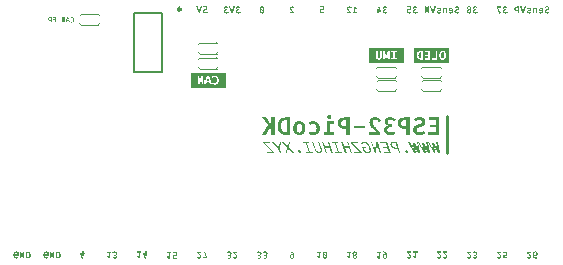
<source format=gbo>
G04*
G04 #@! TF.GenerationSoftware,Altium Limited,Altium Designer,21.2.1 (34)*
G04*
G04 Layer_Color=32896*
%FSLAX25Y25*%
%MOIN*%
G70*
G04*
G04 #@! TF.SameCoordinates,24BC1A3A-2B15-4BCB-8D07-746B5B0C7B57*
G04*
G04*
G04 #@! TF.FilePolarity,Positive*
G04*
G01*
G75*
%ADD10C,0.00984*%
%ADD13C,0.00787*%
%ADD14C,0.01000*%
%ADD74C,0.00400*%
G36*
X186229Y39640D02*
X185751D01*
X185026Y41956D01*
X185470D01*
X185985Y40066D01*
X186491Y41956D01*
X186954D01*
X186229Y39640D01*
D02*
G37*
G36*
X192064Y41468D02*
X192145Y41453D01*
X192223Y41435D01*
X192286Y41412D01*
X192337Y41387D01*
X192378Y41368D01*
X192393Y41361D01*
X192404Y41353D01*
X192408Y41350D01*
X192411D01*
X192478Y41301D01*
X192534Y41246D01*
X192582Y41190D01*
X192622Y41135D01*
X192656Y41087D01*
X192678Y41050D01*
X192685Y41035D01*
X192693Y41024D01*
X192696Y41016D01*
Y41013D01*
X192730Y40931D01*
X192752Y40846D01*
X192770Y40769D01*
X192781Y40694D01*
X192789Y40632D01*
Y40602D01*
X192792Y40580D01*
Y40561D01*
Y40547D01*
Y40539D01*
Y40535D01*
X192789Y40458D01*
X192781Y40384D01*
X192770Y40314D01*
X192755Y40251D01*
X192741Y40188D01*
X192722Y40132D01*
X192700Y40080D01*
X192678Y40036D01*
X192659Y39995D01*
X192637Y39958D01*
X192619Y39929D01*
X192600Y39903D01*
X192589Y39880D01*
X192578Y39866D01*
X192570Y39858D01*
X192567Y39855D01*
X192522Y39810D01*
X192474Y39770D01*
X192422Y39736D01*
X192371Y39707D01*
X192315Y39681D01*
X192263Y39662D01*
X192212Y39644D01*
X192160Y39633D01*
X192112Y39622D01*
X192067Y39614D01*
X192030Y39607D01*
X191993Y39603D01*
X191967Y39599D01*
X191927D01*
X191860Y39603D01*
X191794Y39607D01*
X191734Y39618D01*
X191683Y39629D01*
X191638Y39636D01*
X191605Y39647D01*
X191583Y39651D01*
X191575Y39655D01*
X191512Y39677D01*
X191457Y39707D01*
X191401Y39736D01*
X191357Y39766D01*
X191320Y39792D01*
X191290Y39814D01*
X191276Y39829D01*
X191268Y39832D01*
X191449Y40095D01*
X191498Y40066D01*
X191546Y40043D01*
X191586Y40021D01*
X191620Y40006D01*
X191649Y39992D01*
X191671Y39984D01*
X191686Y39981D01*
X191690Y39977D01*
X191768Y39958D01*
X191805Y39951D01*
X191838Y39947D01*
X191867D01*
X191893Y39944D01*
X191912D01*
X191979Y39947D01*
X192034Y39962D01*
X192086Y39981D01*
X192130Y40003D01*
X192167Y40021D01*
X192193Y40040D01*
X192208Y40055D01*
X192215Y40058D01*
X192256Y40106D01*
X192286Y40158D01*
X192308Y40214D01*
X192326Y40265D01*
X192337Y40314D01*
X192345Y40350D01*
Y40365D01*
X192349Y40376D01*
Y40380D01*
Y40384D01*
X191209D01*
X191201Y40454D01*
X191198Y40487D01*
X191194Y40517D01*
Y40543D01*
Y40561D01*
Y40576D01*
Y40580D01*
X191198Y40654D01*
X191201Y40724D01*
X191213Y40791D01*
X191227Y40854D01*
X191242Y40913D01*
X191261Y40965D01*
X191279Y41016D01*
X191298Y41061D01*
X191320Y41098D01*
X191338Y41135D01*
X191357Y41164D01*
X191372Y41187D01*
X191386Y41205D01*
X191398Y41220D01*
X191401Y41227D01*
X191405Y41231D01*
X191446Y41272D01*
X191490Y41309D01*
X191534Y41342D01*
X191579Y41372D01*
X191627Y41394D01*
X191675Y41412D01*
X191764Y41442D01*
X191808Y41453D01*
X191845Y41460D01*
X191882Y41464D01*
X191912Y41468D01*
X191938Y41472D01*
X191971D01*
X192064Y41468D01*
D02*
G37*
G36*
X189844D02*
X189903Y41460D01*
X189958Y41449D01*
X190006Y41435D01*
X190047Y41420D01*
X190077Y41409D01*
X190095Y41401D01*
X190103Y41398D01*
X190154Y41368D01*
X190199Y41335D01*
X190236Y41305D01*
X190265Y41276D01*
X190288Y41246D01*
X190306Y41224D01*
X190313Y41209D01*
X190317Y41205D01*
X190336Y41427D01*
X190717D01*
Y39640D01*
X190284D01*
Y40898D01*
X190228Y40965D01*
X190202Y40991D01*
X190177Y41016D01*
X190154Y41035D01*
X190136Y41050D01*
X190125Y41057D01*
X190121Y41061D01*
X190084Y41083D01*
X190047Y41098D01*
X190010Y41113D01*
X189980Y41120D01*
X189955Y41124D01*
X189932Y41127D01*
X189881D01*
X189855Y41124D01*
X189829Y41116D01*
X189810Y41113D01*
X189795Y41105D01*
X189784Y41098D01*
X189781Y41094D01*
X189777D01*
X189762Y41079D01*
X189747Y41061D01*
X189729Y41024D01*
X189725Y41005D01*
X189722Y40994D01*
X189718Y40983D01*
Y40979D01*
X189710Y40946D01*
X189707Y40909D01*
X189703Y40835D01*
X189699Y40798D01*
Y40772D01*
Y40754D01*
Y40746D01*
Y39640D01*
X189266D01*
Y40928D01*
X189274Y41016D01*
X189289Y41098D01*
X189307Y41168D01*
X189333Y41224D01*
X189359Y41268D01*
X189377Y41301D01*
X189392Y41320D01*
X189400Y41327D01*
X189451Y41375D01*
X189514Y41412D01*
X189577Y41438D01*
X189640Y41453D01*
X189696Y41464D01*
X189718Y41468D01*
X189740D01*
X189755Y41472D01*
X189781D01*
X189844Y41468D01*
D02*
G37*
G36*
X184689Y39640D02*
X184246D01*
Y40443D01*
X184005D01*
X183927Y40447D01*
X183857Y40450D01*
X183787Y40462D01*
X183724Y40473D01*
X183665Y40487D01*
X183609Y40502D01*
X183561Y40521D01*
X183517Y40539D01*
X183476Y40554D01*
X183439Y40572D01*
X183409Y40587D01*
X183383Y40602D01*
X183365Y40613D01*
X183350Y40624D01*
X183343Y40628D01*
X183339Y40632D01*
X183295Y40669D01*
X183258Y40709D01*
X183224Y40758D01*
X183195Y40802D01*
X183173Y40850D01*
X183150Y40898D01*
X183121Y40994D01*
X183113Y41039D01*
X183106Y41079D01*
X183098Y41120D01*
X183095Y41153D01*
X183091Y41179D01*
Y41198D01*
Y41212D01*
Y41216D01*
X183095Y41283D01*
X183102Y41346D01*
X183113Y41405D01*
X183128Y41457D01*
X183150Y41505D01*
X183169Y41553D01*
X183191Y41594D01*
X183213Y41631D01*
X183239Y41660D01*
X183261Y41690D01*
X183280Y41712D01*
X183298Y41734D01*
X183317Y41749D01*
X183328Y41760D01*
X183335Y41764D01*
X183339Y41767D01*
X183387Y41801D01*
X183439Y41831D01*
X183494Y41856D01*
X183550Y41879D01*
X183665Y41912D01*
X183776Y41934D01*
X183827Y41941D01*
X183876Y41945D01*
X183920Y41949D01*
X183957Y41953D01*
X183986Y41956D01*
X184689D01*
Y39640D01*
D02*
G37*
G36*
X194080Y41997D02*
X194158Y41990D01*
X194228Y41975D01*
X194287Y41960D01*
X194339Y41945D01*
X194376Y41930D01*
X194391Y41927D01*
X194402Y41923D01*
X194406Y41919D01*
X194409D01*
X194472Y41886D01*
X194532Y41853D01*
X194580Y41816D01*
X194620Y41779D01*
X194654Y41745D01*
X194679Y41719D01*
X194694Y41701D01*
X194698Y41693D01*
X194731Y41638D01*
X194757Y41583D01*
X194776Y41523D01*
X194787Y41472D01*
X194794Y41427D01*
X194802Y41394D01*
Y41379D01*
Y41368D01*
Y41364D01*
Y41361D01*
X194798Y41313D01*
X194794Y41264D01*
X194772Y41183D01*
X194742Y41109D01*
X194709Y41046D01*
X194676Y40998D01*
X194646Y40961D01*
X194624Y40939D01*
X194620Y40935D01*
X194617Y40931D01*
X194580Y40902D01*
X194539Y40876D01*
X194450Y40820D01*
X194358Y40776D01*
X194265Y40735D01*
X194221Y40717D01*
X194180Y40702D01*
X194143Y40691D01*
X194113Y40680D01*
X194088Y40669D01*
X194065Y40661D01*
X194054Y40657D01*
X194051D01*
X193988Y40639D01*
X193932Y40620D01*
X193884Y40602D01*
X193847Y40587D01*
X193814Y40572D01*
X193795Y40561D01*
X193780Y40558D01*
X193777Y40554D01*
X193743Y40535D01*
X193718Y40513D01*
X193695Y40495D01*
X193681Y40476D01*
X193666Y40462D01*
X193658Y40450D01*
X193651Y40443D01*
Y40439D01*
X193629Y40391D01*
X193618Y40343D01*
X193614Y40321D01*
Y40302D01*
Y40291D01*
Y40288D01*
X193618Y40232D01*
X193632Y40180D01*
X193651Y40140D01*
X193673Y40103D01*
X193699Y40077D01*
X193718Y40055D01*
X193732Y40043D01*
X193736Y40040D01*
X193784Y40010D01*
X193836Y39992D01*
X193888Y39977D01*
X193936Y39966D01*
X193980Y39958D01*
X194014Y39955D01*
X194047D01*
X194113Y39958D01*
X194173Y39966D01*
X194236Y39977D01*
X194291Y39992D01*
X194398Y40032D01*
X194446Y40051D01*
X194491Y40077D01*
X194528Y40099D01*
X194565Y40117D01*
X194594Y40140D01*
X194620Y40158D01*
X194642Y40173D01*
X194657Y40184D01*
X194665Y40191D01*
X194668Y40195D01*
X194909Y39925D01*
X194846Y39869D01*
X194779Y39818D01*
X194709Y39773D01*
X194635Y39736D01*
X194565Y39707D01*
X194494Y39681D01*
X194424Y39659D01*
X194354Y39640D01*
X194291Y39625D01*
X194232Y39618D01*
X194180Y39610D01*
X194136Y39603D01*
X194099D01*
X194069Y39599D01*
X194047D01*
X193947Y39603D01*
X193858Y39614D01*
X193777Y39625D01*
X193706Y39644D01*
X193647Y39659D01*
X193625Y39666D01*
X193606Y39670D01*
X193592Y39677D01*
X193577Y39681D01*
X193573Y39684D01*
X193570D01*
X193499Y39721D01*
X193436Y39762D01*
X193381Y39803D01*
X193336Y39843D01*
X193303Y39877D01*
X193277Y39906D01*
X193262Y39925D01*
X193259Y39932D01*
X193222Y39995D01*
X193196Y40062D01*
X193177Y40125D01*
X193166Y40184D01*
X193155Y40232D01*
X193151Y40273D01*
Y40288D01*
Y40299D01*
Y40306D01*
Y40310D01*
X193155Y40365D01*
X193159Y40417D01*
X193181Y40510D01*
X193207Y40591D01*
X193240Y40654D01*
X193273Y40706D01*
X193303Y40743D01*
X193325Y40765D01*
X193329Y40772D01*
X193333D01*
X193407Y40832D01*
X193488Y40883D01*
X193573Y40928D01*
X193655Y40965D01*
X193729Y40994D01*
X193762Y41005D01*
X193788Y41016D01*
X193810Y41024D01*
X193828Y41031D01*
X193840Y41035D01*
X193843D01*
X193914Y41057D01*
X193976Y41079D01*
X194032Y41098D01*
X194076Y41113D01*
X194110Y41127D01*
X194136Y41138D01*
X194150Y41142D01*
X194154Y41146D01*
X194191Y41164D01*
X194224Y41183D01*
X194250Y41201D01*
X194269Y41216D01*
X194287Y41231D01*
X194298Y41238D01*
X194302Y41246D01*
X194306Y41249D01*
X194321Y41272D01*
X194328Y41294D01*
X194343Y41338D01*
Y41357D01*
X194346Y41372D01*
Y41379D01*
Y41383D01*
X194343Y41427D01*
X194332Y41464D01*
X194313Y41497D01*
X194295Y41523D01*
X194280Y41546D01*
X194261Y41560D01*
X194250Y41568D01*
X194247Y41571D01*
X194206Y41594D01*
X194161Y41612D01*
X194113Y41623D01*
X194069Y41634D01*
X194032Y41638D01*
X194002Y41642D01*
X193973D01*
X193917Y41638D01*
X193866Y41634D01*
X193766Y41612D01*
X193677Y41579D01*
X193595Y41542D01*
X193562Y41523D01*
X193529Y41505D01*
X193503Y41490D01*
X193481Y41472D01*
X193462Y41460D01*
X193447Y41449D01*
X193440Y41446D01*
X193436Y41442D01*
X193207Y41701D01*
X193270Y41753D01*
X193333Y41801D01*
X193399Y41842D01*
X193466Y41875D01*
X193529Y41905D01*
X193595Y41927D01*
X193658Y41949D01*
X193721Y41964D01*
X193777Y41975D01*
X193828Y41986D01*
X193877Y41993D01*
X193917Y41997D01*
X193951D01*
X193973Y42001D01*
X193995D01*
X194080Y41997D01*
D02*
G37*
G36*
X188090Y41464D02*
X188193Y41449D01*
X188282Y41427D01*
X188323Y41412D01*
X188360Y41401D01*
X188393Y41387D01*
X188419Y41372D01*
X188445Y41361D01*
X188463Y41350D01*
X188478Y41342D01*
X188489Y41335D01*
X188497Y41327D01*
X188500D01*
X188534Y41301D01*
X188563Y41272D01*
X188593Y41238D01*
X188615Y41209D01*
X188648Y41146D01*
X188671Y41083D01*
X188686Y41031D01*
X188693Y40987D01*
X188697Y40968D01*
Y40957D01*
Y40950D01*
Y40946D01*
X188689Y40865D01*
X188674Y40795D01*
X188648Y40735D01*
X188619Y40683D01*
X188593Y40646D01*
X188567Y40617D01*
X188552Y40602D01*
X188545Y40595D01*
X188515Y40572D01*
X188482Y40554D01*
X188404Y40513D01*
X188327Y40484D01*
X188245Y40454D01*
X188175Y40432D01*
X188142Y40424D01*
X188116Y40417D01*
X188093Y40410D01*
X188075Y40406D01*
X188064Y40402D01*
X188060D01*
X188012Y40387D01*
X187971Y40373D01*
X187938Y40358D01*
X187905Y40347D01*
X187883Y40336D01*
X187864Y40328D01*
X187853Y40321D01*
X187849D01*
X187820Y40306D01*
X187797Y40295D01*
X187779Y40280D01*
X187764Y40269D01*
X187753Y40258D01*
X187746Y40251D01*
X187742Y40247D01*
Y40243D01*
X187727Y40210D01*
X187720Y40176D01*
X187716Y40162D01*
Y40151D01*
Y40143D01*
Y40140D01*
X187720Y40106D01*
X187731Y40077D01*
X187746Y40051D01*
X187760Y40032D01*
X187775Y40014D01*
X187790Y40003D01*
X187801Y39995D01*
X187805Y39992D01*
X187838Y39973D01*
X187879Y39958D01*
X187920Y39951D01*
X187960Y39944D01*
X187997Y39940D01*
X188027Y39936D01*
X188053D01*
X188105Y39940D01*
X188153Y39944D01*
X188197Y39951D01*
X188238Y39962D01*
X188271Y39969D01*
X188297Y39977D01*
X188312Y39981D01*
X188319Y39984D01*
X188367Y40003D01*
X188412Y40025D01*
X188456Y40051D01*
X188493Y40073D01*
X188526Y40091D01*
X188552Y40110D01*
X188567Y40121D01*
X188575Y40125D01*
X188796Y39866D01*
X188737Y39818D01*
X188678Y39777D01*
X188615Y39744D01*
X188552Y39710D01*
X188489Y39684D01*
X188426Y39666D01*
X188367Y39647D01*
X188312Y39633D01*
X188256Y39622D01*
X188208Y39614D01*
X188164Y39607D01*
X188127Y39603D01*
X188093D01*
X188071Y39599D01*
X188053D01*
X187934Y39607D01*
X187823Y39622D01*
X187727Y39644D01*
X187687Y39655D01*
X187646Y39670D01*
X187612Y39684D01*
X187579Y39696D01*
X187553Y39707D01*
X187531Y39718D01*
X187513Y39729D01*
X187502Y39733D01*
X187494Y39740D01*
X187490D01*
X187450Y39770D01*
X187416Y39799D01*
X187383Y39832D01*
X187357Y39866D01*
X187335Y39903D01*
X187317Y39936D01*
X187291Y40006D01*
X187272Y40069D01*
X187268Y40095D01*
X187265Y40117D01*
X187261Y40140D01*
Y40154D01*
Y40162D01*
Y40165D01*
X187268Y40251D01*
X187283Y40325D01*
X187309Y40384D01*
X187335Y40436D01*
X187361Y40473D01*
X187387Y40502D01*
X187402Y40521D01*
X187409Y40524D01*
X187468Y40569D01*
X187535Y40606D01*
X187605Y40643D01*
X187672Y40669D01*
X187731Y40694D01*
X187757Y40702D01*
X187779Y40709D01*
X187797Y40717D01*
X187812Y40720D01*
X187820Y40724D01*
X187823D01*
X187890Y40743D01*
X187949Y40761D01*
X187997Y40776D01*
X188034Y40787D01*
X188068Y40798D01*
X188086Y40806D01*
X188101Y40813D01*
X188105D01*
X188134Y40828D01*
X188160Y40839D01*
X188182Y40850D01*
X188197Y40861D01*
X188212Y40872D01*
X188219Y40876D01*
X188227Y40883D01*
X188245Y40913D01*
X188253Y40942D01*
X188256Y40968D01*
Y40972D01*
Y40976D01*
X188253Y41002D01*
X188245Y41028D01*
X188230Y41050D01*
X188212Y41065D01*
X188164Y41094D01*
X188108Y41113D01*
X188057Y41124D01*
X188008Y41127D01*
X187990Y41131D01*
X187964D01*
X187872Y41124D01*
X187783Y41109D01*
X187698Y41083D01*
X187620Y41057D01*
X187557Y41028D01*
X187531Y41016D01*
X187509Y41002D01*
X187490Y40994D01*
X187476Y40987D01*
X187468Y40979D01*
X187464D01*
X187283Y41249D01*
X187339Y41290D01*
X187398Y41324D01*
X187457Y41353D01*
X187516Y41379D01*
X187575Y41401D01*
X187631Y41416D01*
X187738Y41446D01*
X187786Y41453D01*
X187831Y41460D01*
X187872Y41464D01*
X187905Y41468D01*
X187934Y41472D01*
X187971D01*
X188090Y41464D01*
D02*
G37*
G36*
X108565Y-39705D02*
X108650Y-39727D01*
X108732Y-39753D01*
X108806Y-39775D01*
X108876Y-39801D01*
X108939Y-39823D01*
X108998Y-39849D01*
X109050Y-39871D01*
X109094Y-39890D01*
X109135Y-39912D01*
X109172Y-39927D01*
X109198Y-39942D01*
X109220Y-39953D01*
X109239Y-39964D01*
X109246Y-39968D01*
X109250Y-39971D01*
X109350Y-40042D01*
X109435Y-40119D01*
X109505Y-40201D01*
X109564Y-40275D01*
X109609Y-40341D01*
X109624Y-40371D01*
X109638Y-40397D01*
X109649Y-40415D01*
X109657Y-40434D01*
X109664Y-40441D01*
Y-40445D01*
X109690Y-40504D01*
X109709Y-40563D01*
X109742Y-40689D01*
X109768Y-40815D01*
X109783Y-40937D01*
X109790Y-40993D01*
X109794Y-41044D01*
X109797Y-41089D01*
Y-41129D01*
X109801Y-41163D01*
Y-41185D01*
Y-41203D01*
Y-41207D01*
X109797Y-41285D01*
X109794Y-41355D01*
X109783Y-41425D01*
X109768Y-41488D01*
X109753Y-41548D01*
X109734Y-41603D01*
X109716Y-41655D01*
X109697Y-41699D01*
X109679Y-41740D01*
X109660Y-41773D01*
X109642Y-41803D01*
X109627Y-41829D01*
X109612Y-41847D01*
X109601Y-41862D01*
X109598Y-41869D01*
X109594Y-41873D01*
X109553Y-41917D01*
X109509Y-41954D01*
X109464Y-41988D01*
X109416Y-42014D01*
X109364Y-42040D01*
X109316Y-42058D01*
X109216Y-42088D01*
X109172Y-42099D01*
X109131Y-42106D01*
X109094Y-42110D01*
X109061Y-42114D01*
X109031Y-42117D01*
X108994D01*
X108913Y-42114D01*
X108835Y-42103D01*
X108765Y-42088D01*
X108706Y-42069D01*
X108658Y-42051D01*
X108621Y-42036D01*
X108606Y-42028D01*
X108595Y-42025D01*
X108591Y-42021D01*
X108588D01*
X108525Y-41980D01*
X108465Y-41936D01*
X108417Y-41892D01*
X108377Y-41847D01*
X108343Y-41807D01*
X108321Y-41773D01*
X108306Y-41751D01*
X108303Y-41747D01*
Y-41744D01*
X108269Y-41673D01*
X108243Y-41603D01*
X108225Y-41533D01*
X108214Y-41466D01*
X108206Y-41407D01*
X108203Y-41385D01*
X108199Y-41363D01*
Y-41344D01*
Y-41333D01*
Y-41326D01*
Y-41322D01*
X108203Y-41240D01*
X108214Y-41163D01*
X108225Y-41096D01*
X108243Y-41037D01*
X108258Y-40989D01*
X108269Y-40952D01*
X108280Y-40930D01*
X108284Y-40926D01*
Y-40922D01*
X108321Y-40863D01*
X108358Y-40811D01*
X108399Y-40763D01*
X108440Y-40726D01*
X108473Y-40696D01*
X108502Y-40678D01*
X108521Y-40663D01*
X108528Y-40659D01*
X108588Y-40630D01*
X108647Y-40608D01*
X108706Y-40589D01*
X108761Y-40578D01*
X108806Y-40571D01*
X108843Y-40567D01*
X108876D01*
X108932Y-40571D01*
X108987Y-40578D01*
X109035Y-40589D01*
X109080Y-40608D01*
X109161Y-40645D01*
X109231Y-40689D01*
X109283Y-40734D01*
X109302Y-40752D01*
X109320Y-40771D01*
X109331Y-40785D01*
X109342Y-40796D01*
X109349Y-40803D01*
X109342Y-40756D01*
X109327Y-40704D01*
X109294Y-40608D01*
X109250Y-40526D01*
X109205Y-40452D01*
X109179Y-40423D01*
X109157Y-40397D01*
X109139Y-40375D01*
X109120Y-40356D01*
X109106Y-40338D01*
X109094Y-40326D01*
X109087Y-40323D01*
X109083Y-40319D01*
X109039Y-40282D01*
X108987Y-40249D01*
X108876Y-40186D01*
X108761Y-40130D01*
X108647Y-40086D01*
X108595Y-40064D01*
X108543Y-40049D01*
X108499Y-40034D01*
X108462Y-40019D01*
X108428Y-40012D01*
X108406Y-40005D01*
X108388Y-39997D01*
X108384D01*
X108476Y-39683D01*
X108565Y-39705D01*
D02*
G37*
G36*
X121533Y5746D02*
X121635Y5727D01*
X121718Y5699D01*
X121783Y5662D01*
X121847Y5625D01*
X121884Y5598D01*
X121912Y5579D01*
X121921Y5570D01*
X121986Y5496D01*
X122032Y5422D01*
X122060Y5339D01*
X122079Y5274D01*
X122097Y5209D01*
X122106Y5154D01*
Y5117D01*
Y5107D01*
X122097Y5006D01*
X122079Y4913D01*
X122051Y4830D01*
X122014Y4765D01*
X121977Y4710D01*
X121949Y4673D01*
X121931Y4645D01*
X121921Y4636D01*
X121847Y4571D01*
X121764Y4525D01*
X121681Y4497D01*
X121607Y4478D01*
X121533Y4460D01*
X121477Y4451D01*
X121431D01*
X121329Y4460D01*
X121228Y4478D01*
X121144Y4506D01*
X121070Y4543D01*
X121015Y4580D01*
X120978Y4608D01*
X120950Y4626D01*
X120941Y4636D01*
X120876Y4710D01*
X120830Y4793D01*
X120793Y4867D01*
X120774Y4941D01*
X120756Y5006D01*
X120747Y5061D01*
Y5098D01*
Y5107D01*
X120756Y5200D01*
X120774Y5292D01*
X120811Y5366D01*
X120839Y5431D01*
X120876Y5487D01*
X120913Y5524D01*
X120932Y5551D01*
X120941Y5561D01*
X121015Y5625D01*
X121098Y5672D01*
X121181Y5709D01*
X121255Y5727D01*
X121320Y5746D01*
X121376Y5755D01*
X121431D01*
X121533Y5746D01*
D02*
G37*
G36*
X141883Y5070D02*
X142068Y5043D01*
X142244Y5006D01*
X142410Y4959D01*
X142567Y4904D01*
X142715Y4839D01*
X142854Y4765D01*
X142984Y4700D01*
X143095Y4626D01*
X143196Y4552D01*
X143289Y4488D01*
X143354Y4432D01*
X143418Y4386D01*
X143455Y4349D01*
X143483Y4321D01*
X143492Y4312D01*
X142937Y3711D01*
X142817Y3803D01*
X142706Y3886D01*
X142614Y3951D01*
X142521Y3997D01*
X142456Y4044D01*
X142401Y4071D01*
X142364Y4081D01*
X142355Y4090D01*
X142253Y4127D01*
X142151Y4164D01*
X142049Y4182D01*
X141957Y4192D01*
X141883Y4201D01*
X141818Y4210D01*
X141763D01*
X141624Y4201D01*
X141494Y4182D01*
X141383Y4145D01*
X141291Y4108D01*
X141217Y4071D01*
X141171Y4034D01*
X141134Y4016D01*
X141124Y4007D01*
X141041Y3923D01*
X140976Y3831D01*
X140939Y3738D01*
X140902Y3646D01*
X140884Y3572D01*
X140875Y3498D01*
Y3461D01*
Y3442D01*
X140884Y3304D01*
X140912Y3183D01*
X140958Y3072D01*
X141004Y2989D01*
X141050Y2924D01*
X141097Y2869D01*
X141124Y2841D01*
X141134Y2832D01*
X141235Y2767D01*
X141337Y2712D01*
X141448Y2675D01*
X141550Y2656D01*
X141642Y2638D01*
X141716Y2628D01*
X142197D01*
X142308Y1805D01*
X141744D01*
X141568Y1796D01*
X141411Y1768D01*
X141272Y1722D01*
X141161Y1666D01*
X141060Y1592D01*
X140986Y1518D01*
X140912Y1435D01*
X140865Y1352D01*
X140819Y1269D01*
X140791Y1185D01*
X140764Y1111D01*
X140754Y1037D01*
X140745Y982D01*
X140736Y936D01*
Y908D01*
Y899D01*
X140745Y741D01*
X140782Y603D01*
X140828Y482D01*
X140875Y381D01*
X140930Y297D01*
X140976Y242D01*
X141013Y205D01*
X141023Y196D01*
X141134Y112D01*
X141263Y48D01*
X141393Y11D01*
X141513Y-26D01*
X141624Y-45D01*
X141716Y-54D01*
X141800D01*
X141920Y-45D01*
X142040Y-36D01*
X142151Y-17D01*
X142244Y11D01*
X142327Y38D01*
X142382Y57D01*
X142419Y66D01*
X142438Y75D01*
X142549Y131D01*
X142651Y196D01*
X142743Y270D01*
X142826Y344D01*
X142900Y408D01*
X142956Y464D01*
X142993Y501D01*
X143002Y510D01*
X143659Y-63D01*
X143520Y-221D01*
X143381Y-359D01*
X143233Y-470D01*
X143104Y-563D01*
X142993Y-628D01*
X142900Y-683D01*
X142863Y-702D01*
X142836Y-711D01*
X142826Y-720D01*
X142817D01*
X142623Y-785D01*
X142438Y-840D01*
X142262Y-877D01*
X142096Y-896D01*
X141948Y-914D01*
X141892D01*
X141837Y-924D01*
X141744D01*
X141522Y-914D01*
X141309Y-887D01*
X141124Y-850D01*
X140958Y-803D01*
X140828Y-766D01*
X140773Y-748D01*
X140727Y-729D01*
X140690Y-711D01*
X140662Y-702D01*
X140653Y-692D01*
X140643D01*
X140468Y-600D01*
X140320Y-498D01*
X140190Y-387D01*
X140088Y-285D01*
X140005Y-193D01*
X139940Y-119D01*
X139903Y-73D01*
X139894Y-54D01*
X139802Y103D01*
X139737Y260D01*
X139691Y418D01*
X139663Y556D01*
X139635Y686D01*
X139626Y778D01*
Y815D01*
Y843D01*
Y852D01*
Y862D01*
X139644Y1093D01*
X139691Y1296D01*
X139746Y1472D01*
X139820Y1620D01*
X139894Y1740D01*
X139950Y1824D01*
X139996Y1870D01*
X140014Y1888D01*
X140162Y2018D01*
X140320Y2110D01*
X140468Y2175D01*
X140606Y2221D01*
X140736Y2258D01*
X140828Y2268D01*
X140865Y2277D01*
X140921D01*
X140754Y2295D01*
X140606Y2342D01*
X140477Y2406D01*
X140357Y2480D01*
X140264Y2545D01*
X140190Y2610D01*
X140153Y2647D01*
X140135Y2665D01*
X140024Y2813D01*
X139940Y2961D01*
X139885Y3119D01*
X139839Y3267D01*
X139820Y3387D01*
X139811Y3489D01*
X139802Y3526D01*
Y3553D01*
Y3572D01*
Y3581D01*
X139811Y3729D01*
X139839Y3868D01*
X139876Y3997D01*
X139913Y4108D01*
X139959Y4201D01*
X139996Y4275D01*
X140024Y4312D01*
X140033Y4330D01*
X140125Y4451D01*
X140236Y4562D01*
X140347Y4654D01*
X140449Y4737D01*
X140551Y4793D01*
X140625Y4839D01*
X140680Y4867D01*
X140690Y4876D01*
X140699D01*
X140865Y4941D01*
X141032Y4996D01*
X141198Y5033D01*
X141356Y5052D01*
X141485Y5070D01*
X141596Y5080D01*
X141689D01*
X141883Y5070D01*
D02*
G37*
G36*
X136888D02*
X137091Y5043D01*
X137276Y5006D01*
X137434Y4969D01*
X137563Y4922D01*
X137656Y4885D01*
X137693Y4867D01*
X137720Y4858D01*
X137730Y4848D01*
X137739D01*
X137905Y4756D01*
X138053Y4645D01*
X138192Y4525D01*
X138312Y4404D01*
X138414Y4293D01*
X138488Y4210D01*
X138516Y4173D01*
X138534Y4145D01*
X138553Y4136D01*
Y4127D01*
X137868Y3600D01*
X137757Y3720D01*
X137656Y3812D01*
X137563Y3896D01*
X137480Y3960D01*
X137415Y4007D01*
X137369Y4034D01*
X137332Y4053D01*
X137323Y4062D01*
X137230Y4108D01*
X137128Y4136D01*
X137027Y4164D01*
X136934Y4173D01*
X136851Y4182D01*
X136786Y4192D01*
X136731D01*
X136592Y4182D01*
X136472Y4155D01*
X136370Y4118D01*
X136277Y4081D01*
X136213Y4044D01*
X136157Y4007D01*
X136129Y3979D01*
X136120Y3970D01*
X136046Y3877D01*
X135991Y3785D01*
X135954Y3683D01*
X135926Y3581D01*
X135907Y3498D01*
X135898Y3424D01*
Y3378D01*
Y3359D01*
X135907Y3211D01*
X135935Y3063D01*
X135963Y2924D01*
X136000Y2804D01*
X136046Y2702D01*
X136074Y2619D01*
X136102Y2573D01*
X136111Y2564D01*
Y2554D01*
X136203Y2406D01*
X136305Y2240D01*
X136425Y2083D01*
X136546Y1925D01*
X136657Y1796D01*
X136749Y1685D01*
X136786Y1648D01*
X136814Y1620D01*
X136823Y1602D01*
X136832Y1592D01*
X136934Y1481D01*
X137045Y1361D01*
X137304Y1102D01*
X137563Y834D01*
X137822Y575D01*
X137952Y455D01*
X138063Y344D01*
X138164Y242D01*
X138257Y159D01*
X138331Y85D01*
X138386Y29D01*
X138423Y-8D01*
X138433Y-17D01*
Y-822D01*
X134779D01*
X134668Y66D01*
X137221D01*
X137054Y196D01*
X136897Y325D01*
X136749Y445D01*
X136610Y566D01*
X136481Y677D01*
X136361Y788D01*
X136259Y889D01*
X136157Y973D01*
X136074Y1056D01*
X136000Y1130D01*
X135935Y1195D01*
X135880Y1250D01*
X135843Y1296D01*
X135815Y1324D01*
X135796Y1343D01*
X135787Y1352D01*
X135602Y1565D01*
X135454Y1768D01*
X135325Y1944D01*
X135214Y2101D01*
X135140Y2231D01*
X135084Y2332D01*
X135066Y2369D01*
X135047Y2397D01*
X135038Y2406D01*
Y2416D01*
X134955Y2601D01*
X134899Y2776D01*
X134853Y2943D01*
X134825Y3100D01*
X134807Y3230D01*
X134797Y3322D01*
Y3368D01*
Y3396D01*
Y3405D01*
Y3415D01*
X134807Y3581D01*
X134834Y3738D01*
X134871Y3886D01*
X134908Y4007D01*
X134945Y4108D01*
X134982Y4192D01*
X135010Y4238D01*
X135019Y4256D01*
X135112Y4395D01*
X135214Y4506D01*
X135325Y4617D01*
X135426Y4700D01*
X135519Y4765D01*
X135593Y4821D01*
X135648Y4848D01*
X135658Y4858D01*
X135667D01*
X135833Y4932D01*
X136000Y4987D01*
X136166Y5024D01*
X136324Y5052D01*
X136462Y5070D01*
X136573Y5080D01*
X136666D01*
X136888Y5070D01*
D02*
G37*
G36*
X103227Y-822D02*
X102108D01*
Y2073D01*
X102237Y2268D01*
X102108Y2444D01*
Y2073D01*
X100184Y-822D01*
X98917D01*
X101044Y2323D01*
X99074Y4969D01*
X100249D01*
X102108Y2444D01*
Y4969D01*
X103227D01*
Y-822D01*
D02*
G37*
G36*
X133197Y1352D02*
X129673Y1352D01*
Y2268D01*
X133197Y2268D01*
Y1352D01*
D02*
G37*
G36*
X116325Y3748D02*
X116556Y3711D01*
X116751Y3655D01*
X116926Y3600D01*
X117065Y3544D01*
X117121Y3516D01*
X117167Y3489D01*
X117213Y3470D01*
X117241Y3452D01*
X117250Y3442D01*
X117259D01*
X117435Y3322D01*
X117592Y3183D01*
X117722Y3045D01*
X117824Y2906D01*
X117907Y2786D01*
X117972Y2693D01*
X117990Y2656D01*
X118009Y2628D01*
X118018Y2610D01*
Y2601D01*
X118101Y2397D01*
X118166Y2184D01*
X118212Y1981D01*
X118240Y1796D01*
X118258Y1629D01*
X118268Y1565D01*
X118277Y1500D01*
Y1454D01*
Y1417D01*
Y1398D01*
Y1389D01*
X118268Y1195D01*
X118249Y1010D01*
X118221Y843D01*
X118184Y686D01*
X118147Y529D01*
X118092Y390D01*
X118046Y270D01*
X117990Y149D01*
X117935Y48D01*
X117888Y-36D01*
X117833Y-119D01*
X117796Y-184D01*
X117759Y-230D01*
X117731Y-267D01*
X117713Y-285D01*
X117703Y-295D01*
X117592Y-406D01*
X117463Y-498D01*
X117343Y-581D01*
X117204Y-655D01*
X117074Y-720D01*
X116936Y-766D01*
X116677Y-840D01*
X116556Y-868D01*
X116445Y-887D01*
X116353Y-905D01*
X116260Y-914D01*
X116196Y-924D01*
X116094D01*
X115937Y-914D01*
X115779Y-905D01*
X115631Y-877D01*
X115502Y-850D01*
X115400Y-831D01*
X115317Y-803D01*
X115261Y-794D01*
X115243Y-785D01*
X115095Y-720D01*
X114947Y-655D01*
X114827Y-572D01*
X114716Y-498D01*
X114623Y-433D01*
X114558Y-378D01*
X114521Y-341D01*
X114503Y-332D01*
X114984Y353D01*
X115197Y223D01*
X115400Y131D01*
X115585Y66D01*
X115742Y20D01*
X115881Y-8D01*
X115983Y-17D01*
X116020Y-26D01*
X116066D01*
X116242Y-8D01*
X116399Y29D01*
X116538Y75D01*
X116649Y140D01*
X116732Y205D01*
X116797Y251D01*
X116843Y288D01*
X116852Y307D01*
X116899Y371D01*
X116945Y445D01*
X117019Y621D01*
X117065Y797D01*
X117102Y973D01*
X117121Y1139D01*
X117130Y1204D01*
Y1269D01*
X117139Y1315D01*
Y1352D01*
Y1380D01*
Y1389D01*
Y1528D01*
X117130Y1657D01*
X117093Y1888D01*
X117047Y2073D01*
X116991Y2231D01*
X116945Y2351D01*
X116899Y2443D01*
X116862Y2490D01*
X116852Y2508D01*
X116732Y2628D01*
X116612Y2721D01*
X116473Y2786D01*
X116353Y2823D01*
X116242Y2850D01*
X116149Y2860D01*
X116112Y2869D01*
X116066D01*
X115872Y2850D01*
X115687Y2813D01*
X115502Y2758D01*
X115335Y2693D01*
X115197Y2619D01*
X115141Y2591D01*
X115086Y2564D01*
X115049Y2545D01*
X115021Y2527D01*
X115002Y2508D01*
X114993D01*
X114503Y3174D01*
X114632Y3276D01*
X114771Y3368D01*
X114901Y3442D01*
X115039Y3507D01*
X115169Y3572D01*
X115308Y3618D01*
X115548Y3683D01*
X115659Y3711D01*
X115761Y3729D01*
X115853Y3738D01*
X115937Y3748D01*
X116001Y3757D01*
X116085D01*
X116325Y3748D01*
D02*
G37*
G36*
X158070Y-822D02*
X154463D01*
Y48D01*
X156951D01*
Y1685D01*
X154916D01*
Y2545D01*
X156951D01*
Y4090D01*
X154629D01*
X154509Y4969D01*
X158070D01*
Y-822D01*
D02*
G37*
G36*
X148201D02*
X147091D01*
Y1185D01*
X146489D01*
X146295Y1195D01*
X146119Y1204D01*
X145944Y1232D01*
X145786Y1259D01*
X145638Y1296D01*
X145500Y1333D01*
X145379Y1380D01*
X145268Y1426D01*
X145167Y1463D01*
X145074Y1509D01*
X145000Y1546D01*
X144935Y1583D01*
X144889Y1611D01*
X144852Y1639D01*
X144834Y1648D01*
X144824Y1657D01*
X144713Y1750D01*
X144621Y1851D01*
X144538Y1972D01*
X144464Y2083D01*
X144408Y2203D01*
X144353Y2323D01*
X144279Y2564D01*
X144260Y2675D01*
X144242Y2776D01*
X144223Y2878D01*
X144214Y2961D01*
X144205Y3026D01*
Y3072D01*
Y3109D01*
Y3119D01*
X144214Y3285D01*
X144232Y3442D01*
X144260Y3590D01*
X144297Y3720D01*
X144353Y3840D01*
X144399Y3960D01*
X144454Y4062D01*
X144510Y4155D01*
X144575Y4229D01*
X144630Y4303D01*
X144676Y4358D01*
X144723Y4414D01*
X144769Y4451D01*
X144797Y4478D01*
X144815Y4488D01*
X144824Y4497D01*
X144945Y4580D01*
X145074Y4654D01*
X145213Y4719D01*
X145352Y4774D01*
X145638Y4858D01*
X145916Y4913D01*
X146045Y4932D01*
X146166Y4941D01*
X146277Y4950D01*
X146369Y4959D01*
X146443Y4969D01*
X148201D01*
Y-822D01*
D02*
G37*
G36*
X128184Y-822D02*
X127074D01*
Y1185D01*
X126472D01*
X126278Y1195D01*
X126102Y1204D01*
X125927Y1232D01*
X125769Y1259D01*
X125621Y1296D01*
X125483Y1333D01*
X125362Y1380D01*
X125251Y1426D01*
X125150Y1463D01*
X125057Y1509D01*
X124983Y1546D01*
X124918Y1583D01*
X124872Y1611D01*
X124835Y1639D01*
X124817Y1648D01*
X124807Y1657D01*
X124696Y1750D01*
X124604Y1851D01*
X124521Y1972D01*
X124447Y2083D01*
X124391Y2203D01*
X124336Y2323D01*
X124262Y2564D01*
X124243Y2675D01*
X124225Y2776D01*
X124206Y2878D01*
X124197Y2961D01*
X124188Y3026D01*
Y3072D01*
Y3109D01*
Y3119D01*
X124197Y3285D01*
X124215Y3442D01*
X124243Y3590D01*
X124280Y3720D01*
X124336Y3840D01*
X124382Y3960D01*
X124437Y4062D01*
X124493Y4155D01*
X124558Y4229D01*
X124613Y4303D01*
X124659Y4358D01*
X124706Y4414D01*
X124752Y4451D01*
X124780Y4478D01*
X124798Y4488D01*
X124807Y4497D01*
X124928Y4580D01*
X125057Y4654D01*
X125196Y4719D01*
X125335Y4774D01*
X125621Y4858D01*
X125899Y4913D01*
X126028Y4932D01*
X126149Y4941D01*
X126260Y4950D01*
X126352Y4959D01*
X126426Y4969D01*
X128184D01*
Y-822D01*
D02*
G37*
G36*
X123041Y2813D02*
X121792D01*
Y1D01*
X123078D01*
Y-822D01*
X119535D01*
Y1D01*
X120719D01*
Y3646D01*
X123041D01*
Y2813D01*
D02*
G37*
G36*
X108370Y-822D02*
X106909D01*
X106696Y-813D01*
X106492Y-794D01*
X106298Y-766D01*
X106113Y-720D01*
X105947Y-674D01*
X105780Y-618D01*
X105641Y-563D01*
X105503Y-498D01*
X105382Y-443D01*
X105281Y-387D01*
X105188Y-332D01*
X105114Y-285D01*
X105049Y-239D01*
X105012Y-211D01*
X104985Y-193D01*
X104975Y-184D01*
X104837Y-54D01*
X104716Y103D01*
X104615Y270D01*
X104522Y445D01*
X104448Y640D01*
X104383Y825D01*
X104337Y1019D01*
X104291Y1204D01*
X104263Y1389D01*
X104235Y1555D01*
X104226Y1713D01*
X104208Y1842D01*
Y1953D01*
X104198Y2036D01*
Y2092D01*
Y2110D01*
X104208Y2406D01*
X104235Y2675D01*
X104272Y2924D01*
X104319Y3146D01*
X104374Y3350D01*
X104448Y3535D01*
X104513Y3701D01*
X104587Y3840D01*
X104661Y3960D01*
X104726Y4071D01*
X104790Y4155D01*
X104855Y4229D01*
X104901Y4284D01*
X104938Y4321D01*
X104966Y4340D01*
X104975Y4349D01*
X105123Y4460D01*
X105281Y4552D01*
X105447Y4636D01*
X105614Y4710D01*
X105780Y4765D01*
X105947Y4821D01*
X106270Y4895D01*
X106418Y4913D01*
X106557Y4932D01*
X106677Y4950D01*
X106788Y4959D01*
X106872Y4969D01*
X108370D01*
Y-822D01*
D02*
G37*
G36*
X151660Y5070D02*
X151854Y5052D01*
X152030Y5015D01*
X152178Y4978D01*
X152308Y4941D01*
X152400Y4904D01*
X152437Y4895D01*
X152465Y4885D01*
X152474Y4876D01*
X152483D01*
X152641Y4793D01*
X152789Y4710D01*
X152909Y4617D01*
X153011Y4525D01*
X153094Y4441D01*
X153159Y4377D01*
X153196Y4330D01*
X153205Y4312D01*
X153288Y4173D01*
X153353Y4034D01*
X153399Y3886D01*
X153427Y3757D01*
X153445Y3646D01*
X153464Y3563D01*
Y3526D01*
Y3498D01*
Y3489D01*
Y3479D01*
X153455Y3359D01*
X153445Y3239D01*
X153390Y3035D01*
X153316Y2850D01*
X153233Y2693D01*
X153149Y2573D01*
X153075Y2480D01*
X153020Y2425D01*
X153011Y2416D01*
X153001Y2406D01*
X152909Y2332D01*
X152807Y2268D01*
X152585Y2129D01*
X152354Y2018D01*
X152123Y1916D01*
X152012Y1870D01*
X151910Y1833D01*
X151817Y1805D01*
X151743Y1777D01*
X151679Y1750D01*
X151623Y1731D01*
X151595Y1722D01*
X151586D01*
X151429Y1676D01*
X151290Y1629D01*
X151170Y1583D01*
X151077Y1546D01*
X150994Y1509D01*
X150948Y1481D01*
X150911Y1472D01*
X150902Y1463D01*
X150818Y1417D01*
X150754Y1361D01*
X150698Y1315D01*
X150661Y1269D01*
X150624Y1232D01*
X150606Y1204D01*
X150587Y1185D01*
Y1176D01*
X150532Y1056D01*
X150504Y936D01*
X150495Y880D01*
Y834D01*
Y806D01*
Y797D01*
X150504Y658D01*
X150541Y529D01*
X150587Y427D01*
X150643Y334D01*
X150707Y270D01*
X150754Y214D01*
X150791Y186D01*
X150800Y177D01*
X150920Y103D01*
X151050Y57D01*
X151179Y20D01*
X151299Y-8D01*
X151410Y-26D01*
X151494Y-36D01*
X151577D01*
X151743Y-26D01*
X151891Y-8D01*
X152049Y20D01*
X152187Y57D01*
X152456Y159D01*
X152576Y205D01*
X152687Y270D01*
X152779Y325D01*
X152872Y371D01*
X152946Y427D01*
X153011Y473D01*
X153066Y510D01*
X153103Y538D01*
X153122Y556D01*
X153131Y566D01*
X153732Y-110D01*
X153575Y-248D01*
X153408Y-378D01*
X153233Y-489D01*
X153048Y-581D01*
X152872Y-655D01*
X152696Y-720D01*
X152520Y-776D01*
X152345Y-822D01*
X152187Y-859D01*
X152039Y-877D01*
X151910Y-896D01*
X151799Y-914D01*
X151706D01*
X151632Y-924D01*
X151577D01*
X151327Y-914D01*
X151105Y-887D01*
X150902Y-859D01*
X150726Y-813D01*
X150578Y-776D01*
X150522Y-757D01*
X150476Y-748D01*
X150439Y-729D01*
X150402Y-720D01*
X150393Y-711D01*
X150384D01*
X150208Y-618D01*
X150051Y-517D01*
X149912Y-415D01*
X149801Y-313D01*
X149718Y-230D01*
X149653Y-156D01*
X149616Y-110D01*
X149607Y-91D01*
X149514Y66D01*
X149449Y233D01*
X149403Y390D01*
X149375Y538D01*
X149348Y658D01*
X149338Y760D01*
Y797D01*
Y825D01*
Y843D01*
Y852D01*
X149348Y991D01*
X149357Y1121D01*
X149412Y1352D01*
X149477Y1555D01*
X149560Y1713D01*
X149644Y1842D01*
X149718Y1935D01*
X149773Y1990D01*
X149782Y2009D01*
X149792D01*
X149977Y2157D01*
X150180Y2286D01*
X150393Y2397D01*
X150596Y2490D01*
X150781Y2564D01*
X150865Y2591D01*
X150929Y2619D01*
X150985Y2638D01*
X151031Y2656D01*
X151059Y2665D01*
X151068D01*
X151244Y2721D01*
X151401Y2776D01*
X151540Y2823D01*
X151651Y2860D01*
X151734Y2897D01*
X151799Y2924D01*
X151836Y2934D01*
X151845Y2943D01*
X151938Y2989D01*
X152021Y3035D01*
X152086Y3082D01*
X152132Y3119D01*
X152178Y3156D01*
X152206Y3174D01*
X152215Y3193D01*
X152224Y3202D01*
X152261Y3257D01*
X152280Y3313D01*
X152317Y3424D01*
Y3470D01*
X152326Y3507D01*
Y3526D01*
Y3535D01*
X152317Y3646D01*
X152289Y3738D01*
X152243Y3822D01*
X152197Y3886D01*
X152160Y3942D01*
X152113Y3979D01*
X152086Y3997D01*
X152076Y4007D01*
X151975Y4062D01*
X151864Y4108D01*
X151743Y4136D01*
X151632Y4164D01*
X151540Y4173D01*
X151466Y4182D01*
X151392D01*
X151253Y4173D01*
X151124Y4164D01*
X150874Y4108D01*
X150652Y4025D01*
X150448Y3933D01*
X150365Y3886D01*
X150282Y3840D01*
X150217Y3803D01*
X150162Y3757D01*
X150115Y3729D01*
X150078Y3701D01*
X150060Y3692D01*
X150051Y3683D01*
X149477Y4330D01*
X149634Y4460D01*
X149792Y4580D01*
X149958Y4682D01*
X150125Y4765D01*
X150282Y4839D01*
X150448Y4895D01*
X150606Y4950D01*
X150763Y4987D01*
X150902Y5015D01*
X151031Y5043D01*
X151151Y5061D01*
X151253Y5070D01*
X151336D01*
X151392Y5080D01*
X151447D01*
X151660Y5070D01*
D02*
G37*
G36*
X111589Y3748D02*
X111756Y3729D01*
X111913Y3701D01*
X112052Y3655D01*
X112190Y3609D01*
X112311Y3553D01*
X112422Y3498D01*
X112523Y3433D01*
X112616Y3378D01*
X112699Y3313D01*
X112764Y3257D01*
X112819Y3211D01*
X112866Y3165D01*
X112893Y3137D01*
X112912Y3119D01*
X112921Y3109D01*
X113014Y2989D01*
X113097Y2850D01*
X113171Y2721D01*
X113226Y2573D01*
X113282Y2434D01*
X113328Y2295D01*
X113393Y2027D01*
X113411Y1898D01*
X113430Y1787D01*
X113439Y1685D01*
X113448Y1592D01*
X113458Y1518D01*
Y1463D01*
Y1426D01*
Y1417D01*
X113448Y1213D01*
X113439Y1028D01*
X113411Y852D01*
X113374Y686D01*
X113337Y529D01*
X113291Y390D01*
X113245Y260D01*
X113189Y140D01*
X113143Y38D01*
X113097Y-45D01*
X113051Y-128D01*
X113014Y-193D01*
X112977Y-239D01*
X112949Y-276D01*
X112940Y-295D01*
X112930Y-304D01*
X112829Y-415D01*
X112708Y-507D01*
X112588Y-591D01*
X112468Y-665D01*
X112338Y-720D01*
X112218Y-776D01*
X111978Y-850D01*
X111867Y-868D01*
X111756Y-887D01*
X111663Y-905D01*
X111580Y-914D01*
X111515Y-924D01*
X111423D01*
X111247Y-914D01*
X111080Y-896D01*
X110923Y-868D01*
X110784Y-822D01*
X110646Y-776D01*
X110525Y-720D01*
X110414Y-665D01*
X110313Y-609D01*
X110220Y-554D01*
X110146Y-489D01*
X110081Y-443D01*
X110026Y-396D01*
X109980Y-350D01*
X109952Y-322D01*
X109933Y-304D01*
X109924Y-295D01*
X109832Y-174D01*
X109748Y-36D01*
X109674Y103D01*
X109610Y242D01*
X109563Y390D01*
X109517Y529D01*
X109452Y806D01*
X109434Y936D01*
X109415Y1047D01*
X109406Y1158D01*
X109397Y1250D01*
X109388Y1324D01*
Y1380D01*
Y1417D01*
Y1426D01*
X109397Y1620D01*
X109406Y1805D01*
X109434Y1981D01*
X109471Y2138D01*
X109508Y2286D01*
X109554Y2425D01*
X109600Y2554D01*
X109647Y2675D01*
X109702Y2776D01*
X109748Y2860D01*
X109795Y2943D01*
X109832Y3008D01*
X109869Y3054D01*
X109896Y3091D01*
X109906Y3109D01*
X109915Y3119D01*
X110017Y3230D01*
X110128Y3331D01*
X110248Y3415D01*
X110368Y3489D01*
X110498Y3553D01*
X110618Y3600D01*
X110747Y3646D01*
X110858Y3674D01*
X110969Y3701D01*
X111080Y3720D01*
X111173Y3738D01*
X111256Y3748D01*
X111321Y3757D01*
X111413D01*
X111589Y3748D01*
D02*
G37*
G36*
X128739Y-40088D02*
X128291D01*
Y-42056D01*
X127921D01*
X127207Y-41609D01*
X127385Y-41313D01*
X127862Y-41616D01*
Y-40088D01*
X127311D01*
Y-39740D01*
X128739D01*
Y-40088D01*
D02*
G37*
G36*
X130045Y-39703D02*
X130127Y-39714D01*
X130204Y-39725D01*
X130267Y-39744D01*
X130319Y-39759D01*
X130360Y-39770D01*
X130375Y-39777D01*
X130386Y-39781D01*
X130389Y-39785D01*
X130393D01*
X130460Y-39821D01*
X130519Y-39858D01*
X130567Y-39899D01*
X130608Y-39940D01*
X130641Y-39973D01*
X130663Y-40003D01*
X130678Y-40021D01*
X130682Y-40029D01*
X130715Y-40088D01*
X130741Y-40151D01*
X130759Y-40210D01*
X130774Y-40266D01*
X130782Y-40310D01*
X130785Y-40347D01*
Y-40362D01*
Y-40373D01*
Y-40376D01*
Y-40380D01*
X130782Y-40454D01*
X130767Y-40525D01*
X130745Y-40587D01*
X130722Y-40643D01*
X130700Y-40684D01*
X130678Y-40717D01*
X130663Y-40739D01*
X130659Y-40747D01*
X130611Y-40802D01*
X130556Y-40854D01*
X130500Y-40894D01*
X130445Y-40928D01*
X130397Y-40954D01*
X130360Y-40972D01*
X130345Y-40980D01*
X130334Y-40983D01*
X130326Y-40987D01*
X130323D01*
X130386Y-41020D01*
X130441Y-41054D01*
X130489Y-41087D01*
X130526Y-41120D01*
X130556Y-41150D01*
X130578Y-41172D01*
X130593Y-41190D01*
X130597Y-41194D01*
X130630Y-41242D01*
X130652Y-41294D01*
X130671Y-41342D01*
X130682Y-41390D01*
X130689Y-41431D01*
X130693Y-41461D01*
Y-41483D01*
Y-41490D01*
X130689Y-41561D01*
X130678Y-41623D01*
X130659Y-41679D01*
X130641Y-41727D01*
X130622Y-41768D01*
X130604Y-41794D01*
X130593Y-41812D01*
X130589Y-41820D01*
X130549Y-41868D01*
X130504Y-41912D01*
X130460Y-41949D01*
X130419Y-41979D01*
X130382Y-42001D01*
X130349Y-42016D01*
X130330Y-42027D01*
X130326Y-42030D01*
X130323D01*
X130260Y-42053D01*
X130197Y-42071D01*
X130134Y-42082D01*
X130079Y-42093D01*
X130027Y-42097D01*
X129990Y-42101D01*
X129956D01*
X129890Y-42097D01*
X129823Y-42090D01*
X129764Y-42079D01*
X129709Y-42064D01*
X129664Y-42049D01*
X129631Y-42038D01*
X129609Y-42030D01*
X129605Y-42027D01*
X129601D01*
X129542Y-41997D01*
X129487Y-41964D01*
X129438Y-41927D01*
X129402Y-41894D01*
X129368Y-41860D01*
X129346Y-41834D01*
X129331Y-41820D01*
X129327Y-41812D01*
X129294Y-41757D01*
X129268Y-41701D01*
X129250Y-41642D01*
X129239Y-41590D01*
X129231Y-41542D01*
X129224Y-41505D01*
Y-41490D01*
Y-41479D01*
Y-41475D01*
Y-41472D01*
X129228Y-41401D01*
X129239Y-41339D01*
X129250Y-41279D01*
X129268Y-41235D01*
X129283Y-41198D01*
X129294Y-41168D01*
X129305Y-41153D01*
X129309Y-41146D01*
X129346Y-41102D01*
X129387Y-41061D01*
X129427Y-41028D01*
X129472Y-41002D01*
X129509Y-40980D01*
X129538Y-40965D01*
X129561Y-40954D01*
X129564Y-40950D01*
X129568D01*
X129490Y-40913D01*
X129424Y-40876D01*
X129365Y-40832D01*
X129316Y-40784D01*
X129272Y-40735D01*
X129239Y-40687D01*
X129209Y-40639D01*
X129187Y-40595D01*
X129168Y-40547D01*
X129154Y-40506D01*
X129146Y-40469D01*
X129139Y-40436D01*
X129135Y-40406D01*
X129131Y-40388D01*
Y-40373D01*
Y-40369D01*
X129135Y-40299D01*
X129146Y-40236D01*
X129161Y-40177D01*
X129180Y-40125D01*
X129198Y-40084D01*
X129213Y-40051D01*
X129224Y-40032D01*
X129228Y-40025D01*
X129268Y-39970D01*
X129313Y-39925D01*
X129361Y-39881D01*
X129405Y-39847D01*
X129446Y-39821D01*
X129479Y-39799D01*
X129501Y-39788D01*
X129505Y-39785D01*
X129509D01*
X129583Y-39755D01*
X129657Y-39736D01*
X129731Y-39722D01*
X129801Y-39711D01*
X129860Y-39703D01*
X129886D01*
X129908Y-39699D01*
X129953D01*
X130045Y-39703D01*
D02*
G37*
G36*
X128162Y41977D02*
X128243Y41965D01*
X128317Y41951D01*
X128380Y41936D01*
X128432Y41917D01*
X128469Y41903D01*
X128484Y41895D01*
X128495Y41892D01*
X128499Y41888D01*
X128502D01*
X128569Y41851D01*
X128628Y41806D01*
X128684Y41758D01*
X128732Y41710D01*
X128772Y41666D01*
X128802Y41633D01*
X128813Y41618D01*
X128821Y41607D01*
X128828Y41603D01*
Y41599D01*
X128554Y41388D01*
X128510Y41436D01*
X128469Y41473D01*
X128432Y41507D01*
X128399Y41533D01*
X128373Y41551D01*
X128354Y41562D01*
X128340Y41570D01*
X128336Y41573D01*
X128299Y41592D01*
X128258Y41603D01*
X128217Y41614D01*
X128180Y41618D01*
X128147Y41621D01*
X128121Y41625D01*
X128099D01*
X128044Y41621D01*
X127996Y41610D01*
X127955Y41596D01*
X127918Y41581D01*
X127892Y41566D01*
X127870Y41551D01*
X127858Y41540D01*
X127855Y41536D01*
X127825Y41499D01*
X127803Y41462D01*
X127788Y41422D01*
X127777Y41381D01*
X127770Y41348D01*
X127766Y41318D01*
Y41300D01*
Y41292D01*
X127770Y41233D01*
X127781Y41174D01*
X127792Y41118D01*
X127807Y41070D01*
X127825Y41029D01*
X127836Y40996D01*
X127848Y40978D01*
X127851Y40974D01*
Y40970D01*
X127888Y40911D01*
X127929Y40844D01*
X127977Y40782D01*
X128025Y40719D01*
X128069Y40667D01*
X128106Y40622D01*
X128121Y40608D01*
X128132Y40597D01*
X128136Y40589D01*
X128140Y40585D01*
X128180Y40541D01*
X128225Y40493D01*
X128328Y40389D01*
X128432Y40282D01*
X128536Y40178D01*
X128587Y40130D01*
X128632Y40086D01*
X128673Y40045D01*
X128709Y40012D01*
X128739Y39982D01*
X128761Y39960D01*
X128776Y39945D01*
X128780Y39942D01*
Y39620D01*
X127318D01*
X127274Y39975D01*
X128295D01*
X128228Y40027D01*
X128166Y40078D01*
X128106Y40127D01*
X128051Y40175D01*
X127999Y40219D01*
X127951Y40264D01*
X127910Y40304D01*
X127870Y40337D01*
X127836Y40371D01*
X127807Y40400D01*
X127781Y40426D01*
X127759Y40448D01*
X127744Y40467D01*
X127733Y40478D01*
X127725Y40486D01*
X127722Y40489D01*
X127648Y40574D01*
X127588Y40656D01*
X127537Y40726D01*
X127492Y40789D01*
X127463Y40841D01*
X127441Y40881D01*
X127433Y40896D01*
X127426Y40907D01*
X127422Y40911D01*
Y40915D01*
X127389Y40989D01*
X127366Y41059D01*
X127348Y41126D01*
X127337Y41188D01*
X127329Y41240D01*
X127326Y41277D01*
Y41296D01*
Y41307D01*
Y41311D01*
Y41314D01*
X127329Y41381D01*
X127341Y41444D01*
X127355Y41503D01*
X127370Y41551D01*
X127385Y41592D01*
X127400Y41625D01*
X127411Y41644D01*
X127415Y41651D01*
X127452Y41706D01*
X127492Y41751D01*
X127537Y41795D01*
X127577Y41829D01*
X127614Y41855D01*
X127644Y41877D01*
X127666Y41888D01*
X127670Y41892D01*
X127674D01*
X127740Y41921D01*
X127807Y41943D01*
X127873Y41958D01*
X127936Y41969D01*
X127992Y41977D01*
X128036Y41980D01*
X128073D01*
X128162Y41977D01*
D02*
G37*
G36*
X130733Y41488D02*
X130556Y41192D01*
X130078Y41496D01*
Y39968D01*
X130630D01*
Y39620D01*
X129202D01*
Y39968D01*
X129649D01*
Y41936D01*
X130019D01*
X130733Y41488D01*
D02*
G37*
G36*
X180047Y-39703D02*
X180129Y-39714D01*
X180206Y-39729D01*
X180269Y-39748D01*
X180321Y-39766D01*
X180362Y-39781D01*
X180376Y-39788D01*
X180387Y-39792D01*
X180391Y-39796D01*
X180395D01*
X180462Y-39836D01*
X180521Y-39881D01*
X180572Y-39929D01*
X180617Y-39973D01*
X180647Y-40014D01*
X180672Y-40047D01*
X180687Y-40069D01*
X180691Y-40073D01*
Y-40077D01*
X180728Y-40147D01*
X180754Y-40221D01*
X180772Y-40291D01*
X180783Y-40358D01*
X180795Y-40413D01*
Y-40439D01*
X180798Y-40458D01*
Y-40476D01*
Y-40488D01*
Y-40495D01*
Y-40499D01*
X180795Y-40580D01*
X180783Y-40654D01*
X180772Y-40721D01*
X180757Y-40780D01*
X180739Y-40828D01*
X180728Y-40861D01*
X180717Y-40883D01*
X180713Y-40891D01*
X180680Y-40950D01*
X180643Y-41002D01*
X180602Y-41046D01*
X180565Y-41083D01*
X180532Y-41113D01*
X180506Y-41135D01*
X180487Y-41146D01*
X180480Y-41150D01*
X180424Y-41179D01*
X180365Y-41202D01*
X180310Y-41220D01*
X180258Y-41231D01*
X180210Y-41239D01*
X180177Y-41242D01*
X180143D01*
X180069Y-41239D01*
X180003Y-41227D01*
X179947Y-41216D01*
X179899Y-41202D01*
X179858Y-41183D01*
X179829Y-41172D01*
X179814Y-41161D01*
X179807Y-41157D01*
Y-41720D01*
X180669D01*
X180720Y-42056D01*
X179392D01*
Y-40835D01*
X179703D01*
X179770Y-40861D01*
X179799Y-40872D01*
X179821Y-40880D01*
X179844Y-40887D01*
X179858Y-40891D01*
X179866Y-40894D01*
X179869D01*
X179925Y-40906D01*
X179969Y-40909D01*
X179988Y-40913D01*
X180014D01*
X180069Y-40909D01*
X180117Y-40898D01*
X180158Y-40880D01*
X180195Y-40865D01*
X180221Y-40846D01*
X180243Y-40828D01*
X180254Y-40817D01*
X180258Y-40813D01*
X180288Y-40772D01*
X180310Y-40724D01*
X180328Y-40672D01*
X180339Y-40621D01*
X180347Y-40573D01*
X180350Y-40536D01*
Y-40521D01*
Y-40510D01*
Y-40502D01*
Y-40499D01*
X180347Y-40421D01*
X180332Y-40354D01*
X180317Y-40295D01*
X180295Y-40247D01*
X180277Y-40210D01*
X180258Y-40184D01*
X180243Y-40169D01*
X180239Y-40162D01*
X180195Y-40125D01*
X180147Y-40095D01*
X180099Y-40077D01*
X180051Y-40062D01*
X180006Y-40055D01*
X179973Y-40051D01*
X179947Y-40047D01*
X179940D01*
X179895Y-40051D01*
X179851Y-40058D01*
X179807Y-40066D01*
X179766Y-40080D01*
X179688Y-40114D01*
X179618Y-40154D01*
X179562Y-40195D01*
X179540Y-40214D01*
X179522Y-40229D01*
X179507Y-40243D01*
X179496Y-40254D01*
X179488Y-40258D01*
X179485Y-40262D01*
X179233Y-40021D01*
X179289Y-39966D01*
X179348Y-39914D01*
X179407Y-39873D01*
X179470Y-39836D01*
X179529Y-39803D01*
X179588Y-39777D01*
X179648Y-39759D01*
X179703Y-39740D01*
X179755Y-39725D01*
X179803Y-39718D01*
X179847Y-39711D01*
X179884Y-39703D01*
X179914D01*
X179936Y-39699D01*
X179955D01*
X180047Y-39703D01*
D02*
G37*
G36*
X178748Y-40095D02*
X177727D01*
X177794Y-40147D01*
X177857Y-40199D01*
X177916Y-40247D01*
X177971Y-40295D01*
X178023Y-40339D01*
X178071Y-40384D01*
X178112Y-40425D01*
X178153Y-40458D01*
X178186Y-40491D01*
X178216Y-40521D01*
X178242Y-40547D01*
X178264Y-40569D01*
X178279Y-40587D01*
X178290Y-40598D01*
X178297Y-40606D01*
X178301Y-40610D01*
X178375Y-40695D01*
X178434Y-40776D01*
X178486Y-40846D01*
X178530Y-40909D01*
X178560Y-40961D01*
X178582Y-41002D01*
X178589Y-41017D01*
X178597Y-41028D01*
X178600Y-41031D01*
Y-41035D01*
X178634Y-41109D01*
X178656Y-41179D01*
X178674Y-41246D01*
X178685Y-41309D01*
X178693Y-41361D01*
X178697Y-41398D01*
Y-41416D01*
Y-41427D01*
Y-41431D01*
Y-41435D01*
X178693Y-41501D01*
X178682Y-41564D01*
X178667Y-41623D01*
X178652Y-41671D01*
X178637Y-41712D01*
X178623Y-41745D01*
X178612Y-41764D01*
X178608Y-41771D01*
X178571Y-41827D01*
X178530Y-41871D01*
X178486Y-41916D01*
X178445Y-41949D01*
X178408Y-41975D01*
X178378Y-41997D01*
X178356Y-42008D01*
X178352Y-42012D01*
X178349D01*
X178282Y-42042D01*
X178216Y-42064D01*
X178149Y-42079D01*
X178086Y-42090D01*
X178031Y-42097D01*
X177986Y-42101D01*
X177949D01*
X177860Y-42097D01*
X177779Y-42086D01*
X177705Y-42071D01*
X177642Y-42056D01*
X177590Y-42038D01*
X177553Y-42023D01*
X177539Y-42016D01*
X177527Y-42012D01*
X177524Y-42008D01*
X177520D01*
X177453Y-41971D01*
X177394Y-41927D01*
X177339Y-41879D01*
X177291Y-41831D01*
X177250Y-41786D01*
X177220Y-41753D01*
X177209Y-41738D01*
X177202Y-41727D01*
X177194Y-41723D01*
Y-41720D01*
X177468Y-41509D01*
X177513Y-41557D01*
X177553Y-41594D01*
X177590Y-41627D01*
X177624Y-41653D01*
X177649Y-41671D01*
X177668Y-41683D01*
X177683Y-41690D01*
X177687Y-41694D01*
X177724Y-41712D01*
X177764Y-41723D01*
X177805Y-41734D01*
X177842Y-41738D01*
X177875Y-41742D01*
X177901Y-41745D01*
X177923D01*
X177979Y-41742D01*
X178027Y-41731D01*
X178068Y-41716D01*
X178105Y-41701D01*
X178130Y-41686D01*
X178153Y-41671D01*
X178164Y-41660D01*
X178167Y-41657D01*
X178197Y-41620D01*
X178219Y-41583D01*
X178234Y-41542D01*
X178245Y-41501D01*
X178253Y-41468D01*
X178256Y-41438D01*
Y-41420D01*
Y-41412D01*
X178253Y-41353D01*
X178242Y-41294D01*
X178230Y-41239D01*
X178216Y-41190D01*
X178197Y-41150D01*
X178186Y-41116D01*
X178175Y-41098D01*
X178171Y-41094D01*
Y-41091D01*
X178134Y-41031D01*
X178094Y-40965D01*
X178045Y-40902D01*
X177997Y-40839D01*
X177953Y-40787D01*
X177916Y-40743D01*
X177901Y-40728D01*
X177890Y-40717D01*
X177886Y-40709D01*
X177883Y-40706D01*
X177842Y-40661D01*
X177797Y-40613D01*
X177694Y-40510D01*
X177590Y-40402D01*
X177487Y-40299D01*
X177435Y-40251D01*
X177391Y-40206D01*
X177350Y-40166D01*
X177313Y-40132D01*
X177283Y-40103D01*
X177261Y-40080D01*
X177246Y-40066D01*
X177243Y-40062D01*
Y-39740D01*
X178704D01*
X178748Y-40095D01*
D02*
G37*
G36*
X109115Y41977D02*
X109196Y41965D01*
X109270Y41951D01*
X109333Y41936D01*
X109385Y41917D01*
X109422Y41903D01*
X109437Y41895D01*
X109448Y41892D01*
X109451Y41888D01*
X109455D01*
X109522Y41851D01*
X109581Y41806D01*
X109636Y41758D01*
X109685Y41710D01*
X109725Y41666D01*
X109755Y41633D01*
X109766Y41618D01*
X109773Y41607D01*
X109781Y41603D01*
Y41599D01*
X109507Y41388D01*
X109462Y41436D01*
X109422Y41473D01*
X109385Y41507D01*
X109352Y41533D01*
X109326Y41551D01*
X109307Y41562D01*
X109292Y41570D01*
X109289Y41573D01*
X109252Y41592D01*
X109211Y41603D01*
X109170Y41614D01*
X109133Y41618D01*
X109100Y41621D01*
X109074Y41625D01*
X109052D01*
X108996Y41621D01*
X108948Y41610D01*
X108907Y41596D01*
X108870Y41581D01*
X108845Y41566D01*
X108822Y41551D01*
X108811Y41540D01*
X108808Y41536D01*
X108778Y41499D01*
X108756Y41462D01*
X108741Y41422D01*
X108730Y41381D01*
X108722Y41348D01*
X108719Y41318D01*
Y41300D01*
Y41292D01*
X108722Y41233D01*
X108734Y41174D01*
X108745Y41118D01*
X108759Y41070D01*
X108778Y41029D01*
X108789Y40996D01*
X108800Y40978D01*
X108804Y40974D01*
Y40970D01*
X108841Y40911D01*
X108882Y40844D01*
X108930Y40782D01*
X108978Y40719D01*
X109022Y40667D01*
X109059Y40622D01*
X109074Y40608D01*
X109085Y40597D01*
X109089Y40589D01*
X109092Y40585D01*
X109133Y40541D01*
X109178Y40493D01*
X109281Y40389D01*
X109385Y40282D01*
X109488Y40178D01*
X109540Y40130D01*
X109585Y40086D01*
X109625Y40045D01*
X109662Y40012D01*
X109692Y39982D01*
X109714Y39960D01*
X109729Y39945D01*
X109733Y39942D01*
Y39620D01*
X108271D01*
X108227Y39975D01*
X109248D01*
X109181Y40027D01*
X109118Y40078D01*
X109059Y40127D01*
X109004Y40175D01*
X108952Y40219D01*
X108904Y40264D01*
X108863Y40304D01*
X108822Y40337D01*
X108789Y40371D01*
X108759Y40400D01*
X108734Y40426D01*
X108711Y40448D01*
X108697Y40467D01*
X108686Y40478D01*
X108678Y40486D01*
X108674Y40489D01*
X108600Y40574D01*
X108541Y40656D01*
X108489Y40726D01*
X108445Y40789D01*
X108415Y40841D01*
X108393Y40881D01*
X108386Y40896D01*
X108378Y40907D01*
X108375Y40911D01*
Y40915D01*
X108341Y40989D01*
X108319Y41059D01*
X108301Y41126D01*
X108290Y41188D01*
X108282Y41240D01*
X108279Y41277D01*
Y41296D01*
Y41307D01*
Y41311D01*
Y41314D01*
X108282Y41381D01*
X108293Y41444D01*
X108308Y41503D01*
X108323Y41551D01*
X108338Y41592D01*
X108352Y41625D01*
X108364Y41644D01*
X108367Y41651D01*
X108404Y41706D01*
X108445Y41751D01*
X108489Y41795D01*
X108530Y41829D01*
X108567Y41855D01*
X108597Y41877D01*
X108619Y41888D01*
X108623Y41892D01*
X108626D01*
X108693Y41921D01*
X108759Y41943D01*
X108826Y41958D01*
X108889Y41969D01*
X108944Y41977D01*
X108989Y41980D01*
X109026D01*
X109115Y41977D01*
D02*
G37*
G36*
X180101Y41997D02*
X180175Y41986D01*
X180245Y41971D01*
X180312Y41953D01*
X180375Y41930D01*
X180434Y41905D01*
X180489Y41875D01*
X180541Y41849D01*
X180585Y41819D01*
X180626Y41790D01*
X180663Y41764D01*
X180689Y41742D01*
X180715Y41723D01*
X180730Y41708D01*
X180741Y41697D01*
X180745Y41693D01*
X180523Y41453D01*
X180474Y41490D01*
X180430Y41523D01*
X180393Y41549D01*
X180356Y41568D01*
X180330Y41586D01*
X180308Y41597D01*
X180293Y41601D01*
X180289Y41605D01*
X180249Y41620D01*
X180208Y41634D01*
X180167Y41642D01*
X180130Y41645D01*
X180101Y41649D01*
X180075Y41653D01*
X180053D01*
X179997Y41649D01*
X179945Y41642D01*
X179901Y41627D01*
X179864Y41612D01*
X179834Y41597D01*
X179816Y41583D01*
X179801Y41575D01*
X179797Y41571D01*
X179764Y41538D01*
X179738Y41501D01*
X179723Y41464D01*
X179709Y41427D01*
X179701Y41398D01*
X179698Y41368D01*
Y41353D01*
Y41346D01*
X179701Y41290D01*
X179712Y41242D01*
X179731Y41198D01*
X179749Y41164D01*
X179768Y41138D01*
X179786Y41116D01*
X179797Y41105D01*
X179801Y41102D01*
X179842Y41076D01*
X179882Y41053D01*
X179927Y41039D01*
X179968Y41031D01*
X180005Y41024D01*
X180034Y41020D01*
X180227D01*
X180271Y40691D01*
X180045D01*
X179975Y40687D01*
X179912Y40676D01*
X179857Y40657D01*
X179812Y40635D01*
X179771Y40606D01*
X179742Y40576D01*
X179712Y40543D01*
X179694Y40510D01*
X179675Y40476D01*
X179664Y40443D01*
X179653Y40413D01*
X179649Y40384D01*
X179646Y40361D01*
X179642Y40343D01*
Y40332D01*
Y40328D01*
X179646Y40265D01*
X179660Y40210D01*
X179679Y40162D01*
X179698Y40121D01*
X179720Y40088D01*
X179738Y40066D01*
X179753Y40051D01*
X179757Y40047D01*
X179801Y40014D01*
X179853Y39988D01*
X179905Y39973D01*
X179953Y39958D01*
X179997Y39951D01*
X180034Y39947D01*
X180068D01*
X180116Y39951D01*
X180164Y39955D01*
X180208Y39962D01*
X180245Y39973D01*
X180278Y39984D01*
X180300Y39992D01*
X180315Y39995D01*
X180323Y39999D01*
X180367Y40021D01*
X180408Y40047D01*
X180445Y40077D01*
X180478Y40106D01*
X180508Y40132D01*
X180530Y40154D01*
X180545Y40169D01*
X180549Y40173D01*
X180811Y39944D01*
X180756Y39880D01*
X180700Y39825D01*
X180641Y39781D01*
X180589Y39744D01*
X180545Y39718D01*
X180508Y39696D01*
X180493Y39688D01*
X180482Y39684D01*
X180478Y39681D01*
X180474D01*
X180397Y39655D01*
X180323Y39633D01*
X180252Y39618D01*
X180186Y39610D01*
X180127Y39603D01*
X180104D01*
X180082Y39599D01*
X180045D01*
X179956Y39603D01*
X179871Y39614D01*
X179797Y39629D01*
X179731Y39647D01*
X179679Y39662D01*
X179657Y39670D01*
X179638Y39677D01*
X179623Y39684D01*
X179612Y39688D01*
X179609Y39692D01*
X179605D01*
X179535Y39729D01*
X179475Y39770D01*
X179424Y39814D01*
X179383Y39855D01*
X179350Y39892D01*
X179324Y39921D01*
X179309Y39940D01*
X179305Y39947D01*
X179268Y40010D01*
X179242Y40073D01*
X179224Y40136D01*
X179213Y40191D01*
X179202Y40243D01*
X179198Y40280D01*
Y40295D01*
Y40306D01*
Y40310D01*
Y40314D01*
X179205Y40406D01*
X179224Y40487D01*
X179246Y40558D01*
X179276Y40617D01*
X179305Y40665D01*
X179327Y40698D01*
X179346Y40717D01*
X179353Y40724D01*
X179413Y40776D01*
X179475Y40813D01*
X179535Y40839D01*
X179590Y40857D01*
X179642Y40872D01*
X179679Y40876D01*
X179694Y40880D01*
X179716D01*
X179649Y40887D01*
X179590Y40905D01*
X179538Y40931D01*
X179490Y40961D01*
X179453Y40987D01*
X179424Y41013D01*
X179409Y41028D01*
X179401Y41035D01*
X179357Y41094D01*
X179324Y41153D01*
X179302Y41216D01*
X179283Y41276D01*
X179276Y41324D01*
X179272Y41364D01*
X179268Y41379D01*
Y41390D01*
Y41398D01*
Y41401D01*
X179272Y41460D01*
X179283Y41516D01*
X179298Y41568D01*
X179313Y41612D01*
X179331Y41649D01*
X179346Y41679D01*
X179357Y41693D01*
X179361Y41701D01*
X179398Y41749D01*
X179442Y41794D01*
X179487Y41831D01*
X179527Y41864D01*
X179568Y41886D01*
X179598Y41905D01*
X179620Y41916D01*
X179623Y41919D01*
X179627D01*
X179694Y41945D01*
X179760Y41967D01*
X179827Y41982D01*
X179890Y41990D01*
X179942Y41997D01*
X179986Y42001D01*
X180023D01*
X180101Y41997D01*
D02*
G37*
G36*
X178658Y41605D02*
X177626D01*
X178488Y39714D01*
X178092Y39603D01*
X177189Y41657D01*
Y41956D01*
X178658D01*
Y41605D01*
D02*
G37*
G36*
X146258Y23201D02*
X134542D01*
Y28199D01*
X146258D01*
Y23201D01*
D02*
G37*
G36*
X80732Y40758D02*
X80421D01*
X80354Y40783D01*
X80325Y40795D01*
X80302Y40802D01*
X80280Y40809D01*
X80265Y40813D01*
X80258Y40817D01*
X80254D01*
X80199Y40828D01*
X80154Y40832D01*
X80136Y40835D01*
X80110D01*
X80054Y40832D01*
X80006Y40820D01*
X79966Y40802D01*
X79929Y40787D01*
X79903Y40769D01*
X79881Y40750D01*
X79870Y40739D01*
X79866Y40735D01*
X79836Y40694D01*
X79814Y40646D01*
X79795Y40595D01*
X79784Y40543D01*
X79777Y40495D01*
X79773Y40458D01*
Y40443D01*
Y40432D01*
Y40424D01*
Y40421D01*
X79777Y40343D01*
X79792Y40276D01*
X79807Y40217D01*
X79829Y40169D01*
X79847Y40132D01*
X79866Y40106D01*
X79881Y40091D01*
X79884Y40084D01*
X79929Y40047D01*
X79977Y40018D01*
X80025Y39999D01*
X80073Y39984D01*
X80117Y39977D01*
X80151Y39973D01*
X80177Y39969D01*
X80184D01*
X80228Y39973D01*
X80273Y39981D01*
X80317Y39988D01*
X80358Y40003D01*
X80436Y40036D01*
X80506Y40077D01*
X80561Y40117D01*
X80584Y40136D01*
X80602Y40151D01*
X80617Y40165D01*
X80628Y40176D01*
X80635Y40180D01*
X80639Y40184D01*
X80891Y39944D01*
X80835Y39888D01*
X80776Y39836D01*
X80717Y39795D01*
X80654Y39758D01*
X80595Y39725D01*
X80536Y39699D01*
X80476Y39681D01*
X80421Y39662D01*
X80369Y39647D01*
X80321Y39640D01*
X80277Y39633D01*
X80239Y39625D01*
X80210D01*
X80188Y39622D01*
X80169D01*
X80077Y39625D01*
X79995Y39636D01*
X79918Y39651D01*
X79855Y39670D01*
X79803Y39688D01*
X79762Y39703D01*
X79747Y39710D01*
X79736Y39714D01*
X79733Y39718D01*
X79729D01*
X79662Y39758D01*
X79603Y39803D01*
X79551Y39851D01*
X79507Y39895D01*
X79477Y39936D01*
X79451Y39969D01*
X79437Y39992D01*
X79433Y39995D01*
Y39999D01*
X79396Y40069D01*
X79370Y40143D01*
X79352Y40214D01*
X79340Y40280D01*
X79329Y40336D01*
Y40361D01*
X79326Y40380D01*
Y40399D01*
Y40410D01*
Y40417D01*
Y40421D01*
X79329Y40502D01*
X79340Y40576D01*
X79352Y40643D01*
X79366Y40702D01*
X79385Y40750D01*
X79396Y40783D01*
X79407Y40806D01*
X79411Y40813D01*
X79444Y40872D01*
X79481Y40924D01*
X79522Y40968D01*
X79559Y41005D01*
X79592Y41035D01*
X79618Y41057D01*
X79636Y41068D01*
X79644Y41072D01*
X79699Y41102D01*
X79759Y41124D01*
X79814Y41142D01*
X79866Y41153D01*
X79914Y41161D01*
X79947Y41164D01*
X79980D01*
X80054Y41161D01*
X80121Y41150D01*
X80177Y41138D01*
X80225Y41124D01*
X80265Y41105D01*
X80295Y41094D01*
X80310Y41083D01*
X80317Y41079D01*
Y41642D01*
X79455D01*
X79403Y41978D01*
X80732D01*
Y40758D01*
D02*
G37*
G36*
X78319Y39662D02*
X77842D01*
X77117Y41978D01*
X77561D01*
X78075Y40088D01*
X78582Y41978D01*
X79044D01*
X78319Y39662D01*
D02*
G37*
G36*
X168763Y-40095D02*
X167742D01*
X167809Y-40147D01*
X167871Y-40199D01*
X167931Y-40247D01*
X167986Y-40295D01*
X168038Y-40339D01*
X168086Y-40384D01*
X168127Y-40425D01*
X168167Y-40458D01*
X168201Y-40491D01*
X168230Y-40521D01*
X168256Y-40547D01*
X168279Y-40569D01*
X168293Y-40587D01*
X168304Y-40598D01*
X168312Y-40606D01*
X168315Y-40610D01*
X168389Y-40695D01*
X168449Y-40776D01*
X168500Y-40846D01*
X168545Y-40909D01*
X168575Y-40961D01*
X168597Y-41002D01*
X168604Y-41017D01*
X168612Y-41028D01*
X168615Y-41031D01*
Y-41035D01*
X168649Y-41109D01*
X168671Y-41179D01*
X168689Y-41246D01*
X168700Y-41309D01*
X168708Y-41361D01*
X168711Y-41398D01*
Y-41416D01*
Y-41427D01*
Y-41431D01*
Y-41435D01*
X168708Y-41501D01*
X168697Y-41564D01*
X168682Y-41623D01*
X168667Y-41671D01*
X168652Y-41712D01*
X168637Y-41745D01*
X168626Y-41764D01*
X168623Y-41771D01*
X168586Y-41827D01*
X168545Y-41871D01*
X168500Y-41916D01*
X168460Y-41949D01*
X168423Y-41975D01*
X168393Y-41997D01*
X168371Y-42008D01*
X168367Y-42012D01*
X168364D01*
X168297Y-42042D01*
X168230Y-42064D01*
X168164Y-42079D01*
X168101Y-42090D01*
X168045Y-42097D01*
X168001Y-42101D01*
X167964D01*
X167875Y-42097D01*
X167794Y-42086D01*
X167720Y-42071D01*
X167657Y-42056D01*
X167605Y-42038D01*
X167568Y-42023D01*
X167553Y-42016D01*
X167542Y-42012D01*
X167538Y-42008D01*
X167535D01*
X167468Y-41971D01*
X167409Y-41927D01*
X167353Y-41879D01*
X167305Y-41831D01*
X167265Y-41786D01*
X167235Y-41753D01*
X167224Y-41738D01*
X167217Y-41727D01*
X167209Y-41723D01*
Y-41720D01*
X167483Y-41509D01*
X167527Y-41557D01*
X167568Y-41594D01*
X167605Y-41627D01*
X167638Y-41653D01*
X167664Y-41671D01*
X167683Y-41683D01*
X167698Y-41690D01*
X167701Y-41694D01*
X167738Y-41712D01*
X167779Y-41723D01*
X167820Y-41734D01*
X167857Y-41738D01*
X167890Y-41742D01*
X167916Y-41745D01*
X167938D01*
X167994Y-41742D01*
X168042Y-41731D01*
X168082Y-41716D01*
X168119Y-41701D01*
X168145Y-41686D01*
X168167Y-41671D01*
X168179Y-41660D01*
X168182Y-41657D01*
X168212Y-41620D01*
X168234Y-41583D01*
X168249Y-41542D01*
X168260Y-41501D01*
X168267Y-41468D01*
X168271Y-41438D01*
Y-41420D01*
Y-41412D01*
X168267Y-41353D01*
X168256Y-41294D01*
X168245Y-41239D01*
X168230Y-41190D01*
X168212Y-41150D01*
X168201Y-41116D01*
X168190Y-41098D01*
X168186Y-41094D01*
Y-41091D01*
X168149Y-41031D01*
X168108Y-40965D01*
X168060Y-40902D01*
X168012Y-40839D01*
X167968Y-40787D01*
X167931Y-40743D01*
X167916Y-40728D01*
X167905Y-40717D01*
X167901Y-40709D01*
X167897Y-40706D01*
X167857Y-40661D01*
X167812Y-40613D01*
X167709Y-40510D01*
X167605Y-40402D01*
X167501Y-40299D01*
X167450Y-40251D01*
X167405Y-40206D01*
X167365Y-40166D01*
X167328Y-40132D01*
X167298Y-40103D01*
X167276Y-40080D01*
X167261Y-40066D01*
X167257Y-40062D01*
Y-39740D01*
X168719D01*
X168763Y-40095D01*
D02*
G37*
G36*
X170025Y-39703D02*
X170110Y-39714D01*
X170184Y-39729D01*
X170251Y-39748D01*
X170302Y-39762D01*
X170325Y-39770D01*
X170343Y-39777D01*
X170358Y-39785D01*
X170369Y-39788D01*
X170373Y-39792D01*
X170376D01*
X170447Y-39829D01*
X170506Y-39870D01*
X170558Y-39914D01*
X170598Y-39955D01*
X170632Y-39992D01*
X170658Y-40021D01*
X170672Y-40040D01*
X170676Y-40047D01*
X170713Y-40110D01*
X170739Y-40173D01*
X170757Y-40236D01*
X170769Y-40291D01*
X170780Y-40343D01*
X170783Y-40380D01*
Y-40395D01*
Y-40406D01*
Y-40410D01*
Y-40413D01*
X170776Y-40506D01*
X170757Y-40587D01*
X170735Y-40658D01*
X170706Y-40717D01*
X170676Y-40765D01*
X170654Y-40798D01*
X170635Y-40817D01*
X170628Y-40824D01*
X170569Y-40876D01*
X170506Y-40913D01*
X170447Y-40939D01*
X170391Y-40957D01*
X170339Y-40972D01*
X170302Y-40976D01*
X170288Y-40980D01*
X170265D01*
X170332Y-40987D01*
X170391Y-41006D01*
X170443Y-41031D01*
X170491Y-41061D01*
X170528Y-41087D01*
X170558Y-41113D01*
X170572Y-41128D01*
X170580Y-41135D01*
X170624Y-41194D01*
X170658Y-41253D01*
X170680Y-41316D01*
X170698Y-41375D01*
X170706Y-41424D01*
X170709Y-41464D01*
X170713Y-41479D01*
Y-41490D01*
Y-41498D01*
Y-41501D01*
X170709Y-41561D01*
X170698Y-41616D01*
X170684Y-41668D01*
X170669Y-41712D01*
X170650Y-41749D01*
X170635Y-41779D01*
X170624Y-41794D01*
X170621Y-41801D01*
X170584Y-41849D01*
X170539Y-41894D01*
X170495Y-41930D01*
X170454Y-41964D01*
X170413Y-41986D01*
X170384Y-42004D01*
X170362Y-42016D01*
X170358Y-42019D01*
X170354D01*
X170288Y-42045D01*
X170221Y-42067D01*
X170154Y-42082D01*
X170091Y-42090D01*
X170040Y-42097D01*
X169995Y-42101D01*
X169958D01*
X169881Y-42097D01*
X169807Y-42086D01*
X169736Y-42071D01*
X169670Y-42053D01*
X169607Y-42030D01*
X169548Y-42004D01*
X169492Y-41975D01*
X169440Y-41949D01*
X169396Y-41919D01*
X169355Y-41890D01*
X169318Y-41864D01*
X169292Y-41842D01*
X169266Y-41823D01*
X169252Y-41808D01*
X169240Y-41797D01*
X169237Y-41794D01*
X169459Y-41553D01*
X169507Y-41590D01*
X169551Y-41623D01*
X169588Y-41649D01*
X169625Y-41668D01*
X169651Y-41686D01*
X169673Y-41697D01*
X169688Y-41701D01*
X169692Y-41705D01*
X169733Y-41720D01*
X169773Y-41734D01*
X169814Y-41742D01*
X169851Y-41745D01*
X169881Y-41749D01*
X169906Y-41753D01*
X169929D01*
X169984Y-41749D01*
X170036Y-41742D01*
X170080Y-41727D01*
X170117Y-41712D01*
X170147Y-41697D01*
X170166Y-41683D01*
X170180Y-41675D01*
X170184Y-41671D01*
X170217Y-41638D01*
X170243Y-41601D01*
X170258Y-41564D01*
X170273Y-41527D01*
X170280Y-41498D01*
X170284Y-41468D01*
Y-41453D01*
Y-41446D01*
X170280Y-41390D01*
X170269Y-41342D01*
X170251Y-41298D01*
X170232Y-41265D01*
X170214Y-41239D01*
X170195Y-41216D01*
X170184Y-41205D01*
X170180Y-41202D01*
X170140Y-41176D01*
X170099Y-41153D01*
X170054Y-41139D01*
X170014Y-41131D01*
X169977Y-41124D01*
X169947Y-41120D01*
X169755D01*
X169710Y-40791D01*
X169936D01*
X170006Y-40787D01*
X170069Y-40776D01*
X170125Y-40758D01*
X170169Y-40735D01*
X170210Y-40706D01*
X170239Y-40676D01*
X170269Y-40643D01*
X170288Y-40610D01*
X170306Y-40576D01*
X170317Y-40543D01*
X170328Y-40513D01*
X170332Y-40484D01*
X170336Y-40462D01*
X170339Y-40443D01*
Y-40432D01*
Y-40428D01*
X170336Y-40365D01*
X170321Y-40310D01*
X170302Y-40262D01*
X170284Y-40221D01*
X170262Y-40188D01*
X170243Y-40166D01*
X170228Y-40151D01*
X170225Y-40147D01*
X170180Y-40114D01*
X170129Y-40088D01*
X170077Y-40073D01*
X170029Y-40058D01*
X169984Y-40051D01*
X169947Y-40047D01*
X169914D01*
X169866Y-40051D01*
X169818Y-40055D01*
X169773Y-40062D01*
X169736Y-40073D01*
X169703Y-40084D01*
X169681Y-40092D01*
X169666Y-40095D01*
X169659Y-40099D01*
X169614Y-40121D01*
X169573Y-40147D01*
X169536Y-40177D01*
X169503Y-40206D01*
X169474Y-40232D01*
X169451Y-40254D01*
X169437Y-40269D01*
X169433Y-40273D01*
X169170Y-40044D01*
X169226Y-39981D01*
X169281Y-39925D01*
X169340Y-39881D01*
X169392Y-39844D01*
X169437Y-39818D01*
X169474Y-39796D01*
X169488Y-39788D01*
X169500Y-39785D01*
X169503Y-39781D01*
X169507D01*
X169585Y-39755D01*
X169659Y-39733D01*
X169729Y-39718D01*
X169796Y-39711D01*
X169855Y-39703D01*
X169877D01*
X169899Y-39699D01*
X169936D01*
X170025Y-39703D01*
D02*
G37*
G36*
X139525Y-39705D02*
X139611Y-39727D01*
X139692Y-39753D01*
X139766Y-39775D01*
X139836Y-39801D01*
X139899Y-39823D01*
X139958Y-39849D01*
X140010Y-39871D01*
X140055Y-39890D01*
X140095Y-39912D01*
X140132Y-39927D01*
X140158Y-39942D01*
X140180Y-39953D01*
X140199Y-39964D01*
X140206Y-39968D01*
X140210Y-39971D01*
X140310Y-40042D01*
X140395Y-40119D01*
X140465Y-40201D01*
X140524Y-40275D01*
X140569Y-40341D01*
X140584Y-40371D01*
X140598Y-40397D01*
X140610Y-40415D01*
X140617Y-40434D01*
X140624Y-40441D01*
Y-40445D01*
X140650Y-40504D01*
X140669Y-40563D01*
X140702Y-40689D01*
X140728Y-40815D01*
X140743Y-40937D01*
X140750Y-40993D01*
X140754Y-41044D01*
X140758Y-41089D01*
Y-41129D01*
X140761Y-41163D01*
Y-41185D01*
Y-41203D01*
Y-41207D01*
X140758Y-41285D01*
X140754Y-41355D01*
X140743Y-41425D01*
X140728Y-41488D01*
X140713Y-41548D01*
X140695Y-41603D01*
X140676Y-41655D01*
X140658Y-41699D01*
X140639Y-41740D01*
X140621Y-41773D01*
X140602Y-41803D01*
X140587Y-41829D01*
X140573Y-41847D01*
X140561Y-41862D01*
X140558Y-41869D01*
X140554Y-41873D01*
X140513Y-41917D01*
X140469Y-41954D01*
X140425Y-41988D01*
X140376Y-42014D01*
X140325Y-42040D01*
X140277Y-42058D01*
X140177Y-42088D01*
X140132Y-42099D01*
X140092Y-42106D01*
X140055Y-42110D01*
X140021Y-42114D01*
X139992Y-42117D01*
X139955D01*
X139873Y-42114D01*
X139795Y-42103D01*
X139725Y-42088D01*
X139666Y-42069D01*
X139618Y-42051D01*
X139581Y-42036D01*
X139566Y-42028D01*
X139555Y-42025D01*
X139551Y-42021D01*
X139548D01*
X139485Y-41980D01*
X139426Y-41936D01*
X139377Y-41892D01*
X139337Y-41847D01*
X139303Y-41807D01*
X139281Y-41773D01*
X139266Y-41751D01*
X139263Y-41747D01*
Y-41744D01*
X139229Y-41673D01*
X139204Y-41603D01*
X139185Y-41533D01*
X139174Y-41466D01*
X139166Y-41407D01*
X139163Y-41385D01*
X139159Y-41363D01*
Y-41344D01*
Y-41333D01*
Y-41326D01*
Y-41322D01*
X139163Y-41240D01*
X139174Y-41163D01*
X139185Y-41096D01*
X139204Y-41037D01*
X139218Y-40989D01*
X139229Y-40952D01*
X139241Y-40930D01*
X139244Y-40926D01*
Y-40922D01*
X139281Y-40863D01*
X139318Y-40811D01*
X139359Y-40763D01*
X139400Y-40726D01*
X139433Y-40696D01*
X139462Y-40678D01*
X139481Y-40663D01*
X139488Y-40659D01*
X139548Y-40630D01*
X139607Y-40608D01*
X139666Y-40589D01*
X139722Y-40578D01*
X139766Y-40571D01*
X139803Y-40567D01*
X139836D01*
X139892Y-40571D01*
X139947Y-40578D01*
X139995Y-40589D01*
X140040Y-40608D01*
X140121Y-40645D01*
X140191Y-40689D01*
X140243Y-40734D01*
X140262Y-40752D01*
X140280Y-40771D01*
X140291Y-40785D01*
X140302Y-40796D01*
X140309Y-40803D01*
X140302Y-40756D01*
X140288Y-40704D01*
X140254Y-40608D01*
X140210Y-40526D01*
X140165Y-40452D01*
X140140Y-40423D01*
X140117Y-40397D01*
X140099Y-40375D01*
X140080Y-40356D01*
X140066Y-40338D01*
X140055Y-40326D01*
X140047Y-40323D01*
X140043Y-40319D01*
X139999Y-40282D01*
X139947Y-40249D01*
X139836Y-40186D01*
X139722Y-40130D01*
X139607Y-40086D01*
X139555Y-40064D01*
X139503Y-40049D01*
X139459Y-40034D01*
X139422Y-40019D01*
X139389Y-40012D01*
X139366Y-40005D01*
X139348Y-39997D01*
X139344D01*
X139437Y-39683D01*
X139525Y-39705D01*
D02*
G37*
G36*
X138763Y-40108D02*
X138315D01*
Y-42077D01*
X137945D01*
X137231Y-41629D01*
X137409Y-41333D01*
X137886Y-41636D01*
Y-40108D01*
X137335D01*
Y-39760D01*
X138763D01*
Y-40108D01*
D02*
G37*
G36*
X78759Y-40093D02*
X77738D01*
X77805Y-40145D01*
X77868Y-40197D01*
X77927Y-40245D01*
X77982Y-40293D01*
X78034Y-40338D01*
X78082Y-40382D01*
X78123Y-40423D01*
X78164Y-40456D01*
X78197Y-40489D01*
X78227Y-40519D01*
X78253Y-40545D01*
X78275Y-40567D01*
X78290Y-40586D01*
X78301Y-40597D01*
X78308Y-40604D01*
X78312Y-40608D01*
X78386Y-40693D01*
X78445Y-40774D01*
X78497Y-40845D01*
X78541Y-40907D01*
X78571Y-40959D01*
X78593Y-41000D01*
X78600Y-41015D01*
X78608Y-41026D01*
X78611Y-41030D01*
Y-41033D01*
X78645Y-41107D01*
X78667Y-41177D01*
X78685Y-41244D01*
X78697Y-41307D01*
X78704Y-41359D01*
X78708Y-41396D01*
Y-41414D01*
Y-41425D01*
Y-41429D01*
Y-41433D01*
X78704Y-41499D01*
X78693Y-41562D01*
X78678Y-41622D01*
X78663Y-41670D01*
X78649Y-41710D01*
X78634Y-41744D01*
X78623Y-41762D01*
X78619Y-41769D01*
X78582Y-41825D01*
X78541Y-41869D01*
X78497Y-41914D01*
X78456Y-41947D01*
X78419Y-41973D01*
X78390Y-41995D01*
X78367Y-42006D01*
X78364Y-42010D01*
X78360D01*
X78293Y-42040D01*
X78227Y-42062D01*
X78160Y-42077D01*
X78097Y-42088D01*
X78042Y-42095D01*
X77997Y-42099D01*
X77960D01*
X77872Y-42095D01*
X77790Y-42084D01*
X77716Y-42069D01*
X77653Y-42054D01*
X77601Y-42036D01*
X77564Y-42021D01*
X77550Y-42014D01*
X77539Y-42010D01*
X77535Y-42006D01*
X77531D01*
X77464Y-41969D01*
X77405Y-41925D01*
X77350Y-41877D01*
X77302Y-41829D01*
X77261Y-41784D01*
X77231Y-41751D01*
X77220Y-41736D01*
X77213Y-41725D01*
X77205Y-41721D01*
Y-41718D01*
X77479Y-41507D01*
X77524Y-41555D01*
X77564Y-41592D01*
X77601Y-41625D01*
X77635Y-41651D01*
X77661Y-41670D01*
X77679Y-41681D01*
X77694Y-41688D01*
X77698Y-41692D01*
X77735Y-41710D01*
X77775Y-41721D01*
X77816Y-41732D01*
X77853Y-41736D01*
X77886Y-41740D01*
X77912Y-41744D01*
X77934D01*
X77990Y-41740D01*
X78038Y-41729D01*
X78079Y-41714D01*
X78116Y-41699D01*
X78142Y-41684D01*
X78164Y-41670D01*
X78175Y-41658D01*
X78179Y-41655D01*
X78208Y-41618D01*
X78230Y-41581D01*
X78245Y-41540D01*
X78256Y-41499D01*
X78264Y-41466D01*
X78267Y-41436D01*
Y-41418D01*
Y-41411D01*
X78264Y-41351D01*
X78253Y-41292D01*
X78241Y-41237D01*
X78227Y-41189D01*
X78208Y-41148D01*
X78197Y-41115D01*
X78186Y-41096D01*
X78182Y-41092D01*
Y-41089D01*
X78145Y-41030D01*
X78105Y-40963D01*
X78057Y-40900D01*
X78008Y-40837D01*
X77964Y-40785D01*
X77927Y-40741D01*
X77912Y-40726D01*
X77901Y-40715D01*
X77897Y-40708D01*
X77894Y-40704D01*
X77853Y-40659D01*
X77809Y-40611D01*
X77705Y-40508D01*
X77601Y-40400D01*
X77498Y-40297D01*
X77446Y-40249D01*
X77402Y-40204D01*
X77361Y-40164D01*
X77324Y-40130D01*
X77294Y-40101D01*
X77272Y-40079D01*
X77257Y-40064D01*
X77254Y-40060D01*
Y-39738D01*
X78715D01*
X78759Y-40093D01*
D02*
G37*
G36*
X80787Y-41755D02*
Y-42054D01*
X79318D01*
Y-41703D01*
X80351D01*
X79488Y-39812D01*
X79884Y-39701D01*
X80787Y-41755D01*
D02*
G37*
G36*
X17141Y-39703D02*
X17218Y-39707D01*
X17289Y-39714D01*
X17348Y-39725D01*
X17400Y-39736D01*
X17437Y-39744D01*
X17451Y-39748D01*
X17463D01*
X17466Y-39751D01*
X17470D01*
X17540Y-39773D01*
X17607Y-39799D01*
X17670Y-39829D01*
X17729Y-39855D01*
X17777Y-39877D01*
X17814Y-39895D01*
X17829Y-39903D01*
X17840Y-39910D01*
X17844Y-39914D01*
X17847D01*
Y-41057D01*
X16989D01*
X17033Y-40706D01*
X17411D01*
Y-40132D01*
X17355Y-40106D01*
X17300Y-40084D01*
X17244Y-40069D01*
X17192Y-40062D01*
X17144Y-40055D01*
X17107Y-40051D01*
X17074D01*
X17030Y-40055D01*
X16985Y-40058D01*
X16908Y-40080D01*
X16841Y-40114D01*
X16789Y-40151D01*
X16745Y-40184D01*
X16715Y-40217D01*
X16700Y-40240D01*
X16693Y-40243D01*
Y-40247D01*
X16671Y-40288D01*
X16652Y-40332D01*
X16634Y-40380D01*
X16619Y-40432D01*
X16597Y-40539D01*
X16582Y-40647D01*
X16578Y-40698D01*
X16575Y-40747D01*
X16571Y-40791D01*
Y-40828D01*
X16567Y-40857D01*
Y-40883D01*
Y-40898D01*
Y-40902D01*
X16571Y-40983D01*
X16575Y-41057D01*
X16582Y-41124D01*
X16593Y-41187D01*
X16604Y-41246D01*
X16619Y-41298D01*
X16634Y-41346D01*
X16649Y-41387D01*
X16663Y-41424D01*
X16675Y-41457D01*
X16689Y-41483D01*
X16700Y-41505D01*
X16712Y-41520D01*
X16719Y-41531D01*
X16726Y-41538D01*
Y-41542D01*
X16756Y-41579D01*
X16789Y-41609D01*
X16823Y-41635D01*
X16856Y-41657D01*
X16926Y-41694D01*
X16989Y-41716D01*
X17048Y-41731D01*
X17070Y-41734D01*
X17093Y-41738D01*
X17111Y-41742D01*
X17178D01*
X17218Y-41734D01*
X17259Y-41727D01*
X17289Y-41720D01*
X17318Y-41712D01*
X17337Y-41705D01*
X17352Y-41701D01*
X17355Y-41697D01*
X17396Y-41679D01*
X17433Y-41657D01*
X17474Y-41635D01*
X17507Y-41612D01*
X17537Y-41590D01*
X17559Y-41572D01*
X17577Y-41561D01*
X17581Y-41557D01*
X17825Y-41808D01*
X17766Y-41864D01*
X17710Y-41912D01*
X17655Y-41949D01*
X17607Y-41982D01*
X17566Y-42004D01*
X17537Y-42023D01*
X17514Y-42030D01*
X17511Y-42034D01*
X17507D01*
X17444Y-42056D01*
X17381Y-42071D01*
X17315Y-42086D01*
X17255Y-42093D01*
X17204Y-42097D01*
X17159Y-42101D01*
X17122D01*
X17019Y-42093D01*
X16922Y-42079D01*
X16837Y-42056D01*
X16760Y-42030D01*
X16726Y-42016D01*
X16697Y-42004D01*
X16671Y-41993D01*
X16649Y-41982D01*
X16630Y-41975D01*
X16619Y-41967D01*
X16612Y-41960D01*
X16608D01*
X16526Y-41905D01*
X16453Y-41838D01*
X16390Y-41771D01*
X16334Y-41705D01*
X16293Y-41646D01*
X16279Y-41620D01*
X16264Y-41598D01*
X16253Y-41579D01*
X16245Y-41564D01*
X16238Y-41557D01*
Y-41553D01*
X16194Y-41449D01*
X16160Y-41339D01*
X16138Y-41227D01*
X16123Y-41128D01*
X16116Y-41080D01*
X16112Y-41035D01*
X16108Y-40998D01*
Y-40965D01*
X16105Y-40939D01*
Y-40920D01*
Y-40906D01*
Y-40902D01*
X16108Y-40795D01*
X16116Y-40695D01*
X16127Y-40602D01*
X16145Y-40513D01*
X16164Y-40432D01*
X16182Y-40362D01*
X16205Y-40295D01*
X16230Y-40232D01*
X16253Y-40180D01*
X16275Y-40136D01*
X16293Y-40095D01*
X16316Y-40062D01*
X16330Y-40040D01*
X16341Y-40021D01*
X16349Y-40010D01*
X16353Y-40007D01*
X16401Y-39951D01*
X16456Y-39907D01*
X16512Y-39866D01*
X16567Y-39829D01*
X16626Y-39799D01*
X16686Y-39773D01*
X16745Y-39755D01*
X16800Y-39736D01*
X16852Y-39725D01*
X16900Y-39714D01*
X16945Y-39711D01*
X16982Y-39703D01*
X17011D01*
X17037Y-39699D01*
X17056D01*
X17141Y-39703D01*
D02*
G37*
G36*
X19782Y-42056D02*
X19379D01*
Y-41002D01*
Y-40906D01*
X19383Y-40817D01*
Y-40739D01*
X19387Y-40669D01*
X19390Y-40613D01*
Y-40591D01*
Y-40573D01*
X19394Y-40554D01*
Y-40543D01*
Y-40539D01*
Y-40536D01*
X19401Y-40462D01*
X19405Y-40391D01*
X19412Y-40325D01*
X19420Y-40266D01*
X19424Y-40214D01*
X19427Y-40173D01*
Y-40158D01*
X19431Y-40147D01*
Y-40143D01*
Y-40140D01*
X18769Y-42056D01*
X18217D01*
Y-39740D01*
X18621D01*
Y-40795D01*
X18617Y-40935D01*
X18613Y-41080D01*
X18606Y-41224D01*
X18598Y-41294D01*
X18595Y-41361D01*
X18591Y-41420D01*
X18584Y-41479D01*
X18580Y-41527D01*
X18576Y-41572D01*
X18573Y-41609D01*
Y-41635D01*
X18569Y-41649D01*
Y-41657D01*
X19231Y-39740D01*
X19782D01*
Y-42056D01*
D02*
G37*
G36*
X20889Y-39744D02*
X20970Y-39751D01*
X21048Y-39762D01*
X21122Y-39781D01*
X21189Y-39799D01*
X21255Y-39821D01*
X21311Y-39844D01*
X21366Y-39870D01*
X21414Y-39892D01*
X21455Y-39914D01*
X21492Y-39936D01*
X21521Y-39955D01*
X21547Y-39973D01*
X21562Y-39984D01*
X21573Y-39992D01*
X21577Y-39995D01*
X21632Y-40047D01*
X21681Y-40110D01*
X21721Y-40177D01*
X21758Y-40247D01*
X21788Y-40325D01*
X21814Y-40399D01*
X21832Y-40476D01*
X21851Y-40550D01*
X21862Y-40624D01*
X21873Y-40691D01*
X21877Y-40754D01*
X21884Y-40806D01*
Y-40850D01*
X21888Y-40883D01*
Y-40906D01*
Y-40913D01*
X21884Y-41031D01*
X21873Y-41139D01*
X21858Y-41239D01*
X21840Y-41327D01*
X21817Y-41409D01*
X21788Y-41483D01*
X21762Y-41549D01*
X21732Y-41605D01*
X21703Y-41653D01*
X21677Y-41697D01*
X21651Y-41731D01*
X21625Y-41760D01*
X21607Y-41783D01*
X21592Y-41797D01*
X21581Y-41805D01*
X21577Y-41808D01*
X21518Y-41853D01*
X21455Y-41890D01*
X21388Y-41923D01*
X21322Y-41953D01*
X21255Y-41975D01*
X21189Y-41997D01*
X21059Y-42027D01*
X21000Y-42034D01*
X20944Y-42042D01*
X20896Y-42049D01*
X20852Y-42053D01*
X20819Y-42056D01*
X20219D01*
Y-39740D01*
X20804D01*
X20889Y-39744D01*
D02*
G37*
G36*
X160774Y-40075D02*
X159753D01*
X159820Y-40127D01*
X159882Y-40178D01*
X159942Y-40227D01*
X159997Y-40275D01*
X160049Y-40319D01*
X160097Y-40363D01*
X160138Y-40404D01*
X160178Y-40437D01*
X160212Y-40471D01*
X160241Y-40500D01*
X160267Y-40526D01*
X160290Y-40549D01*
X160304Y-40567D01*
X160315Y-40578D01*
X160323Y-40586D01*
X160327Y-40589D01*
X160400Y-40674D01*
X160460Y-40756D01*
X160512Y-40826D01*
X160556Y-40889D01*
X160585Y-40941D01*
X160608Y-40981D01*
X160615Y-40996D01*
X160623Y-41007D01*
X160626Y-41011D01*
Y-41015D01*
X160660Y-41089D01*
X160682Y-41159D01*
X160700Y-41226D01*
X160711Y-41289D01*
X160719Y-41340D01*
X160722Y-41377D01*
Y-41396D01*
Y-41407D01*
Y-41411D01*
Y-41414D01*
X160719Y-41481D01*
X160708Y-41544D01*
X160693Y-41603D01*
X160678Y-41651D01*
X160663Y-41692D01*
X160648Y-41725D01*
X160637Y-41744D01*
X160634Y-41751D01*
X160597Y-41807D01*
X160556Y-41851D01*
X160512Y-41895D01*
X160471Y-41929D01*
X160434Y-41954D01*
X160404Y-41977D01*
X160382Y-41988D01*
X160378Y-41991D01*
X160375D01*
X160308Y-42021D01*
X160241Y-42043D01*
X160175Y-42058D01*
X160112Y-42069D01*
X160056Y-42077D01*
X160012Y-42080D01*
X159975D01*
X159886Y-42077D01*
X159805Y-42066D01*
X159731Y-42051D01*
X159668Y-42036D01*
X159616Y-42017D01*
X159579Y-42003D01*
X159564Y-41995D01*
X159553Y-41991D01*
X159549Y-41988D01*
X159546D01*
X159479Y-41951D01*
X159420Y-41906D01*
X159364Y-41858D01*
X159316Y-41810D01*
X159276Y-41766D01*
X159246Y-41732D01*
X159235Y-41718D01*
X159228Y-41707D01*
X159220Y-41703D01*
Y-41699D01*
X159494Y-41488D01*
X159538Y-41536D01*
X159579Y-41573D01*
X159616Y-41607D01*
X159649Y-41633D01*
X159675Y-41651D01*
X159694Y-41662D01*
X159709Y-41670D01*
X159712Y-41673D01*
X159749Y-41692D01*
X159790Y-41703D01*
X159831Y-41714D01*
X159868Y-41718D01*
X159901Y-41721D01*
X159927Y-41725D01*
X159949D01*
X160005Y-41721D01*
X160053Y-41710D01*
X160093Y-41695D01*
X160130Y-41681D01*
X160156Y-41666D01*
X160178Y-41651D01*
X160190Y-41640D01*
X160193Y-41636D01*
X160223Y-41599D01*
X160245Y-41562D01*
X160260Y-41522D01*
X160271Y-41481D01*
X160278Y-41448D01*
X160282Y-41418D01*
Y-41399D01*
Y-41392D01*
X160278Y-41333D01*
X160267Y-41274D01*
X160256Y-41218D01*
X160241Y-41170D01*
X160223Y-41129D01*
X160212Y-41096D01*
X160201Y-41078D01*
X160197Y-41074D01*
Y-41070D01*
X160160Y-41011D01*
X160119Y-40944D01*
X160071Y-40881D01*
X160023Y-40819D01*
X159979Y-40767D01*
X159942Y-40722D01*
X159927Y-40708D01*
X159916Y-40696D01*
X159912Y-40689D01*
X159908Y-40685D01*
X159868Y-40641D01*
X159823Y-40593D01*
X159720Y-40489D01*
X159616Y-40382D01*
X159512Y-40278D01*
X159461Y-40230D01*
X159416Y-40186D01*
X159376Y-40145D01*
X159339Y-40112D01*
X159309Y-40082D01*
X159287Y-40060D01*
X159272Y-40045D01*
X159268Y-40042D01*
Y-39720D01*
X160730D01*
X160774Y-40075D01*
D02*
G37*
G36*
X158773D02*
X157751D01*
X157818Y-40127D01*
X157881Y-40178D01*
X157940Y-40227D01*
X157995Y-40275D01*
X158047Y-40319D01*
X158095Y-40363D01*
X158136Y-40404D01*
X158177Y-40437D01*
X158210Y-40471D01*
X158240Y-40500D01*
X158266Y-40526D01*
X158288Y-40549D01*
X158303Y-40567D01*
X158314Y-40578D01*
X158321Y-40586D01*
X158325Y-40589D01*
X158399Y-40674D01*
X158458Y-40756D01*
X158510Y-40826D01*
X158554Y-40889D01*
X158584Y-40941D01*
X158606Y-40981D01*
X158613Y-40996D01*
X158621Y-41007D01*
X158624Y-41011D01*
Y-41015D01*
X158658Y-41089D01*
X158680Y-41159D01*
X158698Y-41226D01*
X158710Y-41289D01*
X158717Y-41340D01*
X158721Y-41377D01*
Y-41396D01*
Y-41407D01*
Y-41411D01*
Y-41414D01*
X158717Y-41481D01*
X158706Y-41544D01*
X158691Y-41603D01*
X158676Y-41651D01*
X158661Y-41692D01*
X158647Y-41725D01*
X158636Y-41744D01*
X158632Y-41751D01*
X158595Y-41807D01*
X158554Y-41851D01*
X158510Y-41895D01*
X158469Y-41929D01*
X158432Y-41954D01*
X158403Y-41977D01*
X158380Y-41988D01*
X158377Y-41991D01*
X158373D01*
X158306Y-42021D01*
X158240Y-42043D01*
X158173Y-42058D01*
X158110Y-42069D01*
X158055Y-42077D01*
X158010Y-42080D01*
X157973D01*
X157885Y-42077D01*
X157803Y-42066D01*
X157729Y-42051D01*
X157666Y-42036D01*
X157614Y-42017D01*
X157577Y-42003D01*
X157563Y-41995D01*
X157552Y-41991D01*
X157548Y-41988D01*
X157544D01*
X157477Y-41951D01*
X157418Y-41906D01*
X157363Y-41858D01*
X157315Y-41810D01*
X157274Y-41766D01*
X157244Y-41732D01*
X157233Y-41718D01*
X157226Y-41707D01*
X157219Y-41703D01*
Y-41699D01*
X157492Y-41488D01*
X157537Y-41536D01*
X157577Y-41573D01*
X157614Y-41607D01*
X157648Y-41633D01*
X157674Y-41651D01*
X157692Y-41662D01*
X157707Y-41670D01*
X157711Y-41673D01*
X157748Y-41692D01*
X157788Y-41703D01*
X157829Y-41714D01*
X157866Y-41718D01*
X157899Y-41721D01*
X157925Y-41725D01*
X157947D01*
X158003Y-41721D01*
X158051Y-41710D01*
X158092Y-41695D01*
X158129Y-41681D01*
X158155Y-41666D01*
X158177Y-41651D01*
X158188Y-41640D01*
X158192Y-41636D01*
X158221Y-41599D01*
X158243Y-41562D01*
X158258Y-41522D01*
X158269Y-41481D01*
X158277Y-41448D01*
X158280Y-41418D01*
Y-41399D01*
Y-41392D01*
X158277Y-41333D01*
X158266Y-41274D01*
X158255Y-41218D01*
X158240Y-41170D01*
X158221Y-41129D01*
X158210Y-41096D01*
X158199Y-41078D01*
X158195Y-41074D01*
Y-41070D01*
X158158Y-41011D01*
X158118Y-40944D01*
X158070Y-40881D01*
X158021Y-40819D01*
X157977Y-40767D01*
X157940Y-40722D01*
X157925Y-40708D01*
X157914Y-40696D01*
X157910Y-40689D01*
X157907Y-40685D01*
X157866Y-40641D01*
X157822Y-40593D01*
X157718Y-40489D01*
X157614Y-40382D01*
X157511Y-40278D01*
X157459Y-40230D01*
X157415Y-40186D01*
X157374Y-40145D01*
X157337Y-40112D01*
X157307Y-40082D01*
X157285Y-40060D01*
X157270Y-40045D01*
X157267Y-40042D01*
Y-39720D01*
X158728D01*
X158773Y-40075D01*
D02*
G37*
G36*
X107951Y-4864D02*
X109808Y-6859D01*
X109357D01*
X107794Y-5141D01*
X107422Y-6859D01*
X106929D01*
X107440Y-4840D01*
X105793Y-3115D01*
X106250D01*
X107596Y-4576D01*
X107939Y-3115D01*
X108437D01*
X107951Y-4864D01*
D02*
G37*
G36*
X129028Y-6859D02*
X128589D01*
X127982Y-5074D01*
X126558D01*
X127165Y-6859D01*
X126726D01*
X125452Y-3115D01*
X125897D01*
X126431Y-4696D01*
X127850D01*
X127315Y-3115D01*
X127760D01*
X129028Y-6859D01*
D02*
G37*
G36*
X122525D02*
X122086D01*
X121479Y-5074D01*
X120055D01*
X120662Y-6859D01*
X120223D01*
X118949Y-3115D01*
X119394D01*
X119929Y-4696D01*
X121347D01*
X120812Y-3115D01*
X121257D01*
X122525Y-6859D01*
D02*
G37*
G36*
X104856Y-5411D02*
X105348Y-6859D01*
X104885D01*
X104393Y-5405D01*
X102373Y-3115D01*
X102806D01*
X104477Y-5014D01*
X104850Y-3115D01*
X105318D01*
X104856Y-5411D01*
D02*
G37*
G36*
X158194Y-6859D02*
X157569D01*
X156205Y-4065D01*
X156740Y-6859D01*
X156133D01*
X154258Y-3115D01*
X154690D01*
X156241Y-6318D01*
X155712Y-3542D01*
X156307D01*
X157683Y-6318D01*
X157022Y-3115D01*
X157479D01*
X158194Y-6859D01*
D02*
G37*
G36*
X154943D02*
X154318D01*
X152954Y-4065D01*
X153488Y-6859D01*
X152881D01*
X151006Y-3115D01*
X151439D01*
X152990Y-6318D01*
X152461Y-3542D01*
X153056D01*
X154432Y-6318D01*
X153771Y-3115D01*
X154228D01*
X154943Y-6859D01*
D02*
G37*
G36*
X151691D02*
X151066D01*
X149702Y-4065D01*
X150237Y-6859D01*
X149630D01*
X147755Y-3115D01*
X148188D01*
X149738Y-6318D01*
X149209Y-3542D01*
X149804D01*
X151181Y-6318D01*
X150520Y-3115D01*
X150976D01*
X151691Y-6859D01*
D02*
G37*
G36*
X138782Y-6859D02*
X138343D01*
X137658Y-4846D01*
X137604Y-4684D01*
X137550Y-4516D01*
X137502Y-4353D01*
X137454Y-4197D01*
X137436Y-4131D01*
X137412Y-4065D01*
X137400Y-4011D01*
X137382Y-3963D01*
X137376Y-3921D01*
X137364Y-3890D01*
X137357Y-3872D01*
Y-3867D01*
X137267Y-3578D01*
X137087Y-6859D01*
X136480D01*
X135206Y-3115D01*
X135651D01*
X136330Y-5117D01*
X136372Y-5237D01*
X136408Y-5351D01*
X136444Y-5459D01*
X136474Y-5555D01*
X136498Y-5633D01*
X136516Y-5700D01*
X136522Y-5724D01*
X136528Y-5742D01*
X136534Y-5748D01*
Y-5754D01*
X136564Y-5862D01*
X136588Y-5946D01*
X136606Y-6012D01*
X136624Y-6060D01*
X136630Y-6096D01*
X136636Y-6120D01*
X136642Y-6132D01*
Y-6138D01*
X136654Y-6186D01*
X136666Y-6228D01*
X136684Y-6301D01*
X136697Y-6349D01*
X136703Y-6385D01*
Y-6403D01*
Y-6409D01*
Y-6415D01*
X136931Y-3115D01*
X137514D01*
X138782Y-6859D01*
D02*
G37*
G36*
X118925Y-5639D02*
X118967Y-5778D01*
X118991Y-5904D01*
X119003Y-6018D01*
X119009Y-6114D01*
Y-6192D01*
Y-6252D01*
Y-6277D01*
X119003Y-6295D01*
Y-6301D01*
Y-6306D01*
X118973Y-6409D01*
X118937Y-6499D01*
X118895Y-6571D01*
X118847Y-6637D01*
X118805Y-6685D01*
X118769Y-6721D01*
X118745Y-6745D01*
X118733Y-6751D01*
X118642Y-6805D01*
X118546Y-6841D01*
X118450Y-6871D01*
X118354Y-6889D01*
X118270Y-6901D01*
X118204Y-6908D01*
X118144D01*
X118011Y-6901D01*
X117891Y-6883D01*
X117777Y-6859D01*
X117675Y-6829D01*
X117585Y-6805D01*
X117518Y-6781D01*
X117494Y-6769D01*
X117476Y-6763D01*
X117471Y-6757D01*
X117464D01*
X117344Y-6691D01*
X117230Y-6619D01*
X117128Y-6547D01*
X117044Y-6475D01*
X116972Y-6415D01*
X116918Y-6361D01*
X116887Y-6325D01*
X116876Y-6319D01*
Y-6313D01*
X116785Y-6198D01*
X116707Y-6084D01*
X116641Y-5970D01*
X116587Y-5868D01*
X116545Y-5772D01*
X116527Y-5736D01*
X116515Y-5706D01*
X116503Y-5675D01*
X116497Y-5658D01*
X116491Y-5645D01*
Y-5639D01*
X115631Y-3115D01*
X116088D01*
X116984Y-5760D01*
X117038Y-5886D01*
X117098Y-5994D01*
X117164Y-6090D01*
X117230Y-6168D01*
X117290Y-6228D01*
X117338Y-6271D01*
X117368Y-6301D01*
X117374Y-6306D01*
X117380D01*
X117482Y-6367D01*
X117591Y-6409D01*
X117693Y-6445D01*
X117789Y-6463D01*
X117873Y-6475D01*
X117939Y-6481D01*
X117963Y-6487D01*
X117999D01*
X118125Y-6481D01*
X118228Y-6457D01*
X118318Y-6427D01*
X118384Y-6397D01*
X118438Y-6361D01*
X118474Y-6337D01*
X118498Y-6313D01*
X118504Y-6306D01*
X118528Y-6271D01*
X118546Y-6228D01*
X118564Y-6144D01*
X118570Y-6054D01*
X118564Y-5964D01*
X118546Y-5886D01*
X118534Y-5820D01*
X118528Y-5796D01*
X118522Y-5778D01*
X118516Y-5766D01*
Y-5760D01*
X117621Y-3115D01*
X118066D01*
X118925Y-5639D01*
D02*
G37*
G36*
X133072Y-3073D02*
X133223Y-3097D01*
X133367Y-3133D01*
X133493Y-3169D01*
X133547Y-3193D01*
X133601Y-3211D01*
X133643Y-3229D01*
X133685Y-3247D01*
X133715Y-3266D01*
X133739Y-3272D01*
X133751Y-3283D01*
X133758D01*
X133914Y-3374D01*
X134058Y-3476D01*
X134190Y-3584D01*
X134310Y-3692D01*
X134407Y-3788D01*
X134449Y-3830D01*
X134479Y-3867D01*
X134509Y-3897D01*
X134527Y-3921D01*
X134539Y-3933D01*
X134545Y-3939D01*
X134671Y-4107D01*
X134785Y-4287D01*
X134881Y-4462D01*
X134960Y-4624D01*
X134996Y-4696D01*
X135026Y-4768D01*
X135050Y-4828D01*
X135074Y-4882D01*
X135086Y-4924D01*
X135098Y-4954D01*
X135110Y-4978D01*
Y-4984D01*
X135164Y-5159D01*
X135206Y-5315D01*
X135242Y-5465D01*
X135266Y-5609D01*
X135278Y-5736D01*
X135284Y-5856D01*
X135290Y-5958D01*
X135284Y-6054D01*
X135278Y-6138D01*
X135272Y-6216D01*
X135260Y-6277D01*
X135248Y-6331D01*
X135236Y-6367D01*
X135224Y-6397D01*
X135218Y-6415D01*
Y-6421D01*
X135170Y-6505D01*
X135116Y-6583D01*
X135056Y-6649D01*
X134990Y-6703D01*
X134917Y-6751D01*
X134845Y-6787D01*
X134773Y-6823D01*
X134701Y-6847D01*
X134563Y-6883D01*
X134503Y-6889D01*
X134455Y-6901D01*
X134407D01*
X134377Y-6908D01*
X134346D01*
X134214Y-6901D01*
X134088Y-6895D01*
X133974Y-6883D01*
X133878Y-6871D01*
X133800Y-6859D01*
X133739Y-6847D01*
X133715Y-6841D01*
X133697Y-6835D01*
X133685D01*
X133571Y-6799D01*
X133457Y-6763D01*
X133343Y-6721D01*
X133241Y-6685D01*
X133144Y-6649D01*
X133108Y-6631D01*
X133078Y-6619D01*
X133048Y-6607D01*
X133030Y-6595D01*
X133018Y-6589D01*
X133012D01*
X132399Y-4792D01*
X133697D01*
X133794Y-5213D01*
X133006D01*
X133379Y-6325D01*
X133523Y-6385D01*
X133661Y-6427D01*
X133794Y-6457D01*
X133908Y-6475D01*
X134004Y-6487D01*
X134046Y-6493D01*
X134082Y-6499D01*
X134148D01*
X134238Y-6493D01*
X134317Y-6481D01*
X134389Y-6463D01*
X134455Y-6445D01*
X134509Y-6415D01*
X134563Y-6385D01*
X134605Y-6355D01*
X134647Y-6319D01*
X134707Y-6252D01*
X134743Y-6192D01*
X134755Y-6174D01*
X134767Y-6156D01*
X134773Y-6144D01*
Y-6138D01*
X134791Y-6066D01*
X134803Y-5982D01*
X134809Y-5898D01*
X134803Y-5802D01*
X134785Y-5609D01*
X134749Y-5423D01*
X134731Y-5333D01*
X134713Y-5255D01*
X134695Y-5177D01*
X134677Y-5111D01*
X134659Y-5057D01*
X134647Y-5020D01*
X134635Y-4990D01*
Y-4984D01*
X134581Y-4840D01*
X134527Y-4702D01*
X134467Y-4576D01*
X134407Y-4462D01*
X134353Y-4359D01*
X134292Y-4263D01*
X134238Y-4179D01*
X134184Y-4107D01*
X134130Y-4041D01*
X134088Y-3981D01*
X134046Y-3939D01*
X134010Y-3897D01*
X133980Y-3867D01*
X133956Y-3848D01*
X133944Y-3836D01*
X133938Y-3830D01*
X133860Y-3770D01*
X133782Y-3710D01*
X133703Y-3668D01*
X133625Y-3626D01*
X133553Y-3590D01*
X133481Y-3560D01*
X133349Y-3518D01*
X133295Y-3506D01*
X133241Y-3494D01*
X133193Y-3488D01*
X133150Y-3482D01*
X133121Y-3476D01*
X133078D01*
X132994Y-3482D01*
X132922Y-3488D01*
X132784Y-3524D01*
X132664Y-3572D01*
X132568Y-3626D01*
X132490Y-3686D01*
X132435Y-3734D01*
X132399Y-3770D01*
X132387Y-3776D01*
Y-3782D01*
X132015Y-3500D01*
X132081Y-3410D01*
X132141Y-3338D01*
X132207Y-3277D01*
X132261Y-3235D01*
X132315Y-3199D01*
X132351Y-3175D01*
X132375Y-3163D01*
X132387Y-3157D01*
X132465Y-3127D01*
X132556Y-3103D01*
X132646Y-3085D01*
X132730Y-3073D01*
X132808Y-3067D01*
X132868Y-3061D01*
X132922D01*
X133072Y-3073D01*
D02*
G37*
G36*
X145080Y-6859D02*
X144636D01*
X144161Y-5465D01*
X143722D01*
X143602Y-5459D01*
X143482Y-5453D01*
X143368Y-5441D01*
X143259Y-5423D01*
X143157Y-5399D01*
X143061Y-5375D01*
X142977Y-5351D01*
X142893Y-5321D01*
X142821Y-5297D01*
X142754Y-5273D01*
X142700Y-5249D01*
X142652Y-5225D01*
X142616Y-5207D01*
X142592Y-5195D01*
X142574Y-5183D01*
X142568D01*
X142478Y-5123D01*
X142400Y-5063D01*
X142322Y-4990D01*
X142256Y-4918D01*
X142190Y-4840D01*
X142130Y-4762D01*
X142033Y-4612D01*
X141991Y-4546D01*
X141961Y-4479D01*
X141931Y-4419D01*
X141907Y-4365D01*
X141889Y-4323D01*
X141877Y-4293D01*
X141865Y-4269D01*
Y-4263D01*
X141835Y-4161D01*
X141811Y-4059D01*
X141799Y-3969D01*
Y-3884D01*
Y-3806D01*
X141805Y-3740D01*
X141817Y-3674D01*
X141835Y-3614D01*
X141853Y-3566D01*
X141871Y-3524D01*
X141889Y-3488D01*
X141907Y-3458D01*
X141925Y-3434D01*
X141937Y-3416D01*
X141943Y-3410D01*
X141949Y-3404D01*
X142003Y-3356D01*
X142069Y-3308D01*
X142141Y-3272D01*
X142214Y-3235D01*
X142370Y-3187D01*
X142526Y-3151D01*
X142598Y-3139D01*
X142664Y-3127D01*
X142730Y-3121D01*
X142785D01*
X142827Y-3115D01*
X143806D01*
X145080Y-6859D01*
D02*
G37*
G36*
X141811D02*
X139659D01*
X139527Y-6463D01*
X141228D01*
X140789Y-5165D01*
X139407D01*
X139269Y-4756D01*
X140651D01*
X140230Y-3518D01*
X138638D01*
X138451Y-3115D01*
X140543D01*
X141811Y-6859D01*
D02*
G37*
G36*
X131023Y-3530D02*
X129226D01*
X132225Y-6505D01*
X132345Y-6859D01*
X129971D01*
X129785Y-6445D01*
X131738D01*
X128757Y-3476D01*
X128637Y-3115D01*
X130879D01*
X131023Y-3530D01*
D02*
G37*
G36*
X124544Y-3506D02*
X123715D01*
X124724Y-6475D01*
X125554D01*
X125680Y-6859D01*
X123571D01*
X123438Y-6475D01*
X124262D01*
X123258Y-3506D01*
X122429D01*
X122297Y-3115D01*
X124412D01*
X124544Y-3506D01*
D02*
G37*
G36*
X114790D02*
X113961D01*
X114970Y-6475D01*
X115800D01*
X115926Y-6859D01*
X113816D01*
X113684Y-6475D01*
X114507D01*
X113504Y-3506D01*
X112674D01*
X112542Y-3115D01*
X114658D01*
X114790Y-3506D01*
D02*
G37*
G36*
X101760Y-3530D02*
X99963D01*
X102962Y-6505D01*
X103083Y-6859D01*
X100709D01*
X100522Y-6445D01*
X102476D01*
X99495Y-3476D01*
X99374Y-3115D01*
X101616D01*
X101760Y-3530D01*
D02*
G37*
G36*
X147160Y-5958D02*
X147232Y-5976D01*
X147298Y-5994D01*
X147358Y-6018D01*
X147406Y-6048D01*
X147448Y-6066D01*
X147472Y-6084D01*
X147478Y-6090D01*
X147538Y-6144D01*
X147593Y-6198D01*
X147635Y-6258D01*
X147671Y-6312D01*
X147695Y-6355D01*
X147713Y-6391D01*
X147719Y-6421D01*
X147725Y-6427D01*
X147743Y-6505D01*
X147755Y-6571D01*
X147749Y-6631D01*
X147743Y-6679D01*
X147731Y-6721D01*
X147719Y-6751D01*
X147713Y-6769D01*
X147707Y-6775D01*
X147671Y-6817D01*
X147623Y-6853D01*
X147574Y-6877D01*
X147520Y-6889D01*
X147478Y-6901D01*
X147442Y-6908D01*
X147406D01*
X147328Y-6901D01*
X147256Y-6883D01*
X147190Y-6865D01*
X147136Y-6835D01*
X147088Y-6811D01*
X147046Y-6793D01*
X147022Y-6775D01*
X147016Y-6769D01*
X146950Y-6715D01*
X146895Y-6655D01*
X146853Y-6601D01*
X146817Y-6547D01*
X146787Y-6499D01*
X146769Y-6463D01*
X146763Y-6433D01*
X146757Y-6427D01*
X146739Y-6355D01*
X146733Y-6289D01*
Y-6234D01*
X146745Y-6186D01*
X146757Y-6144D01*
X146769Y-6114D01*
X146775Y-6096D01*
X146781Y-6090D01*
X146817Y-6042D01*
X146865Y-6012D01*
X146913Y-5988D01*
X146967Y-5970D01*
X147010Y-5958D01*
X147046Y-5952D01*
X147082D01*
X147160Y-5958D01*
D02*
G37*
G36*
X111394Y-5958D02*
X111467Y-5976D01*
X111533Y-5994D01*
X111593Y-6018D01*
X111641Y-6048D01*
X111683Y-6066D01*
X111707Y-6084D01*
X111713Y-6090D01*
X111773Y-6144D01*
X111827Y-6198D01*
X111869Y-6259D01*
X111905Y-6313D01*
X111929Y-6355D01*
X111947Y-6391D01*
X111953Y-6421D01*
X111959Y-6427D01*
X111977Y-6505D01*
X111989Y-6571D01*
X111983Y-6631D01*
X111977Y-6679D01*
X111965Y-6721D01*
X111953Y-6751D01*
X111947Y-6769D01*
X111941Y-6775D01*
X111905Y-6817D01*
X111857Y-6853D01*
X111809Y-6877D01*
X111755Y-6889D01*
X111713Y-6901D01*
X111677Y-6908D01*
X111641D01*
X111563Y-6901D01*
X111490Y-6883D01*
X111424Y-6865D01*
X111370Y-6835D01*
X111322Y-6811D01*
X111280Y-6793D01*
X111256Y-6775D01*
X111250Y-6769D01*
X111184Y-6715D01*
X111130Y-6655D01*
X111088Y-6601D01*
X111052Y-6547D01*
X111022Y-6499D01*
X111004Y-6463D01*
X110998Y-6433D01*
X110992Y-6427D01*
X110974Y-6355D01*
X110968Y-6289D01*
Y-6234D01*
X110980Y-6186D01*
X110992Y-6144D01*
X111004Y-6114D01*
X111010Y-6096D01*
X111016Y-6090D01*
X111052Y-6042D01*
X111100Y-6012D01*
X111148Y-5988D01*
X111202Y-5970D01*
X111244Y-5958D01*
X111280Y-5952D01*
X111316D01*
X111394Y-5958D01*
D02*
G37*
G36*
X170147Y41997D02*
X170221Y41986D01*
X170291Y41971D01*
X170358Y41953D01*
X170421Y41930D01*
X170480Y41905D01*
X170536Y41875D01*
X170587Y41849D01*
X170632Y41819D01*
X170672Y41790D01*
X170709Y41764D01*
X170735Y41742D01*
X170761Y41723D01*
X170776Y41708D01*
X170787Y41697D01*
X170791Y41693D01*
X170569Y41453D01*
X170521Y41490D01*
X170476Y41523D01*
X170439Y41549D01*
X170402Y41568D01*
X170376Y41586D01*
X170354Y41597D01*
X170339Y41601D01*
X170336Y41605D01*
X170295Y41620D01*
X170254Y41634D01*
X170214Y41642D01*
X170177Y41645D01*
X170147Y41649D01*
X170121Y41653D01*
X170099D01*
X170043Y41649D01*
X169992Y41642D01*
X169947Y41627D01*
X169910Y41612D01*
X169881Y41597D01*
X169862Y41583D01*
X169847Y41575D01*
X169844Y41571D01*
X169810Y41538D01*
X169784Y41501D01*
X169770Y41464D01*
X169755Y41427D01*
X169747Y41398D01*
X169744Y41368D01*
Y41353D01*
Y41346D01*
X169747Y41290D01*
X169758Y41242D01*
X169777Y41198D01*
X169796Y41164D01*
X169814Y41138D01*
X169833Y41116D01*
X169844Y41105D01*
X169847Y41102D01*
X169888Y41076D01*
X169929Y41053D01*
X169973Y41039D01*
X170014Y41031D01*
X170051Y41024D01*
X170080Y41020D01*
X170273D01*
X170317Y40691D01*
X170091D01*
X170021Y40687D01*
X169958Y40676D01*
X169903Y40657D01*
X169858Y40635D01*
X169818Y40606D01*
X169788Y40576D01*
X169758Y40543D01*
X169740Y40510D01*
X169721Y40476D01*
X169710Y40443D01*
X169699Y40413D01*
X169696Y40384D01*
X169692Y40361D01*
X169688Y40343D01*
Y40332D01*
Y40328D01*
X169692Y40265D01*
X169707Y40210D01*
X169725Y40162D01*
X169744Y40121D01*
X169766Y40088D01*
X169784Y40066D01*
X169799Y40051D01*
X169803Y40047D01*
X169847Y40014D01*
X169899Y39988D01*
X169951Y39973D01*
X169999Y39958D01*
X170043Y39951D01*
X170080Y39947D01*
X170114D01*
X170162Y39951D01*
X170210Y39955D01*
X170254Y39962D01*
X170291Y39973D01*
X170325Y39984D01*
X170347Y39992D01*
X170362Y39995D01*
X170369Y39999D01*
X170413Y40021D01*
X170454Y40047D01*
X170491Y40077D01*
X170524Y40106D01*
X170554Y40132D01*
X170576Y40154D01*
X170591Y40169D01*
X170595Y40173D01*
X170857Y39944D01*
X170802Y39880D01*
X170746Y39825D01*
X170687Y39781D01*
X170635Y39744D01*
X170591Y39718D01*
X170554Y39696D01*
X170539Y39688D01*
X170528Y39684D01*
X170524Y39681D01*
X170521D01*
X170443Y39655D01*
X170369Y39633D01*
X170299Y39618D01*
X170232Y39610D01*
X170173Y39603D01*
X170151D01*
X170129Y39599D01*
X170091D01*
X170003Y39603D01*
X169918Y39614D01*
X169844Y39629D01*
X169777Y39647D01*
X169725Y39662D01*
X169703Y39670D01*
X169685Y39677D01*
X169670Y39684D01*
X169659Y39688D01*
X169655Y39692D01*
X169651D01*
X169581Y39729D01*
X169522Y39770D01*
X169470Y39814D01*
X169429Y39855D01*
X169396Y39892D01*
X169370Y39921D01*
X169355Y39940D01*
X169351Y39947D01*
X169315Y40010D01*
X169289Y40073D01*
X169270Y40136D01*
X169259Y40191D01*
X169248Y40243D01*
X169244Y40280D01*
Y40295D01*
Y40306D01*
Y40310D01*
Y40314D01*
X169252Y40406D01*
X169270Y40487D01*
X169292Y40558D01*
X169322Y40617D01*
X169351Y40665D01*
X169374Y40698D01*
X169392Y40717D01*
X169400Y40724D01*
X169459Y40776D01*
X169522Y40813D01*
X169581Y40839D01*
X169636Y40857D01*
X169688Y40872D01*
X169725Y40876D01*
X169740Y40880D01*
X169762D01*
X169696Y40887D01*
X169636Y40905D01*
X169585Y40931D01*
X169536Y40961D01*
X169500Y40987D01*
X169470Y41013D01*
X169455Y41028D01*
X169448Y41035D01*
X169403Y41094D01*
X169370Y41153D01*
X169348Y41216D01*
X169329Y41276D01*
X169322Y41324D01*
X169318Y41364D01*
X169315Y41379D01*
Y41390D01*
Y41398D01*
Y41401D01*
X169318Y41460D01*
X169329Y41516D01*
X169344Y41568D01*
X169359Y41612D01*
X169377Y41649D01*
X169392Y41679D01*
X169403Y41693D01*
X169407Y41701D01*
X169444Y41749D01*
X169488Y41794D01*
X169533Y41831D01*
X169573Y41864D01*
X169614Y41886D01*
X169644Y41905D01*
X169666Y41916D01*
X169670Y41919D01*
X169673D01*
X169740Y41945D01*
X169807Y41967D01*
X169873Y41982D01*
X169936Y41990D01*
X169988Y41997D01*
X170032Y42001D01*
X170069D01*
X170147Y41997D01*
D02*
G37*
G36*
X168038D02*
X168105Y41990D01*
X168164Y41978D01*
X168219Y41964D01*
X168264Y41949D01*
X168297Y41938D01*
X168319Y41930D01*
X168323Y41927D01*
X168327D01*
X168386Y41897D01*
X168441Y41864D01*
X168489Y41827D01*
X168526Y41794D01*
X168560Y41760D01*
X168582Y41734D01*
X168597Y41719D01*
X168600Y41712D01*
X168634Y41657D01*
X168660Y41601D01*
X168678Y41542D01*
X168689Y41490D01*
X168697Y41442D01*
X168704Y41405D01*
Y41390D01*
Y41379D01*
Y41375D01*
Y41372D01*
X168700Y41301D01*
X168689Y41238D01*
X168678Y41179D01*
X168660Y41135D01*
X168645Y41098D01*
X168634Y41068D01*
X168623Y41053D01*
X168619Y41046D01*
X168582Y41002D01*
X168541Y40961D01*
X168500Y40928D01*
X168456Y40902D01*
X168419Y40880D01*
X168389Y40865D01*
X168367Y40854D01*
X168364Y40850D01*
X168360D01*
X168438Y40813D01*
X168504Y40776D01*
X168563Y40731D01*
X168612Y40683D01*
X168656Y40635D01*
X168689Y40587D01*
X168719Y40539D01*
X168741Y40495D01*
X168760Y40447D01*
X168774Y40406D01*
X168782Y40369D01*
X168789Y40336D01*
X168793Y40306D01*
X168797Y40288D01*
Y40273D01*
Y40269D01*
X168793Y40199D01*
X168782Y40136D01*
X168767Y40077D01*
X168748Y40025D01*
X168730Y39984D01*
X168715Y39951D01*
X168704Y39932D01*
X168700Y39925D01*
X168660Y39869D01*
X168615Y39825D01*
X168567Y39781D01*
X168523Y39747D01*
X168482Y39721D01*
X168449Y39699D01*
X168427Y39688D01*
X168423Y39684D01*
X168419D01*
X168345Y39655D01*
X168271Y39636D01*
X168197Y39622D01*
X168127Y39610D01*
X168068Y39603D01*
X168042D01*
X168019Y39599D01*
X167975D01*
X167883Y39603D01*
X167801Y39614D01*
X167724Y39625D01*
X167661Y39644D01*
X167609Y39659D01*
X167568Y39670D01*
X167553Y39677D01*
X167542Y39681D01*
X167538Y39684D01*
X167535D01*
X167468Y39721D01*
X167409Y39758D01*
X167361Y39799D01*
X167320Y39840D01*
X167287Y39873D01*
X167265Y39903D01*
X167250Y39921D01*
X167246Y39929D01*
X167213Y39988D01*
X167187Y40051D01*
X167168Y40110D01*
X167154Y40165D01*
X167146Y40210D01*
X167143Y40247D01*
Y40262D01*
Y40273D01*
Y40276D01*
Y40280D01*
X167146Y40354D01*
X167161Y40424D01*
X167183Y40487D01*
X167206Y40543D01*
X167228Y40584D01*
X167250Y40617D01*
X167265Y40639D01*
X167268Y40646D01*
X167316Y40702D01*
X167372Y40754D01*
X167428Y40795D01*
X167483Y40828D01*
X167531Y40854D01*
X167568Y40872D01*
X167583Y40880D01*
X167594Y40883D01*
X167601Y40887D01*
X167605D01*
X167542Y40920D01*
X167487Y40954D01*
X167439Y40987D01*
X167402Y41020D01*
X167372Y41050D01*
X167350Y41072D01*
X167335Y41090D01*
X167331Y41094D01*
X167298Y41142D01*
X167276Y41194D01*
X167257Y41242D01*
X167246Y41290D01*
X167239Y41331D01*
X167235Y41361D01*
Y41383D01*
Y41390D01*
X167239Y41460D01*
X167250Y41523D01*
X167268Y41579D01*
X167287Y41627D01*
X167305Y41668D01*
X167324Y41693D01*
X167335Y41712D01*
X167339Y41719D01*
X167379Y41767D01*
X167424Y41812D01*
X167468Y41849D01*
X167509Y41879D01*
X167546Y41901D01*
X167579Y41916D01*
X167598Y41927D01*
X167601Y41930D01*
X167605D01*
X167668Y41953D01*
X167731Y41971D01*
X167794Y41982D01*
X167849Y41993D01*
X167901Y41997D01*
X167938Y42001D01*
X167971D01*
X168038Y41997D01*
D02*
G37*
G36*
X156171Y39640D02*
X155694D01*
X154969Y41956D01*
X155413D01*
X155927Y40066D01*
X156434Y41956D01*
X156897D01*
X156171Y39640D01*
D02*
G37*
G36*
X154714D02*
X154310D01*
Y40694D01*
X154314Y40835D01*
X154318Y40979D01*
X154325Y41124D01*
X154332Y41194D01*
X154336Y41261D01*
X154340Y41320D01*
X154347Y41379D01*
X154351Y41427D01*
X154355Y41472D01*
X154358Y41509D01*
Y41534D01*
X154362Y41549D01*
Y41557D01*
X153700Y39640D01*
X153148D01*
Y41956D01*
X153552D01*
Y40902D01*
Y40806D01*
X153548Y40717D01*
Y40639D01*
X153544Y40569D01*
X153541Y40513D01*
Y40491D01*
Y40473D01*
X153537Y40454D01*
Y40443D01*
Y40439D01*
Y40436D01*
X153530Y40361D01*
X153526Y40291D01*
X153518Y40225D01*
X153511Y40165D01*
X153507Y40114D01*
X153504Y40073D01*
Y40058D01*
X153500Y40047D01*
Y40043D01*
Y40040D01*
X154162Y41956D01*
X154714D01*
Y39640D01*
D02*
G37*
G36*
X162006Y41468D02*
X162088Y41453D01*
X162165Y41435D01*
X162228Y41412D01*
X162280Y41387D01*
X162321Y41368D01*
X162336Y41361D01*
X162347Y41353D01*
X162350Y41350D01*
X162354D01*
X162421Y41301D01*
X162476Y41246D01*
X162524Y41190D01*
X162565Y41135D01*
X162598Y41087D01*
X162620Y41050D01*
X162628Y41035D01*
X162635Y41024D01*
X162639Y41016D01*
Y41013D01*
X162672Y40931D01*
X162695Y40846D01*
X162713Y40769D01*
X162724Y40694D01*
X162731Y40632D01*
Y40602D01*
X162735Y40580D01*
Y40561D01*
Y40547D01*
Y40539D01*
Y40535D01*
X162731Y40458D01*
X162724Y40384D01*
X162713Y40314D01*
X162698Y40251D01*
X162683Y40188D01*
X162665Y40132D01*
X162643Y40080D01*
X162620Y40036D01*
X162602Y39995D01*
X162580Y39958D01*
X162561Y39929D01*
X162543Y39903D01*
X162532Y39880D01*
X162521Y39866D01*
X162513Y39858D01*
X162509Y39855D01*
X162465Y39810D01*
X162417Y39770D01*
X162365Y39736D01*
X162313Y39707D01*
X162258Y39681D01*
X162206Y39662D01*
X162154Y39644D01*
X162102Y39633D01*
X162054Y39622D01*
X162010Y39614D01*
X161973Y39607D01*
X161936Y39603D01*
X161910Y39599D01*
X161869D01*
X161803Y39603D01*
X161736Y39607D01*
X161677Y39618D01*
X161625Y39629D01*
X161581Y39636D01*
X161548Y39647D01*
X161525Y39651D01*
X161518Y39655D01*
X161455Y39677D01*
X161399Y39707D01*
X161344Y39736D01*
X161300Y39766D01*
X161263Y39792D01*
X161233Y39814D01*
X161218Y39829D01*
X161211Y39832D01*
X161392Y40095D01*
X161440Y40066D01*
X161488Y40043D01*
X161529Y40021D01*
X161562Y40006D01*
X161592Y39992D01*
X161614Y39984D01*
X161629Y39981D01*
X161633Y39977D01*
X161710Y39958D01*
X161747Y39951D01*
X161781Y39947D01*
X161810D01*
X161836Y39944D01*
X161855D01*
X161921Y39947D01*
X161977Y39962D01*
X162028Y39981D01*
X162073Y40003D01*
X162110Y40021D01*
X162136Y40040D01*
X162151Y40055D01*
X162158Y40058D01*
X162199Y40106D01*
X162228Y40158D01*
X162250Y40214D01*
X162269Y40265D01*
X162280Y40314D01*
X162287Y40350D01*
Y40365D01*
X162291Y40376D01*
Y40380D01*
Y40384D01*
X161152D01*
X161144Y40454D01*
X161141Y40487D01*
X161137Y40517D01*
Y40543D01*
Y40561D01*
Y40576D01*
Y40580D01*
X161141Y40654D01*
X161144Y40724D01*
X161155Y40791D01*
X161170Y40854D01*
X161185Y40913D01*
X161203Y40965D01*
X161222Y41016D01*
X161240Y41061D01*
X161263Y41098D01*
X161281Y41135D01*
X161300Y41164D01*
X161314Y41187D01*
X161329Y41205D01*
X161340Y41220D01*
X161344Y41227D01*
X161348Y41231D01*
X161388Y41272D01*
X161433Y41309D01*
X161477Y41342D01*
X161522Y41372D01*
X161570Y41394D01*
X161618Y41412D01*
X161706Y41442D01*
X161751Y41453D01*
X161788Y41460D01*
X161825Y41464D01*
X161855Y41468D01*
X161880Y41472D01*
X161914D01*
X162006Y41468D01*
D02*
G37*
G36*
X159786D02*
X159845Y41460D01*
X159901Y41449D01*
X159949Y41435D01*
X159990Y41420D01*
X160019Y41409D01*
X160038Y41401D01*
X160045Y41398D01*
X160097Y41368D01*
X160142Y41335D01*
X160178Y41305D01*
X160208Y41276D01*
X160230Y41246D01*
X160249Y41224D01*
X160256Y41209D01*
X160260Y41205D01*
X160278Y41427D01*
X160659D01*
Y39640D01*
X160227D01*
Y40898D01*
X160171Y40965D01*
X160145Y40991D01*
X160119Y41016D01*
X160097Y41035D01*
X160079Y41050D01*
X160067Y41057D01*
X160064Y41061D01*
X160027Y41083D01*
X159990Y41098D01*
X159953Y41113D01*
X159923Y41120D01*
X159897Y41124D01*
X159875Y41127D01*
X159823D01*
X159797Y41124D01*
X159772Y41116D01*
X159753Y41113D01*
X159738Y41105D01*
X159727Y41098D01*
X159723Y41094D01*
X159720D01*
X159705Y41079D01*
X159690Y41061D01*
X159672Y41024D01*
X159668Y41005D01*
X159664Y40994D01*
X159660Y40983D01*
Y40979D01*
X159653Y40946D01*
X159649Y40909D01*
X159646Y40835D01*
X159642Y40798D01*
Y40772D01*
Y40754D01*
Y40746D01*
Y39640D01*
X159209D01*
Y40928D01*
X159216Y41016D01*
X159231Y41098D01*
X159250Y41168D01*
X159276Y41224D01*
X159301Y41268D01*
X159320Y41301D01*
X159335Y41320D01*
X159342Y41327D01*
X159394Y41375D01*
X159457Y41412D01*
X159520Y41438D01*
X159583Y41453D01*
X159638Y41464D01*
X159660Y41468D01*
X159683D01*
X159697Y41472D01*
X159723D01*
X159786Y41468D01*
D02*
G37*
G36*
X164023Y41997D02*
X164101Y41990D01*
X164171Y41975D01*
X164230Y41960D01*
X164282Y41945D01*
X164319Y41930D01*
X164333Y41927D01*
X164345Y41923D01*
X164348Y41919D01*
X164352D01*
X164415Y41886D01*
X164474Y41853D01*
X164522Y41816D01*
X164563Y41779D01*
X164596Y41745D01*
X164622Y41719D01*
X164637Y41701D01*
X164641Y41693D01*
X164674Y41638D01*
X164700Y41583D01*
X164718Y41523D01*
X164729Y41472D01*
X164737Y41427D01*
X164744Y41394D01*
Y41379D01*
Y41368D01*
Y41364D01*
Y41361D01*
X164741Y41313D01*
X164737Y41264D01*
X164715Y41183D01*
X164685Y41109D01*
X164652Y41046D01*
X164619Y40998D01*
X164589Y40961D01*
X164567Y40939D01*
X164563Y40935D01*
X164559Y40931D01*
X164522Y40902D01*
X164481Y40876D01*
X164393Y40820D01*
X164300Y40776D01*
X164208Y40735D01*
X164163Y40717D01*
X164123Y40702D01*
X164086Y40691D01*
X164056Y40680D01*
X164030Y40669D01*
X164008Y40661D01*
X163997Y40657D01*
X163993D01*
X163930Y40639D01*
X163875Y40620D01*
X163827Y40602D01*
X163790Y40587D01*
X163756Y40572D01*
X163738Y40561D01*
X163723Y40558D01*
X163719Y40554D01*
X163686Y40535D01*
X163660Y40513D01*
X163638Y40495D01*
X163623Y40476D01*
X163608Y40462D01*
X163601Y40450D01*
X163594Y40443D01*
Y40439D01*
X163571Y40391D01*
X163560Y40343D01*
X163557Y40321D01*
Y40302D01*
Y40291D01*
Y40288D01*
X163560Y40232D01*
X163575Y40180D01*
X163594Y40140D01*
X163616Y40103D01*
X163642Y40077D01*
X163660Y40055D01*
X163675Y40043D01*
X163679Y40040D01*
X163727Y40010D01*
X163778Y39992D01*
X163830Y39977D01*
X163878Y39966D01*
X163923Y39958D01*
X163956Y39955D01*
X163989D01*
X164056Y39958D01*
X164115Y39966D01*
X164178Y39977D01*
X164234Y39992D01*
X164341Y40032D01*
X164389Y40051D01*
X164433Y40077D01*
X164471Y40099D01*
X164507Y40117D01*
X164537Y40140D01*
X164563Y40158D01*
X164585Y40173D01*
X164600Y40184D01*
X164607Y40191D01*
X164611Y40195D01*
X164851Y39925D01*
X164789Y39869D01*
X164722Y39818D01*
X164652Y39773D01*
X164578Y39736D01*
X164507Y39707D01*
X164437Y39681D01*
X164367Y39659D01*
X164297Y39640D01*
X164234Y39625D01*
X164174Y39618D01*
X164123Y39610D01*
X164078Y39603D01*
X164041D01*
X164012Y39599D01*
X163989D01*
X163890Y39603D01*
X163801Y39614D01*
X163719Y39625D01*
X163649Y39644D01*
X163590Y39659D01*
X163568Y39666D01*
X163549Y39670D01*
X163534Y39677D01*
X163520Y39681D01*
X163516Y39684D01*
X163512D01*
X163442Y39721D01*
X163379Y39762D01*
X163323Y39803D01*
X163279Y39843D01*
X163246Y39877D01*
X163220Y39906D01*
X163205Y39925D01*
X163201Y39932D01*
X163164Y39995D01*
X163138Y40062D01*
X163120Y40125D01*
X163109Y40184D01*
X163098Y40232D01*
X163094Y40273D01*
Y40288D01*
Y40299D01*
Y40306D01*
Y40310D01*
X163098Y40365D01*
X163101Y40417D01*
X163124Y40510D01*
X163149Y40591D01*
X163183Y40654D01*
X163216Y40706D01*
X163246Y40743D01*
X163268Y40765D01*
X163272Y40772D01*
X163275D01*
X163349Y40832D01*
X163431Y40883D01*
X163516Y40928D01*
X163597Y40965D01*
X163671Y40994D01*
X163705Y41005D01*
X163730Y41016D01*
X163753Y41024D01*
X163771Y41031D01*
X163782Y41035D01*
X163786D01*
X163856Y41057D01*
X163919Y41079D01*
X163975Y41098D01*
X164019Y41113D01*
X164052Y41127D01*
X164078Y41138D01*
X164093Y41142D01*
X164097Y41146D01*
X164134Y41164D01*
X164167Y41183D01*
X164193Y41201D01*
X164211Y41216D01*
X164230Y41231D01*
X164241Y41238D01*
X164245Y41246D01*
X164249Y41249D01*
X164263Y41272D01*
X164271Y41294D01*
X164285Y41338D01*
Y41357D01*
X164289Y41372D01*
Y41379D01*
Y41383D01*
X164285Y41427D01*
X164274Y41464D01*
X164256Y41497D01*
X164237Y41523D01*
X164223Y41546D01*
X164204Y41560D01*
X164193Y41568D01*
X164189Y41571D01*
X164149Y41594D01*
X164104Y41612D01*
X164056Y41623D01*
X164012Y41634D01*
X163975Y41638D01*
X163945Y41642D01*
X163916D01*
X163860Y41638D01*
X163808Y41634D01*
X163708Y41612D01*
X163619Y41579D01*
X163538Y41542D01*
X163505Y41523D01*
X163471Y41505D01*
X163446Y41490D01*
X163423Y41472D01*
X163405Y41460D01*
X163390Y41449D01*
X163383Y41446D01*
X163379Y41442D01*
X163149Y41701D01*
X163212Y41753D01*
X163275Y41801D01*
X163342Y41842D01*
X163409Y41875D01*
X163471Y41905D01*
X163538Y41927D01*
X163601Y41949D01*
X163664Y41964D01*
X163719Y41975D01*
X163771Y41986D01*
X163819Y41993D01*
X163860Y41997D01*
X163893D01*
X163916Y42001D01*
X163938D01*
X164023Y41997D01*
D02*
G37*
G36*
X158032Y41464D02*
X158136Y41449D01*
X158225Y41427D01*
X158266Y41412D01*
X158302Y41401D01*
X158336Y41387D01*
X158362Y41372D01*
X158388Y41361D01*
X158406Y41350D01*
X158421Y41342D01*
X158432Y41335D01*
X158440Y41327D01*
X158443D01*
X158476Y41301D01*
X158506Y41272D01*
X158536Y41238D01*
X158558Y41209D01*
X158591Y41146D01*
X158613Y41083D01*
X158628Y41031D01*
X158635Y40987D01*
X158639Y40968D01*
Y40957D01*
Y40950D01*
Y40946D01*
X158632Y40865D01*
X158617Y40795D01*
X158591Y40735D01*
X158562Y40683D01*
X158536Y40646D01*
X158510Y40617D01*
X158495Y40602D01*
X158488Y40595D01*
X158458Y40572D01*
X158425Y40554D01*
X158347Y40513D01*
X158269Y40484D01*
X158188Y40454D01*
X158118Y40432D01*
X158084Y40424D01*
X158058Y40417D01*
X158036Y40410D01*
X158018Y40406D01*
X158007Y40402D01*
X158003D01*
X157955Y40387D01*
X157914Y40373D01*
X157881Y40358D01*
X157847Y40347D01*
X157825Y40336D01*
X157807Y40328D01*
X157796Y40321D01*
X157792D01*
X157762Y40306D01*
X157740Y40295D01*
X157722Y40280D01*
X157707Y40269D01*
X157696Y40258D01*
X157688Y40251D01*
X157685Y40247D01*
Y40243D01*
X157670Y40210D01*
X157662Y40176D01*
X157659Y40162D01*
Y40151D01*
Y40143D01*
Y40140D01*
X157662Y40106D01*
X157674Y40077D01*
X157688Y40051D01*
X157703Y40032D01*
X157718Y40014D01*
X157733Y40003D01*
X157744Y39995D01*
X157748Y39992D01*
X157781Y39973D01*
X157822Y39958D01*
X157862Y39951D01*
X157903Y39944D01*
X157940Y39940D01*
X157970Y39936D01*
X157995D01*
X158047Y39940D01*
X158095Y39944D01*
X158140Y39951D01*
X158180Y39962D01*
X158214Y39969D01*
X158240Y39977D01*
X158254Y39981D01*
X158262Y39984D01*
X158310Y40003D01*
X158354Y40025D01*
X158399Y40051D01*
X158436Y40073D01*
X158469Y40091D01*
X158495Y40110D01*
X158510Y40121D01*
X158517Y40125D01*
X158739Y39866D01*
X158680Y39818D01*
X158621Y39777D01*
X158558Y39744D01*
X158495Y39710D01*
X158432Y39684D01*
X158369Y39666D01*
X158310Y39647D01*
X158254Y39633D01*
X158199Y39622D01*
X158151Y39614D01*
X158106Y39607D01*
X158070Y39603D01*
X158036D01*
X158014Y39599D01*
X157995D01*
X157877Y39607D01*
X157766Y39622D01*
X157670Y39644D01*
X157629Y39655D01*
X157588Y39670D01*
X157555Y39684D01*
X157522Y39696D01*
X157496Y39707D01*
X157474Y39718D01*
X157455Y39729D01*
X157444Y39733D01*
X157437Y39740D01*
X157433D01*
X157392Y39770D01*
X157359Y39799D01*
X157326Y39832D01*
X157300Y39866D01*
X157278Y39903D01*
X157259Y39936D01*
X157233Y40006D01*
X157215Y40069D01*
X157211Y40095D01*
X157207Y40117D01*
X157204Y40140D01*
Y40154D01*
Y40162D01*
Y40165D01*
X157211Y40251D01*
X157226Y40325D01*
X157252Y40384D01*
X157278Y40436D01*
X157304Y40473D01*
X157329Y40502D01*
X157344Y40521D01*
X157352Y40524D01*
X157411Y40569D01*
X157477Y40606D01*
X157548Y40643D01*
X157614Y40669D01*
X157674Y40694D01*
X157700Y40702D01*
X157722Y40709D01*
X157740Y40717D01*
X157755Y40720D01*
X157762Y40724D01*
X157766D01*
X157833Y40743D01*
X157892Y40761D01*
X157940Y40776D01*
X157977Y40787D01*
X158010Y40798D01*
X158029Y40806D01*
X158044Y40813D01*
X158047D01*
X158077Y40828D01*
X158103Y40839D01*
X158125Y40850D01*
X158140Y40861D01*
X158154Y40872D01*
X158162Y40876D01*
X158169Y40883D01*
X158188Y40913D01*
X158195Y40942D01*
X158199Y40968D01*
Y40972D01*
Y40976D01*
X158195Y41002D01*
X158188Y41028D01*
X158173Y41050D01*
X158154Y41065D01*
X158106Y41094D01*
X158051Y41113D01*
X157999Y41124D01*
X157951Y41127D01*
X157932Y41131D01*
X157907D01*
X157814Y41124D01*
X157725Y41109D01*
X157640Y41083D01*
X157563Y41057D01*
X157500Y41028D01*
X157474Y41016D01*
X157451Y41002D01*
X157433Y40994D01*
X157418Y40987D01*
X157411Y40979D01*
X157407D01*
X157226Y41249D01*
X157281Y41290D01*
X157341Y41324D01*
X157400Y41353D01*
X157459Y41379D01*
X157518Y41401D01*
X157574Y41416D01*
X157681Y41446D01*
X157729Y41453D01*
X157773Y41460D01*
X157814Y41464D01*
X157847Y41468D01*
X157877Y41472D01*
X157914D01*
X158032Y41464D01*
D02*
G37*
G36*
X150112Y41997D02*
X150186Y41986D01*
X150256Y41971D01*
X150323Y41953D01*
X150386Y41930D01*
X150445Y41905D01*
X150500Y41875D01*
X150552Y41849D01*
X150597Y41819D01*
X150637Y41790D01*
X150674Y41764D01*
X150700Y41742D01*
X150726Y41723D01*
X150741Y41708D01*
X150752Y41697D01*
X150756Y41693D01*
X150534Y41453D01*
X150486Y41490D01*
X150441Y41523D01*
X150404Y41549D01*
X150367Y41568D01*
X150341Y41586D01*
X150319Y41597D01*
X150304Y41601D01*
X150301Y41605D01*
X150260Y41620D01*
X150219Y41634D01*
X150178Y41642D01*
X150142Y41645D01*
X150112Y41649D01*
X150086Y41653D01*
X150064D01*
X150008Y41649D01*
X149956Y41642D01*
X149912Y41627D01*
X149875Y41612D01*
X149846Y41597D01*
X149827Y41583D01*
X149812Y41575D01*
X149808Y41571D01*
X149775Y41538D01*
X149749Y41501D01*
X149734Y41464D01*
X149720Y41427D01*
X149712Y41398D01*
X149708Y41368D01*
Y41353D01*
Y41346D01*
X149712Y41290D01*
X149723Y41242D01*
X149742Y41198D01*
X149760Y41164D01*
X149779Y41138D01*
X149797Y41116D01*
X149808Y41105D01*
X149812Y41102D01*
X149853Y41076D01*
X149894Y41053D01*
X149938Y41039D01*
X149979Y41031D01*
X150016Y41024D01*
X150045Y41020D01*
X150238D01*
X150282Y40691D01*
X150056D01*
X149986Y40687D01*
X149923Y40676D01*
X149868Y40657D01*
X149823Y40635D01*
X149783Y40606D01*
X149753Y40576D01*
X149723Y40543D01*
X149705Y40510D01*
X149686Y40476D01*
X149675Y40443D01*
X149664Y40413D01*
X149660Y40384D01*
X149657Y40361D01*
X149653Y40343D01*
Y40332D01*
Y40328D01*
X149657Y40265D01*
X149672Y40210D01*
X149690Y40162D01*
X149708Y40121D01*
X149731Y40088D01*
X149749Y40066D01*
X149764Y40051D01*
X149768Y40047D01*
X149812Y40014D01*
X149864Y39988D01*
X149916Y39973D01*
X149964Y39958D01*
X150008Y39951D01*
X150045Y39947D01*
X150078D01*
X150127Y39951D01*
X150175Y39955D01*
X150219Y39962D01*
X150256Y39973D01*
X150289Y39984D01*
X150312Y39992D01*
X150326Y39995D01*
X150334Y39999D01*
X150378Y40021D01*
X150419Y40047D01*
X150456Y40077D01*
X150489Y40106D01*
X150519Y40132D01*
X150541Y40154D01*
X150556Y40169D01*
X150559Y40173D01*
X150822Y39944D01*
X150767Y39880D01*
X150711Y39825D01*
X150652Y39781D01*
X150600Y39744D01*
X150556Y39718D01*
X150519Y39696D01*
X150504Y39688D01*
X150493Y39684D01*
X150489Y39681D01*
X150486D01*
X150408Y39655D01*
X150334Y39633D01*
X150264Y39618D01*
X150197Y39610D01*
X150138Y39603D01*
X150116D01*
X150093Y39599D01*
X150056D01*
X149968Y39603D01*
X149882Y39614D01*
X149808Y39629D01*
X149742Y39647D01*
X149690Y39662D01*
X149668Y39670D01*
X149649Y39677D01*
X149635Y39684D01*
X149624Y39688D01*
X149620Y39692D01*
X149616D01*
X149546Y39729D01*
X149487Y39770D01*
X149435Y39814D01*
X149394Y39855D01*
X149361Y39892D01*
X149335Y39921D01*
X149320Y39940D01*
X149316Y39947D01*
X149279Y40010D01*
X149253Y40073D01*
X149235Y40136D01*
X149224Y40191D01*
X149213Y40243D01*
X149209Y40280D01*
Y40295D01*
Y40306D01*
Y40310D01*
Y40314D01*
X149216Y40406D01*
X149235Y40487D01*
X149257Y40558D01*
X149287Y40617D01*
X149316Y40665D01*
X149339Y40698D01*
X149357Y40717D01*
X149364Y40724D01*
X149424Y40776D01*
X149487Y40813D01*
X149546Y40839D01*
X149601Y40857D01*
X149653Y40872D01*
X149690Y40876D01*
X149705Y40880D01*
X149727D01*
X149660Y40887D01*
X149601Y40905D01*
X149549Y40931D01*
X149501Y40961D01*
X149464Y40987D01*
X149435Y41013D01*
X149420Y41028D01*
X149413Y41035D01*
X149368Y41094D01*
X149335Y41153D01*
X149313Y41216D01*
X149294Y41276D01*
X149287Y41324D01*
X149283Y41364D01*
X149279Y41379D01*
Y41390D01*
Y41398D01*
Y41401D01*
X149283Y41460D01*
X149294Y41516D01*
X149309Y41568D01*
X149324Y41612D01*
X149342Y41649D01*
X149357Y41679D01*
X149368Y41693D01*
X149372Y41701D01*
X149409Y41749D01*
X149453Y41794D01*
X149498Y41831D01*
X149538Y41864D01*
X149579Y41886D01*
X149609Y41905D01*
X149631Y41916D01*
X149635Y41919D01*
X149638D01*
X149705Y41945D01*
X149771Y41967D01*
X149838Y41982D01*
X149901Y41990D01*
X149953Y41997D01*
X149997Y42001D01*
X150034D01*
X150112Y41997D01*
D02*
G37*
G36*
X148584Y40735D02*
X148273D01*
X148206Y40761D01*
X148177Y40772D01*
X148154Y40780D01*
X148132Y40787D01*
X148118Y40791D01*
X148110Y40795D01*
X148106D01*
X148051Y40806D01*
X148006Y40809D01*
X147988Y40813D01*
X147962D01*
X147907Y40809D01*
X147859Y40798D01*
X147818Y40780D01*
X147781Y40765D01*
X147755Y40746D01*
X147733Y40728D01*
X147722Y40717D01*
X147718Y40713D01*
X147688Y40672D01*
X147666Y40624D01*
X147648Y40572D01*
X147637Y40521D01*
X147629Y40473D01*
X147626Y40436D01*
Y40421D01*
Y40410D01*
Y40402D01*
Y40399D01*
X147629Y40321D01*
X147644Y40254D01*
X147659Y40195D01*
X147681Y40147D01*
X147699Y40110D01*
X147718Y40084D01*
X147733Y40069D01*
X147736Y40062D01*
X147781Y40025D01*
X147829Y39995D01*
X147877Y39977D01*
X147925Y39962D01*
X147970Y39955D01*
X148003Y39951D01*
X148029Y39947D01*
X148036D01*
X148081Y39951D01*
X148125Y39958D01*
X148169Y39966D01*
X148210Y39981D01*
X148288Y40014D01*
X148358Y40055D01*
X148414Y40095D01*
X148436Y40114D01*
X148454Y40128D01*
X148469Y40143D01*
X148480Y40154D01*
X148488Y40158D01*
X148491Y40162D01*
X148743Y39921D01*
X148687Y39866D01*
X148628Y39814D01*
X148569Y39773D01*
X148506Y39736D01*
X148447Y39703D01*
X148388Y39677D01*
X148328Y39659D01*
X148273Y39640D01*
X148221Y39625D01*
X148173Y39618D01*
X148129Y39610D01*
X148092Y39603D01*
X148062D01*
X148040Y39599D01*
X148021D01*
X147929Y39603D01*
X147847Y39614D01*
X147770Y39629D01*
X147707Y39647D01*
X147655Y39666D01*
X147614Y39681D01*
X147599Y39688D01*
X147588Y39692D01*
X147585Y39696D01*
X147581D01*
X147514Y39736D01*
X147455Y39781D01*
X147403Y39829D01*
X147359Y39873D01*
X147329Y39914D01*
X147303Y39947D01*
X147289Y39969D01*
X147285Y39973D01*
Y39977D01*
X147248Y40047D01*
X147222Y40121D01*
X147204Y40191D01*
X147193Y40258D01*
X147181Y40314D01*
Y40339D01*
X147178Y40358D01*
Y40376D01*
Y40387D01*
Y40395D01*
Y40399D01*
X147181Y40480D01*
X147193Y40554D01*
X147204Y40620D01*
X147219Y40680D01*
X147237Y40728D01*
X147248Y40761D01*
X147259Y40783D01*
X147263Y40791D01*
X147296Y40850D01*
X147333Y40902D01*
X147374Y40946D01*
X147411Y40983D01*
X147444Y41013D01*
X147470Y41035D01*
X147489Y41046D01*
X147496Y41050D01*
X147551Y41079D01*
X147611Y41102D01*
X147666Y41120D01*
X147718Y41131D01*
X147766Y41138D01*
X147799Y41142D01*
X147833D01*
X147907Y41138D01*
X147973Y41127D01*
X148029Y41116D01*
X148077Y41102D01*
X148118Y41083D01*
X148147Y41072D01*
X148162Y41061D01*
X148169Y41057D01*
Y41620D01*
X147307D01*
X147255Y41956D01*
X148584D01*
Y40735D01*
D02*
G37*
G36*
X100049Y-39703D02*
X100134Y-39714D01*
X100208Y-39729D01*
X100275Y-39748D01*
X100327Y-39762D01*
X100349Y-39770D01*
X100367Y-39777D01*
X100382Y-39785D01*
X100393Y-39788D01*
X100397Y-39792D01*
X100400D01*
X100471Y-39829D01*
X100530Y-39870D01*
X100582Y-39914D01*
X100622Y-39955D01*
X100656Y-39992D01*
X100682Y-40021D01*
X100697Y-40040D01*
X100700Y-40047D01*
X100737Y-40110D01*
X100763Y-40173D01*
X100782Y-40236D01*
X100793Y-40291D01*
X100804Y-40343D01*
X100807Y-40380D01*
Y-40395D01*
Y-40406D01*
Y-40410D01*
Y-40413D01*
X100800Y-40506D01*
X100782Y-40587D01*
X100759Y-40658D01*
X100730Y-40717D01*
X100700Y-40765D01*
X100678Y-40798D01*
X100660Y-40817D01*
X100652Y-40824D01*
X100593Y-40876D01*
X100530Y-40913D01*
X100471Y-40939D01*
X100415Y-40957D01*
X100364Y-40972D01*
X100327Y-40976D01*
X100312Y-40980D01*
X100289D01*
X100356Y-40987D01*
X100415Y-41006D01*
X100467Y-41031D01*
X100515Y-41061D01*
X100552Y-41087D01*
X100582Y-41113D01*
X100597Y-41128D01*
X100604Y-41135D01*
X100648Y-41194D01*
X100682Y-41253D01*
X100704Y-41316D01*
X100722Y-41375D01*
X100730Y-41424D01*
X100733Y-41464D01*
X100737Y-41479D01*
Y-41490D01*
Y-41498D01*
Y-41501D01*
X100733Y-41561D01*
X100722Y-41616D01*
X100708Y-41668D01*
X100693Y-41712D01*
X100674Y-41749D01*
X100660Y-41779D01*
X100648Y-41794D01*
X100645Y-41801D01*
X100608Y-41849D01*
X100563Y-41894D01*
X100519Y-41930D01*
X100478Y-41964D01*
X100437Y-41986D01*
X100408Y-42004D01*
X100386Y-42016D01*
X100382Y-42019D01*
X100378D01*
X100312Y-42045D01*
X100245Y-42067D01*
X100179Y-42082D01*
X100116Y-42090D01*
X100064Y-42097D01*
X100019Y-42101D01*
X99982D01*
X99905Y-42097D01*
X99831Y-42086D01*
X99760Y-42071D01*
X99694Y-42053D01*
X99631Y-42030D01*
X99572Y-42004D01*
X99516Y-41975D01*
X99464Y-41949D01*
X99420Y-41919D01*
X99379Y-41890D01*
X99342Y-41864D01*
X99316Y-41842D01*
X99291Y-41823D01*
X99276Y-41808D01*
X99265Y-41797D01*
X99261Y-41794D01*
X99483Y-41553D01*
X99531Y-41590D01*
X99575Y-41623D01*
X99612Y-41649D01*
X99649Y-41668D01*
X99675Y-41686D01*
X99698Y-41697D01*
X99712Y-41701D01*
X99716Y-41705D01*
X99757Y-41720D01*
X99797Y-41734D01*
X99838Y-41742D01*
X99875Y-41745D01*
X99905Y-41749D01*
X99931Y-41753D01*
X99953D01*
X100008Y-41749D01*
X100060Y-41742D01*
X100104Y-41727D01*
X100142Y-41712D01*
X100171Y-41697D01*
X100190Y-41683D01*
X100204Y-41675D01*
X100208Y-41671D01*
X100241Y-41638D01*
X100267Y-41601D01*
X100282Y-41564D01*
X100297Y-41527D01*
X100304Y-41498D01*
X100308Y-41468D01*
Y-41453D01*
Y-41446D01*
X100304Y-41390D01*
X100293Y-41342D01*
X100275Y-41298D01*
X100256Y-41265D01*
X100238Y-41239D01*
X100219Y-41216D01*
X100208Y-41205D01*
X100204Y-41202D01*
X100164Y-41176D01*
X100123Y-41153D01*
X100079Y-41139D01*
X100038Y-41131D01*
X100001Y-41124D01*
X99971Y-41120D01*
X99779D01*
X99734Y-40791D01*
X99960D01*
X100031Y-40787D01*
X100093Y-40776D01*
X100149Y-40758D01*
X100193Y-40735D01*
X100234Y-40706D01*
X100264Y-40676D01*
X100293Y-40643D01*
X100312Y-40610D01*
X100330Y-40576D01*
X100341Y-40543D01*
X100352Y-40513D01*
X100356Y-40484D01*
X100360Y-40462D01*
X100364Y-40443D01*
Y-40432D01*
Y-40428D01*
X100360Y-40365D01*
X100345Y-40310D01*
X100327Y-40262D01*
X100308Y-40221D01*
X100286Y-40188D01*
X100267Y-40166D01*
X100252Y-40151D01*
X100249Y-40147D01*
X100204Y-40114D01*
X100153Y-40088D01*
X100101Y-40073D01*
X100053Y-40058D01*
X100008Y-40051D01*
X99971Y-40047D01*
X99938D01*
X99890Y-40051D01*
X99842Y-40055D01*
X99797Y-40062D01*
X99760Y-40073D01*
X99727Y-40084D01*
X99705Y-40092D01*
X99690Y-40095D01*
X99683Y-40099D01*
X99638Y-40121D01*
X99598Y-40147D01*
X99561Y-40177D01*
X99527Y-40206D01*
X99498Y-40232D01*
X99476Y-40254D01*
X99461Y-40269D01*
X99457Y-40273D01*
X99194Y-40044D01*
X99250Y-39981D01*
X99305Y-39925D01*
X99365Y-39881D01*
X99416Y-39844D01*
X99461Y-39818D01*
X99498Y-39796D01*
X99512Y-39788D01*
X99524Y-39785D01*
X99527Y-39781D01*
X99531D01*
X99609Y-39755D01*
X99683Y-39733D01*
X99753Y-39718D01*
X99820Y-39711D01*
X99879Y-39703D01*
X99901D01*
X99923Y-39699D01*
X99960D01*
X100049Y-39703D01*
D02*
G37*
G36*
X98047D02*
X98132Y-39714D01*
X98206Y-39729D01*
X98273Y-39748D01*
X98325Y-39762D01*
X98347Y-39770D01*
X98365Y-39777D01*
X98380Y-39785D01*
X98391Y-39788D01*
X98395Y-39792D01*
X98399D01*
X98469Y-39829D01*
X98528Y-39870D01*
X98580Y-39914D01*
X98621Y-39955D01*
X98654Y-39992D01*
X98680Y-40021D01*
X98695Y-40040D01*
X98699Y-40047D01*
X98735Y-40110D01*
X98761Y-40173D01*
X98780Y-40236D01*
X98791Y-40291D01*
X98802Y-40343D01*
X98806Y-40380D01*
Y-40395D01*
Y-40406D01*
Y-40410D01*
Y-40413D01*
X98798Y-40506D01*
X98780Y-40587D01*
X98758Y-40658D01*
X98728Y-40717D01*
X98699Y-40765D01*
X98676Y-40798D01*
X98658Y-40817D01*
X98650Y-40824D01*
X98591Y-40876D01*
X98528Y-40913D01*
X98469Y-40939D01*
X98414Y-40957D01*
X98362Y-40972D01*
X98325Y-40976D01*
X98310Y-40980D01*
X98288D01*
X98354Y-40987D01*
X98414Y-41006D01*
X98465Y-41031D01*
X98514Y-41061D01*
X98550Y-41087D01*
X98580Y-41113D01*
X98595Y-41128D01*
X98602Y-41135D01*
X98647Y-41194D01*
X98680Y-41253D01*
X98702Y-41316D01*
X98721Y-41375D01*
X98728Y-41424D01*
X98732Y-41464D01*
X98735Y-41479D01*
Y-41490D01*
Y-41498D01*
Y-41501D01*
X98732Y-41561D01*
X98721Y-41616D01*
X98706Y-41668D01*
X98691Y-41712D01*
X98673Y-41749D01*
X98658Y-41779D01*
X98647Y-41794D01*
X98643Y-41801D01*
X98606Y-41849D01*
X98562Y-41894D01*
X98517Y-41930D01*
X98476Y-41964D01*
X98436Y-41986D01*
X98406Y-42004D01*
X98384Y-42016D01*
X98380Y-42019D01*
X98377D01*
X98310Y-42045D01*
X98243Y-42067D01*
X98177Y-42082D01*
X98114Y-42090D01*
X98062Y-42097D01*
X98018Y-42101D01*
X97981D01*
X97903Y-42097D01*
X97829Y-42086D01*
X97759Y-42071D01*
X97692Y-42053D01*
X97629Y-42030D01*
X97570Y-42004D01*
X97514Y-41975D01*
X97463Y-41949D01*
X97418Y-41919D01*
X97378Y-41890D01*
X97341Y-41864D01*
X97315Y-41842D01*
X97289Y-41823D01*
X97274Y-41808D01*
X97263Y-41797D01*
X97259Y-41794D01*
X97481Y-41553D01*
X97529Y-41590D01*
X97574Y-41623D01*
X97611Y-41649D01*
X97648Y-41668D01*
X97674Y-41686D01*
X97696Y-41697D01*
X97711Y-41701D01*
X97714Y-41705D01*
X97755Y-41720D01*
X97796Y-41734D01*
X97836Y-41742D01*
X97873Y-41745D01*
X97903Y-41749D01*
X97929Y-41753D01*
X97951D01*
X98007Y-41749D01*
X98058Y-41742D01*
X98103Y-41727D01*
X98140Y-41712D01*
X98169Y-41697D01*
X98188Y-41683D01*
X98203Y-41675D01*
X98206Y-41671D01*
X98240Y-41638D01*
X98266Y-41601D01*
X98280Y-41564D01*
X98295Y-41527D01*
X98303Y-41498D01*
X98306Y-41468D01*
Y-41453D01*
Y-41446D01*
X98303Y-41390D01*
X98291Y-41342D01*
X98273Y-41298D01*
X98255Y-41265D01*
X98236Y-41239D01*
X98217Y-41216D01*
X98206Y-41205D01*
X98203Y-41202D01*
X98162Y-41176D01*
X98121Y-41153D01*
X98077Y-41139D01*
X98036Y-41131D01*
X97999Y-41124D01*
X97970Y-41120D01*
X97777D01*
X97733Y-40791D01*
X97958D01*
X98029Y-40787D01*
X98092Y-40776D01*
X98147Y-40758D01*
X98192Y-40735D01*
X98232Y-40706D01*
X98262Y-40676D01*
X98291Y-40643D01*
X98310Y-40610D01*
X98329Y-40576D01*
X98340Y-40543D01*
X98351Y-40513D01*
X98354Y-40484D01*
X98358Y-40462D01*
X98362Y-40443D01*
Y-40432D01*
Y-40428D01*
X98358Y-40365D01*
X98343Y-40310D01*
X98325Y-40262D01*
X98306Y-40221D01*
X98284Y-40188D01*
X98266Y-40166D01*
X98251Y-40151D01*
X98247Y-40147D01*
X98203Y-40114D01*
X98151Y-40088D01*
X98099Y-40073D01*
X98051Y-40058D01*
X98007Y-40051D01*
X97970Y-40047D01*
X97936D01*
X97888Y-40051D01*
X97840Y-40055D01*
X97796Y-40062D01*
X97759Y-40073D01*
X97725Y-40084D01*
X97703Y-40092D01*
X97688Y-40095D01*
X97681Y-40099D01*
X97637Y-40121D01*
X97596Y-40147D01*
X97559Y-40177D01*
X97526Y-40206D01*
X97496Y-40232D01*
X97474Y-40254D01*
X97459Y-40269D01*
X97455Y-40273D01*
X97193Y-40044D01*
X97248Y-39981D01*
X97304Y-39925D01*
X97363Y-39881D01*
X97415Y-39844D01*
X97459Y-39818D01*
X97496Y-39796D01*
X97511Y-39788D01*
X97522Y-39785D01*
X97526Y-39781D01*
X97529D01*
X97607Y-39755D01*
X97681Y-39733D01*
X97751Y-39718D01*
X97818Y-39711D01*
X97877Y-39703D01*
X97899D01*
X97922Y-39699D01*
X97958D01*
X98047Y-39703D01*
D02*
G37*
G36*
X69999Y-39725D02*
X70080Y-39736D01*
X70158Y-39751D01*
X70221Y-39770D01*
X70273Y-39788D01*
X70314Y-39803D01*
X70328Y-39810D01*
X70339Y-39814D01*
X70343Y-39818D01*
X70347D01*
X70413Y-39858D01*
X70473Y-39903D01*
X70524Y-39951D01*
X70569Y-39995D01*
X70598Y-40036D01*
X70624Y-40069D01*
X70639Y-40092D01*
X70643Y-40095D01*
Y-40099D01*
X70680Y-40169D01*
X70706Y-40243D01*
X70724Y-40314D01*
X70735Y-40380D01*
X70746Y-40436D01*
Y-40462D01*
X70750Y-40480D01*
Y-40499D01*
Y-40510D01*
Y-40517D01*
Y-40521D01*
X70746Y-40602D01*
X70735Y-40676D01*
X70724Y-40743D01*
X70709Y-40802D01*
X70691Y-40850D01*
X70680Y-40883D01*
X70669Y-40906D01*
X70665Y-40913D01*
X70632Y-40972D01*
X70595Y-41024D01*
X70554Y-41068D01*
X70517Y-41105D01*
X70484Y-41135D01*
X70458Y-41157D01*
X70439Y-41168D01*
X70432Y-41172D01*
X70376Y-41202D01*
X70317Y-41224D01*
X70262Y-41242D01*
X70210Y-41253D01*
X70162Y-41261D01*
X70129Y-41265D01*
X70095D01*
X70021Y-41261D01*
X69955Y-41250D01*
X69899Y-41239D01*
X69851Y-41224D01*
X69810Y-41205D01*
X69781Y-41194D01*
X69766Y-41183D01*
X69758Y-41179D01*
Y-41742D01*
X70621D01*
X70672Y-42079D01*
X69344D01*
Y-40857D01*
X69655D01*
X69722Y-40883D01*
X69751Y-40894D01*
X69773Y-40902D01*
X69796Y-40909D01*
X69810Y-40913D01*
X69818Y-40917D01*
X69821D01*
X69877Y-40928D01*
X69921Y-40931D01*
X69940Y-40935D01*
X69966D01*
X70021Y-40931D01*
X70069Y-40920D01*
X70110Y-40902D01*
X70147Y-40887D01*
X70173Y-40869D01*
X70195Y-40850D01*
X70206Y-40839D01*
X70210Y-40835D01*
X70240Y-40795D01*
X70262Y-40747D01*
X70280Y-40695D01*
X70291Y-40643D01*
X70299Y-40595D01*
X70302Y-40558D01*
Y-40543D01*
Y-40532D01*
Y-40525D01*
Y-40521D01*
X70299Y-40443D01*
X70284Y-40376D01*
X70269Y-40317D01*
X70247Y-40269D01*
X70228Y-40232D01*
X70210Y-40206D01*
X70195Y-40192D01*
X70191Y-40184D01*
X70147Y-40147D01*
X70099Y-40117D01*
X70051Y-40099D01*
X70003Y-40084D01*
X69958Y-40077D01*
X69925Y-40073D01*
X69899Y-40069D01*
X69892D01*
X69847Y-40073D01*
X69803Y-40080D01*
X69758Y-40088D01*
X69718Y-40103D01*
X69640Y-40136D01*
X69570Y-40177D01*
X69514Y-40217D01*
X69492Y-40236D01*
X69474Y-40251D01*
X69459Y-40266D01*
X69448Y-40277D01*
X69440Y-40280D01*
X69437Y-40284D01*
X69185Y-40044D01*
X69240Y-39988D01*
X69300Y-39936D01*
X69359Y-39895D01*
X69422Y-39858D01*
X69481Y-39825D01*
X69540Y-39799D01*
X69599Y-39781D01*
X69655Y-39762D01*
X69707Y-39748D01*
X69755Y-39740D01*
X69799Y-39733D01*
X69836Y-39725D01*
X69866D01*
X69888Y-39722D01*
X69907D01*
X69999Y-39725D01*
D02*
G37*
G36*
X68774Y-40110D02*
X68327D01*
Y-42079D01*
X67957D01*
X67242Y-41631D01*
X67420Y-41335D01*
X67897Y-41638D01*
Y-40110D01*
X67346D01*
Y-39762D01*
X68774D01*
Y-40110D01*
D02*
G37*
G36*
X161258Y23201D02*
X149542D01*
Y28199D01*
X161258D01*
Y23201D01*
D02*
G37*
G36*
X27141Y-39703D02*
X27218Y-39707D01*
X27289Y-39714D01*
X27348Y-39725D01*
X27400Y-39736D01*
X27437Y-39744D01*
X27452Y-39748D01*
X27463D01*
X27466Y-39751D01*
X27470D01*
X27540Y-39773D01*
X27607Y-39799D01*
X27670Y-39829D01*
X27729Y-39855D01*
X27777Y-39877D01*
X27814Y-39895D01*
X27829Y-39903D01*
X27840Y-39910D01*
X27844Y-39914D01*
X27847D01*
Y-41057D01*
X26989D01*
X27033Y-40706D01*
X27411D01*
Y-40132D01*
X27355Y-40106D01*
X27300Y-40084D01*
X27244Y-40069D01*
X27193Y-40062D01*
X27145Y-40055D01*
X27108Y-40051D01*
X27074D01*
X27030Y-40055D01*
X26985Y-40058D01*
X26908Y-40080D01*
X26841Y-40114D01*
X26789Y-40151D01*
X26745Y-40184D01*
X26715Y-40217D01*
X26700Y-40240D01*
X26693Y-40243D01*
Y-40247D01*
X26671Y-40288D01*
X26652Y-40332D01*
X26634Y-40380D01*
X26619Y-40432D01*
X26597Y-40539D01*
X26582Y-40647D01*
X26578Y-40698D01*
X26575Y-40747D01*
X26571Y-40791D01*
Y-40828D01*
X26567Y-40857D01*
Y-40883D01*
Y-40898D01*
Y-40902D01*
X26571Y-40983D01*
X26575Y-41057D01*
X26582Y-41124D01*
X26593Y-41187D01*
X26604Y-41246D01*
X26619Y-41298D01*
X26634Y-41346D01*
X26649Y-41387D01*
X26664Y-41424D01*
X26675Y-41457D01*
X26689Y-41483D01*
X26700Y-41505D01*
X26712Y-41520D01*
X26719Y-41531D01*
X26726Y-41538D01*
Y-41542D01*
X26756Y-41579D01*
X26789Y-41609D01*
X26823Y-41635D01*
X26856Y-41657D01*
X26926Y-41694D01*
X26989Y-41716D01*
X27048Y-41731D01*
X27071Y-41734D01*
X27093Y-41738D01*
X27111Y-41742D01*
X27178D01*
X27218Y-41734D01*
X27259Y-41727D01*
X27289Y-41720D01*
X27318Y-41712D01*
X27337Y-41705D01*
X27352Y-41701D01*
X27355Y-41697D01*
X27396Y-41679D01*
X27433Y-41657D01*
X27474Y-41635D01*
X27507Y-41612D01*
X27537Y-41590D01*
X27559Y-41572D01*
X27577Y-41561D01*
X27581Y-41557D01*
X27825Y-41808D01*
X27766Y-41864D01*
X27711Y-41912D01*
X27655Y-41949D01*
X27607Y-41982D01*
X27566Y-42004D01*
X27537Y-42023D01*
X27514Y-42030D01*
X27511Y-42034D01*
X27507D01*
X27444Y-42056D01*
X27381Y-42071D01*
X27315Y-42086D01*
X27255Y-42093D01*
X27204Y-42097D01*
X27159Y-42101D01*
X27122D01*
X27019Y-42093D01*
X26923Y-42079D01*
X26837Y-42056D01*
X26760Y-42030D01*
X26726Y-42016D01*
X26697Y-42004D01*
X26671Y-41993D01*
X26649Y-41982D01*
X26630Y-41975D01*
X26619Y-41967D01*
X26612Y-41960D01*
X26608D01*
X26527Y-41905D01*
X26453Y-41838D01*
X26390Y-41771D01*
X26334Y-41705D01*
X26294Y-41646D01*
X26279Y-41620D01*
X26264Y-41598D01*
X26253Y-41579D01*
X26245Y-41564D01*
X26238Y-41557D01*
Y-41553D01*
X26194Y-41449D01*
X26160Y-41339D01*
X26138Y-41227D01*
X26123Y-41128D01*
X26116Y-41080D01*
X26112Y-41035D01*
X26109Y-40998D01*
Y-40965D01*
X26105Y-40939D01*
Y-40920D01*
Y-40906D01*
Y-40902D01*
X26109Y-40795D01*
X26116Y-40695D01*
X26127Y-40602D01*
X26145Y-40513D01*
X26164Y-40432D01*
X26182Y-40362D01*
X26205Y-40295D01*
X26231Y-40232D01*
X26253Y-40180D01*
X26275Y-40136D01*
X26294Y-40095D01*
X26316Y-40062D01*
X26331Y-40040D01*
X26342Y-40021D01*
X26349Y-40010D01*
X26353Y-40007D01*
X26401Y-39951D01*
X26456Y-39907D01*
X26512Y-39866D01*
X26567Y-39829D01*
X26627Y-39799D01*
X26686Y-39773D01*
X26745Y-39755D01*
X26800Y-39736D01*
X26852Y-39725D01*
X26900Y-39714D01*
X26945Y-39711D01*
X26982Y-39703D01*
X27011D01*
X27037Y-39699D01*
X27056D01*
X27141Y-39703D01*
D02*
G37*
G36*
X29783Y-42056D02*
X29379D01*
Y-41002D01*
Y-40906D01*
X29383Y-40817D01*
Y-40739D01*
X29387Y-40669D01*
X29390Y-40613D01*
Y-40591D01*
Y-40573D01*
X29394Y-40554D01*
Y-40543D01*
Y-40539D01*
Y-40536D01*
X29401Y-40462D01*
X29405Y-40391D01*
X29413Y-40325D01*
X29420Y-40266D01*
X29424Y-40214D01*
X29427Y-40173D01*
Y-40158D01*
X29431Y-40147D01*
Y-40143D01*
Y-40140D01*
X28769Y-42056D01*
X28218D01*
Y-39740D01*
X28621D01*
Y-40795D01*
X28617Y-40935D01*
X28613Y-41080D01*
X28606Y-41224D01*
X28599Y-41294D01*
X28595Y-41361D01*
X28591Y-41420D01*
X28584Y-41479D01*
X28580Y-41527D01*
X28576Y-41572D01*
X28573Y-41609D01*
Y-41635D01*
X28569Y-41649D01*
Y-41657D01*
X29231Y-39740D01*
X29783D01*
Y-42056D01*
D02*
G37*
G36*
X30889Y-39744D02*
X30970Y-39751D01*
X31048Y-39762D01*
X31122Y-39781D01*
X31189Y-39799D01*
X31255Y-39821D01*
X31311Y-39844D01*
X31366Y-39870D01*
X31414Y-39892D01*
X31455Y-39914D01*
X31492Y-39936D01*
X31522Y-39955D01*
X31547Y-39973D01*
X31562Y-39984D01*
X31573Y-39992D01*
X31577Y-39995D01*
X31633Y-40047D01*
X31681Y-40110D01*
X31721Y-40177D01*
X31758Y-40247D01*
X31788Y-40325D01*
X31814Y-40399D01*
X31832Y-40476D01*
X31851Y-40550D01*
X31862Y-40624D01*
X31873Y-40691D01*
X31877Y-40754D01*
X31884Y-40806D01*
Y-40850D01*
X31888Y-40883D01*
Y-40906D01*
Y-40913D01*
X31884Y-41031D01*
X31873Y-41139D01*
X31858Y-41239D01*
X31840Y-41327D01*
X31818Y-41409D01*
X31788Y-41483D01*
X31762Y-41549D01*
X31732Y-41605D01*
X31703Y-41653D01*
X31677Y-41697D01*
X31651Y-41731D01*
X31625Y-41760D01*
X31607Y-41783D01*
X31592Y-41797D01*
X31581Y-41805D01*
X31577Y-41808D01*
X31518Y-41853D01*
X31455Y-41890D01*
X31388Y-41923D01*
X31322Y-41953D01*
X31255Y-41975D01*
X31189Y-41997D01*
X31059Y-42027D01*
X31000Y-42034D01*
X30944Y-42042D01*
X30896Y-42049D01*
X30852Y-42053D01*
X30819Y-42056D01*
X30219D01*
Y-39740D01*
X30804D01*
X30889Y-39744D01*
D02*
G37*
G36*
X60508Y-40236D02*
X60778D01*
Y-40584D01*
X60508D01*
Y-41183D01*
X60130D01*
X60093Y-40584D01*
X59605D01*
X60175Y-41945D01*
X59816Y-42082D01*
X59154Y-40528D01*
Y-40236D01*
X60090D01*
Y-39718D01*
X60508D01*
Y-40236D01*
D02*
G37*
G36*
X58747Y-40066D02*
X58299D01*
Y-42034D01*
X57929D01*
X57215Y-41586D01*
X57392Y-41290D01*
X57870Y-41594D01*
Y-40066D01*
X57318D01*
Y-39718D01*
X58747D01*
Y-40066D01*
D02*
G37*
G36*
X31801Y37283D02*
X30745D01*
Y37557D01*
X31801D01*
Y37283D01*
D02*
G37*
G36*
X33357Y36632D02*
X33055D01*
Y37421D01*
X33058Y37526D01*
X33061Y37634D01*
X33066Y37742D01*
X33072Y37795D01*
X33075Y37845D01*
X33077Y37889D01*
X33083Y37933D01*
X33086Y37969D01*
X33089Y38003D01*
X33091Y38030D01*
Y38050D01*
X33094Y38061D01*
Y38067D01*
X32598Y36632D01*
X32186D01*
Y38366D01*
X32487D01*
Y37576D01*
Y37504D01*
X32485Y37438D01*
Y37380D01*
X32482Y37327D01*
X32479Y37285D01*
Y37269D01*
Y37255D01*
X32476Y37241D01*
Y37233D01*
Y37230D01*
Y37227D01*
X32471Y37172D01*
X32468Y37119D01*
X32463Y37069D01*
X32457Y37025D01*
X32454Y36986D01*
X32452Y36956D01*
Y36945D01*
X32449Y36936D01*
Y36933D01*
Y36931D01*
X32945Y38366D01*
X33357D01*
Y36632D01*
D02*
G37*
G36*
X35704Y38393D02*
X35778Y38382D01*
X35845Y38366D01*
X35903Y38346D01*
X35928Y38335D01*
X35953Y38324D01*
X35972Y38316D01*
X35989Y38307D01*
X36003Y38302D01*
X36011Y38296D01*
X36016Y38291D01*
X36019D01*
X36083Y38247D01*
X36138Y38199D01*
X36186Y38147D01*
X36224Y38097D01*
X36257Y38053D01*
X36269Y38033D01*
X36280Y38017D01*
X36288Y38003D01*
X36294Y37992D01*
X36299Y37986D01*
Y37983D01*
X36332Y37906D01*
X36357Y37823D01*
X36377Y37742D01*
X36388Y37668D01*
X36393Y37632D01*
X36396Y37601D01*
X36399Y37573D01*
Y37549D01*
X36402Y37529D01*
Y37515D01*
Y37504D01*
Y37501D01*
X36396Y37399D01*
X36385Y37305D01*
X36379Y37260D01*
X36371Y37222D01*
X36360Y37183D01*
X36352Y37150D01*
X36343Y37119D01*
X36332Y37091D01*
X36324Y37067D01*
X36318Y37047D01*
X36310Y37033D01*
X36307Y37019D01*
X36302Y37014D01*
Y37011D01*
X36260Y36939D01*
X36216Y36878D01*
X36172Y36825D01*
X36125Y36781D01*
X36086Y36748D01*
X36055Y36723D01*
X36041Y36715D01*
X36033Y36709D01*
X36028Y36704D01*
X36025D01*
X35956Y36670D01*
X35886Y36645D01*
X35820Y36626D01*
X35756Y36615D01*
X35728Y36609D01*
X35704Y36607D01*
X35681Y36604D01*
X35662D01*
X35645Y36601D01*
X35623D01*
X35562Y36604D01*
X35504Y36609D01*
X35449Y36621D01*
X35396Y36634D01*
X35346Y36651D01*
X35302Y36670D01*
X35258Y36690D01*
X35221Y36712D01*
X35186Y36731D01*
X35155Y36751D01*
X35130Y36770D01*
X35108Y36787D01*
X35091Y36801D01*
X35080Y36812D01*
X35072Y36817D01*
X35069Y36820D01*
X35227Y37022D01*
X35263Y36997D01*
X35299Y36972D01*
X35329Y36956D01*
X35357Y36939D01*
X35382Y36928D01*
X35399Y36917D01*
X35410Y36914D01*
X35413Y36911D01*
X35446Y36900D01*
X35479Y36892D01*
X35512Y36884D01*
X35543Y36881D01*
X35570Y36878D01*
X35593Y36875D01*
X35612D01*
X35648Y36878D01*
X35684Y36881D01*
X35745Y36898D01*
X35800Y36922D01*
X35847Y36950D01*
X35884Y36978D01*
X35911Y37003D01*
X35928Y37019D01*
X35931Y37022D01*
X35933Y37025D01*
X35956Y37055D01*
X35972Y37089D01*
X36003Y37163D01*
X36025Y37241D01*
X36039Y37319D01*
X36044Y37357D01*
X36050Y37391D01*
X36053Y37421D01*
Y37449D01*
X36055Y37471D01*
Y37488D01*
Y37499D01*
Y37501D01*
X36053Y37562D01*
X36050Y37618D01*
X36044Y37668D01*
X36036Y37715D01*
X36028Y37759D01*
X36016Y37798D01*
X36005Y37834D01*
X35994Y37864D01*
X35983Y37892D01*
X35972Y37917D01*
X35961Y37936D01*
X35953Y37953D01*
X35945Y37964D01*
X35939Y37972D01*
X35933Y37978D01*
Y37981D01*
X35908Y38008D01*
X35884Y38030D01*
X35859Y38050D01*
X35831Y38067D01*
X35778Y38094D01*
X35728Y38111D01*
X35681Y38122D01*
X35665Y38125D01*
X35648Y38127D01*
X35634Y38130D01*
X35582D01*
X35546Y38125D01*
X35482Y38111D01*
X35421Y38091D01*
X35368Y38069D01*
X35324Y38044D01*
X35307Y38033D01*
X35291Y38025D01*
X35280Y38017D01*
X35271Y38011D01*
X35266Y38008D01*
X35263Y38006D01*
X35094Y38208D01*
X35138Y38244D01*
X35183Y38274D01*
X35221Y38302D01*
X35260Y38321D01*
X35291Y38335D01*
X35313Y38346D01*
X35329Y38352D01*
X35332Y38355D01*
X35335D01*
X35382Y38368D01*
X35432Y38379D01*
X35482Y38388D01*
X35526Y38393D01*
X35565Y38396D01*
X35598Y38399D01*
X35626D01*
X35704Y38393D01*
D02*
G37*
G36*
X35008Y36632D02*
X34676D01*
X34557Y37036D01*
X33994D01*
X33875Y36632D01*
X33532D01*
X34075Y38366D01*
X34465D01*
X35008Y36632D01*
D02*
G37*
G36*
X30258D02*
X29177D01*
Y36892D01*
X29923D01*
Y37382D01*
X29313D01*
Y37640D01*
X29923D01*
Y38102D01*
X29227D01*
X29191Y38366D01*
X30258D01*
Y36632D01*
D02*
G37*
G36*
X28801D02*
X28468D01*
Y37233D01*
X28288D01*
X28230Y37236D01*
X28177Y37238D01*
X28125Y37247D01*
X28078Y37255D01*
X28033Y37266D01*
X27992Y37277D01*
X27956Y37291D01*
X27923Y37305D01*
X27892Y37316D01*
X27864Y37330D01*
X27842Y37341D01*
X27823Y37352D01*
X27809Y37360D01*
X27798Y37368D01*
X27792Y37371D01*
X27790Y37374D01*
X27756Y37402D01*
X27729Y37432D01*
X27704Y37468D01*
X27682Y37501D01*
X27665Y37537D01*
X27648Y37573D01*
X27626Y37645D01*
X27621Y37679D01*
X27615Y37709D01*
X27610Y37740D01*
X27607Y37764D01*
X27604Y37784D01*
Y37798D01*
Y37809D01*
Y37812D01*
X27607Y37861D01*
X27612Y37909D01*
X27621Y37953D01*
X27632Y37992D01*
X27648Y38028D01*
X27662Y38064D01*
X27679Y38094D01*
X27695Y38122D01*
X27715Y38144D01*
X27731Y38166D01*
X27745Y38183D01*
X27759Y38199D01*
X27773Y38210D01*
X27781Y38219D01*
X27787Y38222D01*
X27790Y38224D01*
X27826Y38249D01*
X27864Y38271D01*
X27906Y38291D01*
X27948Y38307D01*
X28033Y38332D01*
X28117Y38349D01*
X28155Y38355D01*
X28191Y38357D01*
X28225Y38360D01*
X28252Y38363D01*
X28274Y38366D01*
X28801D01*
Y36632D01*
D02*
G37*
G36*
X119627Y40758D02*
X119316D01*
X119250Y40783D01*
X119220Y40795D01*
X119198Y40802D01*
X119176Y40809D01*
X119161Y40813D01*
X119153Y40817D01*
X119150D01*
X119094Y40828D01*
X119050Y40832D01*
X119031Y40835D01*
X119006D01*
X118950Y40832D01*
X118902Y40820D01*
X118861Y40802D01*
X118824Y40787D01*
X118798Y40769D01*
X118776Y40750D01*
X118765Y40739D01*
X118761Y40735D01*
X118732Y40694D01*
X118710Y40646D01*
X118691Y40595D01*
X118680Y40543D01*
X118673Y40495D01*
X118669Y40458D01*
Y40443D01*
Y40432D01*
Y40424D01*
Y40421D01*
X118673Y40343D01*
X118687Y40276D01*
X118702Y40217D01*
X118724Y40169D01*
X118743Y40132D01*
X118761Y40106D01*
X118776Y40091D01*
X118780Y40084D01*
X118824Y40047D01*
X118872Y40018D01*
X118921Y39999D01*
X118969Y39984D01*
X119013Y39977D01*
X119046Y39973D01*
X119072Y39969D01*
X119079D01*
X119124Y39973D01*
X119168Y39981D01*
X119213Y39988D01*
X119253Y40003D01*
X119331Y40036D01*
X119401Y40077D01*
X119457Y40117D01*
X119479Y40136D01*
X119498Y40151D01*
X119512Y40165D01*
X119524Y40176D01*
X119531Y40180D01*
X119535Y40184D01*
X119786Y39944D01*
X119731Y39888D01*
X119672Y39836D01*
X119612Y39795D01*
X119550Y39758D01*
X119490Y39725D01*
X119431Y39699D01*
X119372Y39681D01*
X119316Y39662D01*
X119265Y39647D01*
X119217Y39640D01*
X119172Y39633D01*
X119135Y39625D01*
X119105D01*
X119083Y39622D01*
X119065D01*
X118972Y39625D01*
X118891Y39636D01*
X118813Y39651D01*
X118750Y39670D01*
X118699Y39688D01*
X118658Y39703D01*
X118643Y39710D01*
X118632Y39714D01*
X118628Y39718D01*
X118624D01*
X118558Y39758D01*
X118499Y39803D01*
X118447Y39851D01*
X118402Y39895D01*
X118373Y39936D01*
X118347Y39969D01*
X118332Y39992D01*
X118328Y39995D01*
Y39999D01*
X118291Y40069D01*
X118266Y40143D01*
X118247Y40214D01*
X118236Y40280D01*
X118225Y40336D01*
Y40361D01*
X118221Y40380D01*
Y40399D01*
Y40410D01*
Y40417D01*
Y40421D01*
X118225Y40502D01*
X118236Y40576D01*
X118247Y40643D01*
X118262Y40702D01*
X118280Y40750D01*
X118291Y40783D01*
X118303Y40806D01*
X118306Y40813D01*
X118340Y40872D01*
X118377Y40924D01*
X118417Y40968D01*
X118454Y41005D01*
X118488Y41035D01*
X118513Y41057D01*
X118532Y41068D01*
X118539Y41072D01*
X118595Y41102D01*
X118654Y41124D01*
X118710Y41142D01*
X118761Y41153D01*
X118809Y41161D01*
X118843Y41164D01*
X118876D01*
X118950Y41161D01*
X119017Y41150D01*
X119072Y41138D01*
X119120Y41124D01*
X119161Y41105D01*
X119191Y41094D01*
X119205Y41083D01*
X119213Y41079D01*
Y41642D01*
X118351D01*
X118299Y41978D01*
X119627D01*
Y40758D01*
D02*
G37*
G36*
X91098Y41997D02*
X91172Y41986D01*
X91242Y41971D01*
X91309Y41953D01*
X91372Y41930D01*
X91431Y41905D01*
X91486Y41875D01*
X91538Y41849D01*
X91583Y41819D01*
X91623Y41790D01*
X91660Y41764D01*
X91686Y41742D01*
X91712Y41723D01*
X91727Y41708D01*
X91738Y41697D01*
X91742Y41693D01*
X91520Y41453D01*
X91472Y41490D01*
X91427Y41523D01*
X91390Y41549D01*
X91353Y41568D01*
X91327Y41586D01*
X91305Y41597D01*
X91290Y41601D01*
X91287Y41605D01*
X91246Y41620D01*
X91205Y41634D01*
X91164Y41642D01*
X91128Y41645D01*
X91098Y41649D01*
X91072Y41653D01*
X91050D01*
X90994Y41649D01*
X90943Y41642D01*
X90898Y41627D01*
X90861Y41612D01*
X90832Y41597D01*
X90813Y41583D01*
X90798Y41575D01*
X90794Y41571D01*
X90761Y41538D01*
X90735Y41501D01*
X90720Y41464D01*
X90706Y41427D01*
X90698Y41398D01*
X90695Y41368D01*
Y41353D01*
Y41346D01*
X90698Y41290D01*
X90709Y41242D01*
X90728Y41198D01*
X90746Y41164D01*
X90765Y41138D01*
X90783Y41116D01*
X90794Y41105D01*
X90798Y41102D01*
X90839Y41076D01*
X90880Y41053D01*
X90924Y41039D01*
X90965Y41031D01*
X91002Y41024D01*
X91031Y41020D01*
X91224D01*
X91268Y40691D01*
X91042D01*
X90972Y40687D01*
X90909Y40676D01*
X90854Y40657D01*
X90809Y40635D01*
X90769Y40606D01*
X90739Y40576D01*
X90709Y40543D01*
X90691Y40510D01*
X90672Y40476D01*
X90661Y40443D01*
X90650Y40413D01*
X90646Y40384D01*
X90643Y40361D01*
X90639Y40343D01*
Y40332D01*
Y40328D01*
X90643Y40265D01*
X90658Y40210D01*
X90676Y40162D01*
X90695Y40121D01*
X90717Y40088D01*
X90735Y40066D01*
X90750Y40051D01*
X90754Y40047D01*
X90798Y40014D01*
X90850Y39988D01*
X90902Y39973D01*
X90950Y39958D01*
X90994Y39951D01*
X91031Y39947D01*
X91065D01*
X91113Y39951D01*
X91161Y39955D01*
X91205Y39962D01*
X91242Y39973D01*
X91276Y39984D01*
X91298Y39992D01*
X91312Y39995D01*
X91320Y39999D01*
X91364Y40021D01*
X91405Y40047D01*
X91442Y40077D01*
X91475Y40106D01*
X91505Y40132D01*
X91527Y40154D01*
X91542Y40169D01*
X91546Y40173D01*
X91808Y39944D01*
X91753Y39880D01*
X91697Y39825D01*
X91638Y39781D01*
X91586Y39744D01*
X91542Y39718D01*
X91505Y39696D01*
X91490Y39688D01*
X91479Y39684D01*
X91475Y39681D01*
X91472D01*
X91394Y39655D01*
X91320Y39633D01*
X91250Y39618D01*
X91183Y39610D01*
X91124Y39603D01*
X91102D01*
X91079Y39599D01*
X91042D01*
X90954Y39603D01*
X90869Y39614D01*
X90794Y39629D01*
X90728Y39647D01*
X90676Y39662D01*
X90654Y39670D01*
X90635Y39677D01*
X90621Y39684D01*
X90610Y39688D01*
X90606Y39692D01*
X90602D01*
X90532Y39729D01*
X90473Y39770D01*
X90421Y39814D01*
X90380Y39855D01*
X90347Y39892D01*
X90321Y39921D01*
X90306Y39940D01*
X90302Y39947D01*
X90265Y40010D01*
X90240Y40073D01*
X90221Y40136D01*
X90210Y40191D01*
X90199Y40243D01*
X90195Y40280D01*
Y40295D01*
Y40306D01*
Y40310D01*
Y40314D01*
X90202Y40406D01*
X90221Y40487D01*
X90243Y40558D01*
X90273Y40617D01*
X90302Y40665D01*
X90325Y40698D01*
X90343Y40717D01*
X90351Y40724D01*
X90410Y40776D01*
X90473Y40813D01*
X90532Y40839D01*
X90587Y40857D01*
X90639Y40872D01*
X90676Y40876D01*
X90691Y40880D01*
X90713D01*
X90646Y40887D01*
X90587Y40905D01*
X90535Y40931D01*
X90487Y40961D01*
X90450Y40987D01*
X90421Y41013D01*
X90406Y41028D01*
X90399Y41035D01*
X90354Y41094D01*
X90321Y41153D01*
X90299Y41216D01*
X90280Y41276D01*
X90273Y41324D01*
X90269Y41364D01*
X90265Y41379D01*
Y41390D01*
Y41398D01*
Y41401D01*
X90269Y41460D01*
X90280Y41516D01*
X90295Y41568D01*
X90310Y41612D01*
X90328Y41649D01*
X90343Y41679D01*
X90354Y41693D01*
X90358Y41701D01*
X90395Y41749D01*
X90439Y41794D01*
X90484Y41831D01*
X90524Y41864D01*
X90565Y41886D01*
X90595Y41905D01*
X90617Y41916D01*
X90621Y41919D01*
X90624D01*
X90691Y41945D01*
X90758Y41967D01*
X90824Y41982D01*
X90887Y41990D01*
X90939Y41997D01*
X90983Y42001D01*
X91020D01*
X91098Y41997D01*
D02*
G37*
G36*
X87094D02*
X87169Y41986D01*
X87239Y41971D01*
X87305Y41953D01*
X87368Y41930D01*
X87428Y41905D01*
X87483Y41875D01*
X87535Y41849D01*
X87579Y41819D01*
X87620Y41790D01*
X87657Y41764D01*
X87683Y41742D01*
X87709Y41723D01*
X87723Y41708D01*
X87735Y41697D01*
X87738Y41693D01*
X87516Y41453D01*
X87468Y41490D01*
X87424Y41523D01*
X87387Y41549D01*
X87350Y41568D01*
X87324Y41586D01*
X87302Y41597D01*
X87287Y41601D01*
X87283Y41605D01*
X87243Y41620D01*
X87202Y41634D01*
X87161Y41642D01*
X87124Y41645D01*
X87094Y41649D01*
X87069Y41653D01*
X87046D01*
X86991Y41649D01*
X86939Y41642D01*
X86895Y41627D01*
X86858Y41612D01*
X86828Y41597D01*
X86810Y41583D01*
X86795Y41575D01*
X86791Y41571D01*
X86758Y41538D01*
X86732Y41501D01*
X86717Y41464D01*
X86702Y41427D01*
X86695Y41398D01*
X86691Y41368D01*
Y41353D01*
Y41346D01*
X86695Y41290D01*
X86706Y41242D01*
X86725Y41198D01*
X86743Y41164D01*
X86761Y41138D01*
X86780Y41116D01*
X86791Y41105D01*
X86795Y41102D01*
X86835Y41076D01*
X86876Y41053D01*
X86921Y41039D01*
X86961Y41031D01*
X86998Y41024D01*
X87028Y41020D01*
X87220D01*
X87265Y40691D01*
X87039D01*
X86969Y40687D01*
X86906Y40676D01*
X86850Y40657D01*
X86806Y40635D01*
X86765Y40606D01*
X86736Y40576D01*
X86706Y40543D01*
X86687Y40510D01*
X86669Y40476D01*
X86658Y40443D01*
X86647Y40413D01*
X86643Y40384D01*
X86639Y40361D01*
X86636Y40343D01*
Y40332D01*
Y40328D01*
X86639Y40265D01*
X86654Y40210D01*
X86673Y40162D01*
X86691Y40121D01*
X86713Y40088D01*
X86732Y40066D01*
X86747Y40051D01*
X86750Y40047D01*
X86795Y40014D01*
X86847Y39988D01*
X86898Y39973D01*
X86946Y39958D01*
X86991Y39951D01*
X87028Y39947D01*
X87061D01*
X87109Y39951D01*
X87157Y39955D01*
X87202Y39962D01*
X87239Y39973D01*
X87272Y39984D01*
X87294Y39992D01*
X87309Y39995D01*
X87317Y39999D01*
X87361Y40021D01*
X87402Y40047D01*
X87439Y40077D01*
X87472Y40106D01*
X87502Y40132D01*
X87524Y40154D01*
X87538Y40169D01*
X87542Y40173D01*
X87805Y39944D01*
X87749Y39880D01*
X87694Y39825D01*
X87635Y39781D01*
X87583Y39744D01*
X87538Y39718D01*
X87502Y39696D01*
X87487Y39688D01*
X87476Y39684D01*
X87472Y39681D01*
X87468D01*
X87391Y39655D01*
X87317Y39633D01*
X87246Y39618D01*
X87180Y39610D01*
X87120Y39603D01*
X87098D01*
X87076Y39599D01*
X87039D01*
X86950Y39603D01*
X86865Y39614D01*
X86791Y39629D01*
X86725Y39647D01*
X86673Y39662D01*
X86651Y39670D01*
X86632Y39677D01*
X86617Y39684D01*
X86606Y39688D01*
X86602Y39692D01*
X86599D01*
X86528Y39729D01*
X86469Y39770D01*
X86417Y39814D01*
X86377Y39855D01*
X86343Y39892D01*
X86317Y39921D01*
X86303Y39940D01*
X86299Y39947D01*
X86262Y40010D01*
X86236Y40073D01*
X86218Y40136D01*
X86207Y40191D01*
X86195Y40243D01*
X86192Y40280D01*
Y40295D01*
Y40306D01*
Y40310D01*
Y40314D01*
X86199Y40406D01*
X86218Y40487D01*
X86240Y40558D01*
X86269Y40617D01*
X86299Y40665D01*
X86321Y40698D01*
X86340Y40717D01*
X86347Y40724D01*
X86406Y40776D01*
X86469Y40813D01*
X86528Y40839D01*
X86584Y40857D01*
X86636Y40872D01*
X86673Y40876D01*
X86687Y40880D01*
X86710D01*
X86643Y40887D01*
X86584Y40905D01*
X86532Y40931D01*
X86484Y40961D01*
X86447Y40987D01*
X86417Y41013D01*
X86403Y41028D01*
X86395Y41035D01*
X86351Y41094D01*
X86317Y41153D01*
X86295Y41216D01*
X86277Y41276D01*
X86269Y41324D01*
X86266Y41364D01*
X86262Y41379D01*
Y41390D01*
Y41398D01*
Y41401D01*
X86266Y41460D01*
X86277Y41516D01*
X86292Y41568D01*
X86306Y41612D01*
X86325Y41649D01*
X86340Y41679D01*
X86351Y41693D01*
X86355Y41701D01*
X86392Y41749D01*
X86436Y41794D01*
X86480Y41831D01*
X86521Y41864D01*
X86562Y41886D01*
X86591Y41905D01*
X86614Y41916D01*
X86617Y41919D01*
X86621D01*
X86687Y41945D01*
X86754Y41967D01*
X86821Y41982D01*
X86884Y41990D01*
X86935Y41997D01*
X86980Y42001D01*
X87017D01*
X87094Y41997D01*
D02*
G37*
G36*
X89159Y39640D02*
X88682D01*
X87957Y41956D01*
X88401D01*
X88915Y40066D01*
X89422Y41956D01*
X89884D01*
X89159Y39640D01*
D02*
G37*
G36*
X39538Y-40236D02*
X39808D01*
Y-40584D01*
X39538D01*
Y-41183D01*
X39161D01*
X39124Y-40584D01*
X38636D01*
X39205Y-41945D01*
X38846Y-42082D01*
X38184Y-40528D01*
Y-40236D01*
X39120D01*
Y-39718D01*
X39538D01*
Y-40236D01*
D02*
G37*
G36*
X118752Y-40088D02*
X118304D01*
Y-42056D01*
X117934D01*
X117220Y-41609D01*
X117398Y-41313D01*
X117875Y-41616D01*
Y-40088D01*
X117324D01*
Y-39740D01*
X118752D01*
Y-40088D01*
D02*
G37*
G36*
X120040Y-39703D02*
X120110Y-39714D01*
X120173Y-39729D01*
X120228Y-39748D01*
X120284Y-39773D01*
X120332Y-39799D01*
X120376Y-39829D01*
X120417Y-39858D01*
X120454Y-39884D01*
X120484Y-39914D01*
X120510Y-39940D01*
X120532Y-39966D01*
X120547Y-39984D01*
X120558Y-39999D01*
X120565Y-40010D01*
X120569Y-40014D01*
X120606Y-40077D01*
X120635Y-40143D01*
X120665Y-40214D01*
X120687Y-40284D01*
X120724Y-40432D01*
X120746Y-40576D01*
X120754Y-40643D01*
X120761Y-40706D01*
X120765Y-40758D01*
X120769Y-40806D01*
X120772Y-40846D01*
Y-40876D01*
Y-40894D01*
Y-40902D01*
X120769Y-41006D01*
X120765Y-41105D01*
X120754Y-41198D01*
X120739Y-41283D01*
X120724Y-41361D01*
X120709Y-41435D01*
X120691Y-41501D01*
X120672Y-41561D01*
X120650Y-41612D01*
X120632Y-41657D01*
X120617Y-41697D01*
X120602Y-41727D01*
X120587Y-41753D01*
X120576Y-41771D01*
X120572Y-41783D01*
X120569Y-41786D01*
X120528Y-41842D01*
X120484Y-41890D01*
X120439Y-41930D01*
X120391Y-41967D01*
X120339Y-41997D01*
X120291Y-42023D01*
X120239Y-42045D01*
X120191Y-42060D01*
X120147Y-42075D01*
X120106Y-42086D01*
X120069Y-42090D01*
X120036Y-42097D01*
X120006D01*
X119988Y-42101D01*
X119969D01*
X119899Y-42097D01*
X119833Y-42086D01*
X119770Y-42071D01*
X119710Y-42053D01*
X119659Y-42027D01*
X119611Y-42001D01*
X119566Y-41971D01*
X119525Y-41945D01*
X119488Y-41916D01*
X119459Y-41886D01*
X119433Y-41860D01*
X119411Y-41834D01*
X119396Y-41816D01*
X119385Y-41801D01*
X119377Y-41790D01*
X119374Y-41786D01*
X119337Y-41727D01*
X119307Y-41660D01*
X119281Y-41590D01*
X119255Y-41516D01*
X119218Y-41368D01*
X119196Y-41227D01*
X119189Y-41161D01*
X119181Y-41102D01*
X119178Y-41046D01*
X119174Y-40998D01*
X119170Y-40957D01*
Y-40928D01*
Y-40909D01*
Y-40902D01*
X119174Y-40798D01*
X119178Y-40698D01*
X119189Y-40606D01*
X119203Y-40521D01*
X119218Y-40443D01*
X119233Y-40369D01*
X119252Y-40303D01*
X119274Y-40243D01*
X119292Y-40192D01*
X119311Y-40143D01*
X119326Y-40103D01*
X119340Y-40073D01*
X119355Y-40047D01*
X119366Y-40029D01*
X119370Y-40018D01*
X119374Y-40014D01*
X119414Y-39958D01*
X119459Y-39910D01*
X119503Y-39870D01*
X119551Y-39833D01*
X119603Y-39803D01*
X119651Y-39777D01*
X119699Y-39755D01*
X119747Y-39740D01*
X119792Y-39725D01*
X119836Y-39718D01*
X119873Y-39711D01*
X119906Y-39703D01*
X119932D01*
X119951Y-39699D01*
X119969D01*
X120040Y-39703D01*
D02*
G37*
G36*
X86858Y14901D02*
X75142D01*
Y19899D01*
X86858D01*
Y14901D01*
D02*
G37*
G36*
X150811Y-40067D02*
X150364D01*
Y-42036D01*
X149994D01*
X149279Y-41588D01*
X149457Y-41292D01*
X149934Y-41596D01*
Y-40067D01*
X149383D01*
Y-39720D01*
X150811D01*
Y-40067D01*
D02*
G37*
G36*
X148735Y-40075D02*
X147714D01*
X147781Y-40127D01*
X147844Y-40178D01*
X147903Y-40227D01*
X147959Y-40275D01*
X148010Y-40319D01*
X148058Y-40363D01*
X148099Y-40404D01*
X148140Y-40437D01*
X148173Y-40471D01*
X148203Y-40500D01*
X148229Y-40526D01*
X148251Y-40549D01*
X148266Y-40567D01*
X148277Y-40578D01*
X148284Y-40586D01*
X148288Y-40589D01*
X148362Y-40674D01*
X148421Y-40756D01*
X148473Y-40826D01*
X148517Y-40889D01*
X148547Y-40941D01*
X148569Y-40981D01*
X148576Y-40996D01*
X148584Y-41007D01*
X148588Y-41011D01*
Y-41015D01*
X148621Y-41089D01*
X148643Y-41159D01*
X148661Y-41226D01*
X148673Y-41289D01*
X148680Y-41340D01*
X148684Y-41377D01*
Y-41396D01*
Y-41407D01*
Y-41411D01*
Y-41414D01*
X148680Y-41481D01*
X148669Y-41544D01*
X148654Y-41603D01*
X148639Y-41651D01*
X148625Y-41692D01*
X148610Y-41725D01*
X148599Y-41744D01*
X148595Y-41751D01*
X148558Y-41807D01*
X148517Y-41851D01*
X148473Y-41895D01*
X148432Y-41929D01*
X148395Y-41954D01*
X148365Y-41977D01*
X148343Y-41988D01*
X148340Y-41991D01*
X148336D01*
X148269Y-42021D01*
X148203Y-42043D01*
X148136Y-42058D01*
X148073Y-42069D01*
X148018Y-42077D01*
X147973Y-42080D01*
X147936D01*
X147847Y-42077D01*
X147766Y-42066D01*
X147692Y-42051D01*
X147629Y-42036D01*
X147577Y-42017D01*
X147540Y-42003D01*
X147526Y-41995D01*
X147514Y-41991D01*
X147511Y-41988D01*
X147507D01*
X147441Y-41951D01*
X147381Y-41906D01*
X147326Y-41858D01*
X147278Y-41810D01*
X147237Y-41766D01*
X147207Y-41732D01*
X147196Y-41718D01*
X147189Y-41707D01*
X147181Y-41703D01*
Y-41699D01*
X147455Y-41488D01*
X147500Y-41536D01*
X147540Y-41573D01*
X147577Y-41607D01*
X147611Y-41633D01*
X147637Y-41651D01*
X147655Y-41662D01*
X147670Y-41670D01*
X147674Y-41673D01*
X147711Y-41692D01*
X147751Y-41703D01*
X147792Y-41714D01*
X147829Y-41718D01*
X147862Y-41721D01*
X147888Y-41725D01*
X147910D01*
X147966Y-41721D01*
X148014Y-41710D01*
X148055Y-41695D01*
X148092Y-41681D01*
X148118Y-41666D01*
X148140Y-41651D01*
X148151Y-41640D01*
X148155Y-41636D01*
X148184Y-41599D01*
X148206Y-41562D01*
X148221Y-41522D01*
X148232Y-41481D01*
X148240Y-41448D01*
X148243Y-41418D01*
Y-41399D01*
Y-41392D01*
X148240Y-41333D01*
X148229Y-41274D01*
X148217Y-41218D01*
X148203Y-41170D01*
X148184Y-41129D01*
X148173Y-41096D01*
X148162Y-41078D01*
X148158Y-41074D01*
Y-41070D01*
X148121Y-41011D01*
X148081Y-40944D01*
X148032Y-40881D01*
X147984Y-40819D01*
X147940Y-40767D01*
X147903Y-40722D01*
X147888Y-40708D01*
X147877Y-40696D01*
X147873Y-40689D01*
X147870Y-40685D01*
X147829Y-40641D01*
X147785Y-40593D01*
X147681Y-40489D01*
X147577Y-40382D01*
X147474Y-40278D01*
X147422Y-40230D01*
X147378Y-40186D01*
X147337Y-40145D01*
X147300Y-40112D01*
X147270Y-40082D01*
X147248Y-40060D01*
X147233Y-40045D01*
X147230Y-40042D01*
Y-39720D01*
X148691D01*
X148735Y-40075D01*
D02*
G37*
G36*
X99072Y41997D02*
X99139Y41986D01*
X99202Y41971D01*
X99261Y41953D01*
X99313Y41927D01*
X99361Y41901D01*
X99405Y41871D01*
X99446Y41845D01*
X99483Y41816D01*
X99512Y41786D01*
X99538Y41760D01*
X99561Y41734D01*
X99575Y41716D01*
X99586Y41701D01*
X99594Y41690D01*
X99598Y41686D01*
X99635Y41627D01*
X99664Y41560D01*
X99690Y41490D01*
X99716Y41416D01*
X99753Y41268D01*
X99775Y41127D01*
X99783Y41061D01*
X99790Y41002D01*
X99794Y40946D01*
X99797Y40898D01*
X99801Y40857D01*
Y40828D01*
Y40809D01*
Y40802D01*
X99797Y40698D01*
X99794Y40598D01*
X99783Y40506D01*
X99768Y40421D01*
X99753Y40343D01*
X99738Y40269D01*
X99720Y40202D01*
X99698Y40143D01*
X99679Y40091D01*
X99660Y40043D01*
X99646Y40003D01*
X99631Y39973D01*
X99616Y39947D01*
X99605Y39929D01*
X99601Y39917D01*
X99598Y39914D01*
X99557Y39858D01*
X99512Y39810D01*
X99468Y39770D01*
X99420Y39733D01*
X99368Y39703D01*
X99320Y39677D01*
X99272Y39655D01*
X99224Y39640D01*
X99179Y39625D01*
X99135Y39618D01*
X99098Y39610D01*
X99065Y39603D01*
X99039D01*
X99020Y39599D01*
X99002D01*
X98932Y39603D01*
X98861Y39614D01*
X98798Y39629D01*
X98743Y39647D01*
X98687Y39673D01*
X98639Y39699D01*
X98595Y39729D01*
X98554Y39758D01*
X98517Y39784D01*
X98488Y39814D01*
X98462Y39840D01*
X98439Y39866D01*
X98425Y39884D01*
X98413Y39899D01*
X98406Y39910D01*
X98402Y39914D01*
X98365Y39977D01*
X98336Y40043D01*
X98306Y40114D01*
X98284Y40184D01*
X98247Y40332D01*
X98225Y40476D01*
X98217Y40543D01*
X98210Y40606D01*
X98206Y40657D01*
X98203Y40706D01*
X98199Y40746D01*
Y40776D01*
Y40795D01*
Y40802D01*
X98203Y40905D01*
X98206Y41005D01*
X98217Y41098D01*
X98232Y41183D01*
X98247Y41261D01*
X98262Y41335D01*
X98280Y41401D01*
X98299Y41460D01*
X98321Y41512D01*
X98339Y41557D01*
X98354Y41597D01*
X98369Y41627D01*
X98384Y41653D01*
X98395Y41671D01*
X98399Y41682D01*
X98402Y41686D01*
X98443Y41742D01*
X98488Y41790D01*
X98532Y41831D01*
X98580Y41868D01*
X98632Y41897D01*
X98680Y41923D01*
X98732Y41945D01*
X98780Y41960D01*
X98824Y41975D01*
X98865Y41986D01*
X98902Y41990D01*
X98935Y41997D01*
X98965D01*
X98983Y42001D01*
X99002D01*
X99072Y41997D01*
D02*
G37*
G36*
X48789Y-40088D02*
X48341D01*
Y-42056D01*
X47971D01*
X47257Y-41609D01*
X47435Y-41313D01*
X47912Y-41616D01*
Y-40088D01*
X47361D01*
Y-39740D01*
X48789D01*
Y-40088D01*
D02*
G37*
G36*
X49977Y-39703D02*
X50062Y-39714D01*
X50136Y-39729D01*
X50203Y-39748D01*
X50254Y-39762D01*
X50276Y-39770D01*
X50295Y-39777D01*
X50310Y-39785D01*
X50321Y-39788D01*
X50325Y-39792D01*
X50328D01*
X50399Y-39829D01*
X50458Y-39870D01*
X50510Y-39914D01*
X50550Y-39955D01*
X50584Y-39992D01*
X50609Y-40021D01*
X50624Y-40040D01*
X50628Y-40047D01*
X50665Y-40110D01*
X50691Y-40173D01*
X50709Y-40236D01*
X50721Y-40291D01*
X50732Y-40343D01*
X50735Y-40380D01*
Y-40395D01*
Y-40406D01*
Y-40410D01*
Y-40413D01*
X50728Y-40506D01*
X50709Y-40587D01*
X50687Y-40658D01*
X50658Y-40717D01*
X50628Y-40765D01*
X50606Y-40798D01*
X50587Y-40817D01*
X50580Y-40824D01*
X50521Y-40876D01*
X50458Y-40913D01*
X50399Y-40939D01*
X50343Y-40957D01*
X50291Y-40972D01*
X50254Y-40976D01*
X50239Y-40980D01*
X50217D01*
X50284Y-40987D01*
X50343Y-41006D01*
X50395Y-41031D01*
X50443Y-41061D01*
X50480Y-41087D01*
X50510Y-41113D01*
X50524Y-41128D01*
X50532Y-41135D01*
X50576Y-41194D01*
X50609Y-41253D01*
X50632Y-41316D01*
X50650Y-41375D01*
X50658Y-41424D01*
X50661Y-41464D01*
X50665Y-41479D01*
Y-41490D01*
Y-41498D01*
Y-41501D01*
X50661Y-41561D01*
X50650Y-41616D01*
X50635Y-41668D01*
X50621Y-41712D01*
X50602Y-41749D01*
X50587Y-41779D01*
X50576Y-41794D01*
X50573Y-41801D01*
X50536Y-41849D01*
X50491Y-41894D01*
X50447Y-41930D01*
X50406Y-41964D01*
X50365Y-41986D01*
X50336Y-42004D01*
X50314Y-42016D01*
X50310Y-42019D01*
X50306D01*
X50239Y-42045D01*
X50173Y-42067D01*
X50106Y-42082D01*
X50043Y-42090D01*
X49992Y-42097D01*
X49947Y-42101D01*
X49910D01*
X49832Y-42097D01*
X49758Y-42086D01*
X49688Y-42071D01*
X49622Y-42053D01*
X49559Y-42030D01*
X49499Y-42004D01*
X49444Y-41975D01*
X49392Y-41949D01*
X49348Y-41919D01*
X49307Y-41890D01*
X49270Y-41864D01*
X49244Y-41842D01*
X49218Y-41823D01*
X49204Y-41808D01*
X49192Y-41797D01*
X49189Y-41794D01*
X49411Y-41553D01*
X49459Y-41590D01*
X49503Y-41623D01*
X49540Y-41649D01*
X49577Y-41668D01*
X49603Y-41686D01*
X49625Y-41697D01*
X49640Y-41701D01*
X49644Y-41705D01*
X49685Y-41720D01*
X49725Y-41734D01*
X49766Y-41742D01*
X49803Y-41745D01*
X49832Y-41749D01*
X49858Y-41753D01*
X49881D01*
X49936Y-41749D01*
X49988Y-41742D01*
X50032Y-41727D01*
X50069Y-41712D01*
X50099Y-41697D01*
X50117Y-41683D01*
X50132Y-41675D01*
X50136Y-41671D01*
X50169Y-41638D01*
X50195Y-41601D01*
X50210Y-41564D01*
X50225Y-41527D01*
X50232Y-41498D01*
X50236Y-41468D01*
Y-41453D01*
Y-41446D01*
X50232Y-41390D01*
X50221Y-41342D01*
X50203Y-41298D01*
X50184Y-41265D01*
X50165Y-41239D01*
X50147Y-41216D01*
X50136Y-41205D01*
X50132Y-41202D01*
X50091Y-41176D01*
X50051Y-41153D01*
X50006Y-41139D01*
X49966Y-41131D01*
X49929Y-41124D01*
X49899Y-41120D01*
X49707D01*
X49662Y-40791D01*
X49888D01*
X49958Y-40787D01*
X50021Y-40776D01*
X50077Y-40758D01*
X50121Y-40735D01*
X50162Y-40706D01*
X50191Y-40676D01*
X50221Y-40643D01*
X50239Y-40610D01*
X50258Y-40576D01*
X50269Y-40543D01*
X50280Y-40513D01*
X50284Y-40484D01*
X50288Y-40462D01*
X50291Y-40443D01*
Y-40432D01*
Y-40428D01*
X50288Y-40365D01*
X50273Y-40310D01*
X50254Y-40262D01*
X50236Y-40221D01*
X50214Y-40188D01*
X50195Y-40166D01*
X50180Y-40151D01*
X50177Y-40147D01*
X50132Y-40114D01*
X50080Y-40088D01*
X50029Y-40073D01*
X49981Y-40058D01*
X49936Y-40051D01*
X49899Y-40047D01*
X49866D01*
X49818Y-40051D01*
X49770Y-40055D01*
X49725Y-40062D01*
X49688Y-40073D01*
X49655Y-40084D01*
X49633Y-40092D01*
X49618Y-40095D01*
X49610Y-40099D01*
X49566Y-40121D01*
X49525Y-40147D01*
X49488Y-40177D01*
X49455Y-40206D01*
X49426Y-40232D01*
X49403Y-40254D01*
X49389Y-40269D01*
X49385Y-40273D01*
X49122Y-40044D01*
X49178Y-39981D01*
X49233Y-39925D01*
X49292Y-39881D01*
X49344Y-39844D01*
X49389Y-39818D01*
X49426Y-39796D01*
X49440Y-39788D01*
X49451Y-39785D01*
X49455Y-39781D01*
X49459D01*
X49536Y-39755D01*
X49610Y-39733D01*
X49681Y-39718D01*
X49747Y-39711D01*
X49807Y-39703D01*
X49829D01*
X49851Y-39699D01*
X49888D01*
X49977Y-39703D01*
D02*
G37*
G36*
X90798Y-40095D02*
X89777D01*
X89844Y-40147D01*
X89907Y-40199D01*
X89966Y-40247D01*
X90021Y-40295D01*
X90073Y-40339D01*
X90121Y-40384D01*
X90162Y-40425D01*
X90202Y-40458D01*
X90236Y-40491D01*
X90265Y-40521D01*
X90291Y-40547D01*
X90314Y-40569D01*
X90328Y-40587D01*
X90339Y-40598D01*
X90347Y-40606D01*
X90351Y-40610D01*
X90425Y-40695D01*
X90484Y-40776D01*
X90535Y-40846D01*
X90580Y-40909D01*
X90610Y-40961D01*
X90632Y-41002D01*
X90639Y-41017D01*
X90646Y-41028D01*
X90650Y-41031D01*
Y-41035D01*
X90684Y-41109D01*
X90706Y-41179D01*
X90724Y-41246D01*
X90735Y-41309D01*
X90743Y-41361D01*
X90746Y-41398D01*
Y-41416D01*
Y-41427D01*
Y-41431D01*
Y-41435D01*
X90743Y-41501D01*
X90732Y-41564D01*
X90717Y-41623D01*
X90702Y-41671D01*
X90687Y-41712D01*
X90672Y-41745D01*
X90661Y-41764D01*
X90658Y-41771D01*
X90621Y-41827D01*
X90580Y-41871D01*
X90535Y-41916D01*
X90495Y-41949D01*
X90458Y-41975D01*
X90428Y-41997D01*
X90406Y-42008D01*
X90402Y-42012D01*
X90399D01*
X90332Y-42042D01*
X90265Y-42064D01*
X90199Y-42079D01*
X90136Y-42090D01*
X90080Y-42097D01*
X90036Y-42101D01*
X89999D01*
X89910Y-42097D01*
X89829Y-42086D01*
X89755Y-42071D01*
X89692Y-42056D01*
X89640Y-42038D01*
X89603Y-42023D01*
X89588Y-42016D01*
X89577Y-42012D01*
X89574Y-42008D01*
X89570D01*
X89503Y-41971D01*
X89444Y-41927D01*
X89389Y-41879D01*
X89340Y-41831D01*
X89300Y-41786D01*
X89270Y-41753D01*
X89259Y-41738D01*
X89252Y-41727D01*
X89244Y-41723D01*
Y-41720D01*
X89518Y-41509D01*
X89562Y-41557D01*
X89603Y-41594D01*
X89640Y-41627D01*
X89673Y-41653D01*
X89699Y-41671D01*
X89718Y-41683D01*
X89733Y-41690D01*
X89736Y-41694D01*
X89773Y-41712D01*
X89814Y-41723D01*
X89855Y-41734D01*
X89892Y-41738D01*
X89925Y-41742D01*
X89951Y-41745D01*
X89973D01*
X90029Y-41742D01*
X90077Y-41731D01*
X90117Y-41716D01*
X90154Y-41701D01*
X90180Y-41686D01*
X90202Y-41671D01*
X90214Y-41660D01*
X90217Y-41657D01*
X90247Y-41620D01*
X90269Y-41583D01*
X90284Y-41542D01*
X90295Y-41501D01*
X90302Y-41468D01*
X90306Y-41438D01*
Y-41420D01*
Y-41412D01*
X90302Y-41353D01*
X90291Y-41294D01*
X90280Y-41239D01*
X90265Y-41190D01*
X90247Y-41150D01*
X90236Y-41116D01*
X90225Y-41098D01*
X90221Y-41094D01*
Y-41091D01*
X90184Y-41031D01*
X90143Y-40965D01*
X90095Y-40902D01*
X90047Y-40839D01*
X90003Y-40787D01*
X89966Y-40743D01*
X89951Y-40728D01*
X89940Y-40717D01*
X89936Y-40709D01*
X89932Y-40706D01*
X89892Y-40661D01*
X89847Y-40613D01*
X89744Y-40510D01*
X89640Y-40402D01*
X89536Y-40299D01*
X89485Y-40251D01*
X89440Y-40206D01*
X89400Y-40166D01*
X89363Y-40132D01*
X89333Y-40103D01*
X89311Y-40080D01*
X89296Y-40066D01*
X89292Y-40062D01*
Y-39740D01*
X90754D01*
X90798Y-40095D01*
D02*
G37*
G36*
X88056Y-39703D02*
X88142Y-39714D01*
X88216Y-39729D01*
X88282Y-39748D01*
X88334Y-39762D01*
X88356Y-39770D01*
X88375Y-39777D01*
X88389Y-39785D01*
X88401Y-39788D01*
X88404Y-39792D01*
X88408D01*
X88478Y-39829D01*
X88538Y-39870D01*
X88589Y-39914D01*
X88630Y-39955D01*
X88663Y-39992D01*
X88689Y-40021D01*
X88704Y-40040D01*
X88708Y-40047D01*
X88745Y-40110D01*
X88771Y-40173D01*
X88789Y-40236D01*
X88800Y-40291D01*
X88811Y-40343D01*
X88815Y-40380D01*
Y-40395D01*
Y-40406D01*
Y-40410D01*
Y-40413D01*
X88808Y-40506D01*
X88789Y-40587D01*
X88767Y-40658D01*
X88737Y-40717D01*
X88708Y-40765D01*
X88686Y-40798D01*
X88667Y-40817D01*
X88660Y-40824D01*
X88600Y-40876D01*
X88538Y-40913D01*
X88478Y-40939D01*
X88423Y-40957D01*
X88371Y-40972D01*
X88334Y-40976D01*
X88319Y-40980D01*
X88297D01*
X88364Y-40987D01*
X88423Y-41006D01*
X88475Y-41031D01*
X88523Y-41061D01*
X88560Y-41087D01*
X88589Y-41113D01*
X88604Y-41128D01*
X88612Y-41135D01*
X88656Y-41194D01*
X88689Y-41253D01*
X88711Y-41316D01*
X88730Y-41375D01*
X88737Y-41424D01*
X88741Y-41464D01*
X88745Y-41479D01*
Y-41490D01*
Y-41498D01*
Y-41501D01*
X88741Y-41561D01*
X88730Y-41616D01*
X88715Y-41668D01*
X88700Y-41712D01*
X88682Y-41749D01*
X88667Y-41779D01*
X88656Y-41794D01*
X88652Y-41801D01*
X88615Y-41849D01*
X88571Y-41894D01*
X88526Y-41930D01*
X88486Y-41964D01*
X88445Y-41986D01*
X88415Y-42004D01*
X88393Y-42016D01*
X88389Y-42019D01*
X88386D01*
X88319Y-42045D01*
X88253Y-42067D01*
X88186Y-42082D01*
X88123Y-42090D01*
X88071Y-42097D01*
X88027Y-42101D01*
X87990D01*
X87912Y-42097D01*
X87838Y-42086D01*
X87768Y-42071D01*
X87701Y-42053D01*
X87638Y-42030D01*
X87579Y-42004D01*
X87524Y-41975D01*
X87472Y-41949D01*
X87428Y-41919D01*
X87387Y-41890D01*
X87350Y-41864D01*
X87324Y-41842D01*
X87298Y-41823D01*
X87283Y-41808D01*
X87272Y-41797D01*
X87268Y-41794D01*
X87490Y-41553D01*
X87538Y-41590D01*
X87583Y-41623D01*
X87620Y-41649D01*
X87657Y-41668D01*
X87683Y-41686D01*
X87705Y-41697D01*
X87720Y-41701D01*
X87723Y-41705D01*
X87764Y-41720D01*
X87805Y-41734D01*
X87846Y-41742D01*
X87883Y-41745D01*
X87912Y-41749D01*
X87938Y-41753D01*
X87960D01*
X88016Y-41749D01*
X88068Y-41742D01*
X88112Y-41727D01*
X88149Y-41712D01*
X88179Y-41697D01*
X88197Y-41683D01*
X88212Y-41675D01*
X88216Y-41671D01*
X88249Y-41638D01*
X88275Y-41601D01*
X88290Y-41564D01*
X88304Y-41527D01*
X88312Y-41498D01*
X88315Y-41468D01*
Y-41453D01*
Y-41446D01*
X88312Y-41390D01*
X88301Y-41342D01*
X88282Y-41298D01*
X88264Y-41265D01*
X88245Y-41239D01*
X88227Y-41216D01*
X88216Y-41205D01*
X88212Y-41202D01*
X88171Y-41176D01*
X88130Y-41153D01*
X88086Y-41139D01*
X88045Y-41131D01*
X88008Y-41124D01*
X87979Y-41120D01*
X87786D01*
X87742Y-40791D01*
X87968D01*
X88038Y-40787D01*
X88101Y-40776D01*
X88156Y-40758D01*
X88201Y-40735D01*
X88241Y-40706D01*
X88271Y-40676D01*
X88301Y-40643D01*
X88319Y-40610D01*
X88338Y-40576D01*
X88349Y-40543D01*
X88360Y-40513D01*
X88364Y-40484D01*
X88367Y-40462D01*
X88371Y-40443D01*
Y-40432D01*
Y-40428D01*
X88367Y-40365D01*
X88353Y-40310D01*
X88334Y-40262D01*
X88315Y-40221D01*
X88293Y-40188D01*
X88275Y-40166D01*
X88260Y-40151D01*
X88256Y-40147D01*
X88212Y-40114D01*
X88160Y-40088D01*
X88108Y-40073D01*
X88060Y-40058D01*
X88016Y-40051D01*
X87979Y-40047D01*
X87945D01*
X87897Y-40051D01*
X87849Y-40055D01*
X87805Y-40062D01*
X87768Y-40073D01*
X87735Y-40084D01*
X87712Y-40092D01*
X87698Y-40095D01*
X87690Y-40099D01*
X87646Y-40121D01*
X87605Y-40147D01*
X87568Y-40177D01*
X87535Y-40206D01*
X87505Y-40232D01*
X87483Y-40254D01*
X87468Y-40269D01*
X87464Y-40273D01*
X87202Y-40044D01*
X87257Y-39981D01*
X87313Y-39925D01*
X87372Y-39881D01*
X87424Y-39844D01*
X87468Y-39818D01*
X87505Y-39796D01*
X87520Y-39788D01*
X87531Y-39785D01*
X87535Y-39781D01*
X87538D01*
X87616Y-39755D01*
X87690Y-39733D01*
X87761Y-39718D01*
X87827Y-39711D01*
X87886Y-39703D01*
X87909D01*
X87931Y-39699D01*
X87968D01*
X88056Y-39703D01*
D02*
G37*
G36*
X190123D02*
X190201Y-39714D01*
X190267Y-39733D01*
X190326Y-39751D01*
X190375Y-39766D01*
X190412Y-39785D01*
X190423Y-39792D01*
X190434Y-39796D01*
X190437Y-39799D01*
X190441D01*
X190504Y-39844D01*
X190560Y-39888D01*
X190608Y-39940D01*
X190648Y-39988D01*
X190678Y-40029D01*
X190700Y-40062D01*
X190715Y-40088D01*
X190719Y-40092D01*
Y-40095D01*
X190752Y-40169D01*
X190778Y-40243D01*
X190796Y-40317D01*
X190811Y-40388D01*
X190819Y-40443D01*
Y-40469D01*
X190822Y-40491D01*
Y-40510D01*
Y-40521D01*
Y-40528D01*
Y-40532D01*
X190819Y-40617D01*
X190807Y-40695D01*
X190793Y-40765D01*
X190778Y-40824D01*
X190763Y-40872D01*
X190748Y-40909D01*
X190737Y-40931D01*
X190734Y-40935D01*
Y-40939D01*
X190697Y-41002D01*
X190659Y-41054D01*
X190619Y-41098D01*
X190582Y-41135D01*
X190545Y-41161D01*
X190519Y-41183D01*
X190500Y-41194D01*
X190493Y-41198D01*
X190434Y-41227D01*
X190375Y-41246D01*
X190319Y-41261D01*
X190267Y-41272D01*
X190219Y-41279D01*
X190186Y-41283D01*
X190153D01*
X190093Y-41279D01*
X190038Y-41272D01*
X189986Y-41261D01*
X189938Y-41242D01*
X189894Y-41224D01*
X189853Y-41202D01*
X189820Y-41179D01*
X189786Y-41157D01*
X189760Y-41131D01*
X189734Y-41109D01*
X189712Y-41087D01*
X189698Y-41068D01*
X189683Y-41050D01*
X189675Y-41039D01*
X189672Y-41031D01*
X189668Y-41028D01*
X189679Y-41142D01*
X189694Y-41250D01*
X189716Y-41339D01*
X189731Y-41379D01*
X189742Y-41416D01*
X189757Y-41446D01*
X189768Y-41475D01*
X189779Y-41501D01*
X189790Y-41520D01*
X189797Y-41535D01*
X189805Y-41546D01*
X189808Y-41553D01*
Y-41557D01*
X189834Y-41594D01*
X189860Y-41623D01*
X189890Y-41653D01*
X189919Y-41675D01*
X189975Y-41712D01*
X190031Y-41734D01*
X190079Y-41749D01*
X190119Y-41757D01*
X190134Y-41760D01*
X190153D01*
X190212Y-41757D01*
X190271Y-41745D01*
X190326Y-41731D01*
X190378Y-41712D01*
X190423Y-41694D01*
X190456Y-41679D01*
X190478Y-41668D01*
X190482Y-41664D01*
X190486D01*
X190648Y-41942D01*
X190604Y-41971D01*
X190560Y-41993D01*
X190474Y-42034D01*
X190389Y-42064D01*
X190315Y-42082D01*
X190249Y-42093D01*
X190223Y-42097D01*
X190197D01*
X190179Y-42101D01*
X190101D01*
X190049Y-42093D01*
X189953Y-42075D01*
X189868Y-42049D01*
X189794Y-42019D01*
X189764Y-42004D01*
X189734Y-41990D01*
X189712Y-41975D01*
X189690Y-41964D01*
X189675Y-41953D01*
X189664Y-41945D01*
X189657Y-41942D01*
X189653Y-41938D01*
X189579Y-41871D01*
X189516Y-41801D01*
X189461Y-41727D01*
X189416Y-41653D01*
X189379Y-41590D01*
X189365Y-41561D01*
X189353Y-41538D01*
X189346Y-41520D01*
X189339Y-41501D01*
X189335Y-41494D01*
Y-41490D01*
X189298Y-41379D01*
X189272Y-41265D01*
X189253Y-41150D01*
X189242Y-41046D01*
X189235Y-40998D01*
Y-40957D01*
X189231Y-40917D01*
X189228Y-40883D01*
Y-40857D01*
Y-40839D01*
Y-40824D01*
Y-40821D01*
X189231Y-40724D01*
X189235Y-40635D01*
X189246Y-40554D01*
X189257Y-40473D01*
X189272Y-40402D01*
X189290Y-40332D01*
X189309Y-40273D01*
X189328Y-40217D01*
X189342Y-40166D01*
X189361Y-40121D01*
X189379Y-40084D01*
X189394Y-40055D01*
X189405Y-40032D01*
X189416Y-40014D01*
X189420Y-40003D01*
X189424Y-39999D01*
X189464Y-39947D01*
X189505Y-39899D01*
X189553Y-39858D01*
X189601Y-39825D01*
X189653Y-39796D01*
X189705Y-39773D01*
X189757Y-39751D01*
X189805Y-39736D01*
X189853Y-39725D01*
X189897Y-39714D01*
X189938Y-39711D01*
X189971Y-39703D01*
X190001D01*
X190023Y-39699D01*
X190042D01*
X190123Y-39703D01*
D02*
G37*
G36*
X188724Y-40095D02*
X187703D01*
X187770Y-40147D01*
X187833Y-40199D01*
X187892Y-40247D01*
X187947Y-40295D01*
X187999Y-40339D01*
X188047Y-40384D01*
X188088Y-40425D01*
X188129Y-40458D01*
X188162Y-40491D01*
X188192Y-40521D01*
X188217Y-40547D01*
X188240Y-40569D01*
X188254Y-40587D01*
X188266Y-40598D01*
X188273Y-40606D01*
X188277Y-40610D01*
X188351Y-40695D01*
X188410Y-40776D01*
X188462Y-40846D01*
X188506Y-40909D01*
X188536Y-40961D01*
X188558Y-41002D01*
X188565Y-41017D01*
X188573Y-41028D01*
X188576Y-41031D01*
Y-41035D01*
X188610Y-41109D01*
X188632Y-41179D01*
X188650Y-41246D01*
X188662Y-41309D01*
X188669Y-41361D01*
X188673Y-41398D01*
Y-41416D01*
Y-41427D01*
Y-41431D01*
Y-41435D01*
X188669Y-41501D01*
X188658Y-41564D01*
X188643Y-41623D01*
X188628Y-41671D01*
X188613Y-41712D01*
X188599Y-41745D01*
X188587Y-41764D01*
X188584Y-41771D01*
X188547Y-41827D01*
X188506Y-41871D01*
X188462Y-41916D01*
X188421Y-41949D01*
X188384Y-41975D01*
X188354Y-41997D01*
X188332Y-42008D01*
X188329Y-42012D01*
X188325D01*
X188258Y-42042D01*
X188192Y-42064D01*
X188125Y-42079D01*
X188062Y-42090D01*
X188007Y-42097D01*
X187962Y-42101D01*
X187925D01*
X187836Y-42097D01*
X187755Y-42086D01*
X187681Y-42071D01*
X187618Y-42056D01*
X187566Y-42038D01*
X187529Y-42023D01*
X187514Y-42016D01*
X187503Y-42012D01*
X187500Y-42008D01*
X187496D01*
X187429Y-41971D01*
X187370Y-41927D01*
X187315Y-41879D01*
X187267Y-41831D01*
X187226Y-41786D01*
X187196Y-41753D01*
X187185Y-41738D01*
X187178Y-41727D01*
X187170Y-41723D01*
Y-41720D01*
X187444Y-41509D01*
X187489Y-41557D01*
X187529Y-41594D01*
X187566Y-41627D01*
X187600Y-41653D01*
X187626Y-41671D01*
X187644Y-41683D01*
X187659Y-41690D01*
X187662Y-41694D01*
X187699Y-41712D01*
X187740Y-41723D01*
X187781Y-41734D01*
X187818Y-41738D01*
X187851Y-41742D01*
X187877Y-41745D01*
X187899D01*
X187955Y-41742D01*
X188003Y-41731D01*
X188044Y-41716D01*
X188081Y-41701D01*
X188107Y-41686D01*
X188129Y-41671D01*
X188140Y-41660D01*
X188144Y-41657D01*
X188173Y-41620D01*
X188195Y-41583D01*
X188210Y-41542D01*
X188221Y-41501D01*
X188229Y-41468D01*
X188232Y-41438D01*
Y-41420D01*
Y-41412D01*
X188229Y-41353D01*
X188217Y-41294D01*
X188206Y-41239D01*
X188192Y-41190D01*
X188173Y-41150D01*
X188162Y-41116D01*
X188151Y-41098D01*
X188147Y-41094D01*
Y-41091D01*
X188110Y-41031D01*
X188069Y-40965D01*
X188021Y-40902D01*
X187973Y-40839D01*
X187929Y-40787D01*
X187892Y-40743D01*
X187877Y-40728D01*
X187866Y-40717D01*
X187862Y-40709D01*
X187859Y-40706D01*
X187818Y-40661D01*
X187774Y-40613D01*
X187670Y-40510D01*
X187566Y-40402D01*
X187463Y-40299D01*
X187411Y-40251D01*
X187366Y-40206D01*
X187326Y-40166D01*
X187289Y-40132D01*
X187259Y-40103D01*
X187237Y-40080D01*
X187222Y-40066D01*
X187218Y-40062D01*
Y-39740D01*
X188680D01*
X188724Y-40095D01*
D02*
G37*
G36*
X140140Y41995D02*
X140214Y41984D01*
X140284Y41969D01*
X140350Y41951D01*
X140413Y41928D01*
X140473Y41903D01*
X140528Y41873D01*
X140580Y41847D01*
X140624Y41818D01*
X140665Y41788D01*
X140702Y41762D01*
X140728Y41740D01*
X140754Y41721D01*
X140769Y41706D01*
X140780Y41695D01*
X140783Y41692D01*
X140561Y41451D01*
X140513Y41488D01*
X140469Y41521D01*
X140432Y41547D01*
X140395Y41566D01*
X140369Y41584D01*
X140347Y41596D01*
X140332Y41599D01*
X140328Y41603D01*
X140288Y41618D01*
X140247Y41633D01*
X140206Y41640D01*
X140169Y41644D01*
X140140Y41647D01*
X140114Y41651D01*
X140092D01*
X140036Y41647D01*
X139984Y41640D01*
X139940Y41625D01*
X139903Y41610D01*
X139873Y41596D01*
X139855Y41581D01*
X139840Y41573D01*
X139836Y41570D01*
X139803Y41536D01*
X139777Y41499D01*
X139762Y41462D01*
X139747Y41425D01*
X139740Y41396D01*
X139736Y41366D01*
Y41351D01*
Y41344D01*
X139740Y41288D01*
X139751Y41240D01*
X139770Y41196D01*
X139788Y41163D01*
X139807Y41137D01*
X139825Y41115D01*
X139836Y41103D01*
X139840Y41100D01*
X139881Y41074D01*
X139921Y41052D01*
X139966Y41037D01*
X140006Y41029D01*
X140043Y41022D01*
X140073Y41018D01*
X140265D01*
X140310Y40689D01*
X140084D01*
X140014Y40685D01*
X139951Y40674D01*
X139895Y40656D01*
X139851Y40633D01*
X139810Y40604D01*
X139781Y40574D01*
X139751Y40541D01*
X139733Y40508D01*
X139714Y40474D01*
X139703Y40441D01*
X139692Y40411D01*
X139688Y40382D01*
X139684Y40360D01*
X139681Y40341D01*
Y40330D01*
Y40326D01*
X139684Y40264D01*
X139699Y40208D01*
X139718Y40160D01*
X139736Y40119D01*
X139759Y40086D01*
X139777Y40064D01*
X139792Y40049D01*
X139795Y40045D01*
X139840Y40012D01*
X139892Y39986D01*
X139944Y39971D01*
X139992Y39956D01*
X140036Y39949D01*
X140073Y39945D01*
X140106D01*
X140154Y39949D01*
X140202Y39953D01*
X140247Y39960D01*
X140284Y39971D01*
X140317Y39982D01*
X140339Y39990D01*
X140354Y39993D01*
X140362Y39997D01*
X140406Y40019D01*
X140447Y40045D01*
X140484Y40075D01*
X140517Y40104D01*
X140547Y40130D01*
X140569Y40152D01*
X140584Y40167D01*
X140587Y40171D01*
X140850Y39942D01*
X140795Y39879D01*
X140739Y39823D01*
X140680Y39779D01*
X140628Y39742D01*
X140584Y39716D01*
X140547Y39694D01*
X140532Y39686D01*
X140521Y39683D01*
X140517Y39679D01*
X140513D01*
X140436Y39653D01*
X140362Y39631D01*
X140291Y39616D01*
X140225Y39609D01*
X140165Y39601D01*
X140143D01*
X140121Y39597D01*
X140084D01*
X139995Y39601D01*
X139910Y39612D01*
X139836Y39627D01*
X139770Y39646D01*
X139718Y39660D01*
X139696Y39668D01*
X139677Y39675D01*
X139662Y39683D01*
X139651Y39686D01*
X139647Y39690D01*
X139644D01*
X139574Y39727D01*
X139514Y39768D01*
X139462Y39812D01*
X139422Y39853D01*
X139389Y39890D01*
X139363Y39919D01*
X139348Y39938D01*
X139344Y39945D01*
X139307Y40008D01*
X139281Y40071D01*
X139263Y40134D01*
X139252Y40189D01*
X139241Y40241D01*
X139237Y40278D01*
Y40293D01*
Y40304D01*
Y40308D01*
Y40312D01*
X139244Y40404D01*
X139263Y40486D01*
X139285Y40556D01*
X139314Y40615D01*
X139344Y40663D01*
X139366Y40696D01*
X139385Y40715D01*
X139392Y40722D01*
X139451Y40774D01*
X139514Y40811D01*
X139574Y40837D01*
X139629Y40856D01*
X139681Y40870D01*
X139718Y40874D01*
X139733Y40878D01*
X139755D01*
X139688Y40885D01*
X139629Y40904D01*
X139577Y40929D01*
X139529Y40959D01*
X139492Y40985D01*
X139462Y41011D01*
X139448Y41026D01*
X139440Y41033D01*
X139396Y41092D01*
X139363Y41151D01*
X139340Y41214D01*
X139322Y41274D01*
X139314Y41322D01*
X139311Y41362D01*
X139307Y41377D01*
Y41388D01*
Y41396D01*
Y41399D01*
X139311Y41459D01*
X139322Y41514D01*
X139337Y41566D01*
X139351Y41610D01*
X139370Y41647D01*
X139385Y41677D01*
X139396Y41692D01*
X139400Y41699D01*
X139437Y41747D01*
X139481Y41792D01*
X139525Y41829D01*
X139566Y41862D01*
X139607Y41884D01*
X139636Y41903D01*
X139659Y41914D01*
X139662Y41917D01*
X139666D01*
X139733Y41943D01*
X139799Y41965D01*
X139866Y41980D01*
X139929Y41988D01*
X139980Y41995D01*
X140025Y41999D01*
X140062D01*
X140140Y41995D01*
D02*
G37*
G36*
X138774Y40448D02*
Y40156D01*
X137838D01*
Y39638D01*
X137420D01*
Y40156D01*
X137150D01*
Y40504D01*
X137420D01*
Y41103D01*
X137797D01*
X137835Y40504D01*
X138323D01*
X137753Y41866D01*
X138112Y42002D01*
X138774Y40448D01*
D02*
G37*
%LPC*%
G36*
X191997Y41138D02*
X191971D01*
X191912Y41135D01*
X191860Y41120D01*
X191816Y41102D01*
X191782Y41079D01*
X191753Y41053D01*
X191731Y41035D01*
X191719Y41020D01*
X191716Y41016D01*
X191686Y40968D01*
X191660Y40917D01*
X191642Y40861D01*
X191631Y40813D01*
X191623Y40765D01*
X191620Y40728D01*
X191616Y40713D01*
Y40702D01*
Y40698D01*
Y40694D01*
X192352D01*
X192341Y40769D01*
X192326Y40832D01*
X192308Y40887D01*
X192286Y40935D01*
X192267Y40972D01*
X192249Y40998D01*
X192237Y41016D01*
X192234Y41020D01*
X192193Y41061D01*
X192149Y41090D01*
X192104Y41109D01*
X192064Y41124D01*
X192027Y41131D01*
X191997Y41138D01*
D02*
G37*
G36*
X184246Y41608D02*
X184005D01*
X183924Y41605D01*
X183857Y41590D01*
X183794Y41571D01*
X183742Y41546D01*
X183702Y41516D01*
X183665Y41483D01*
X183635Y41449D01*
X183609Y41412D01*
X183591Y41375D01*
X183576Y41342D01*
X183568Y41309D01*
X183561Y41279D01*
X183557Y41253D01*
X183554Y41235D01*
Y41220D01*
Y41216D01*
X183557Y41135D01*
X183572Y41068D01*
X183591Y41009D01*
X183613Y40965D01*
X183635Y40931D01*
X183653Y40905D01*
X183668Y40891D01*
X183672Y40887D01*
X183720Y40854D01*
X183772Y40832D01*
X183827Y40813D01*
X183879Y40802D01*
X183927Y40795D01*
X183964Y40791D01*
X184246D01*
Y41608D01*
D02*
G37*
G36*
X109002Y-40904D02*
X108983D01*
X108921Y-40907D01*
X108869Y-40918D01*
X108824Y-40933D01*
X108787Y-40952D01*
X108758Y-40970D01*
X108739Y-40985D01*
X108724Y-40996D01*
X108721Y-41000D01*
X108691Y-41044D01*
X108673Y-41092D01*
X108658Y-41144D01*
X108647Y-41200D01*
X108639Y-41248D01*
X108636Y-41285D01*
Y-41300D01*
Y-41311D01*
Y-41318D01*
Y-41322D01*
X108639Y-41403D01*
X108650Y-41473D01*
X108665Y-41529D01*
X108684Y-41577D01*
X108698Y-41614D01*
X108713Y-41640D01*
X108724Y-41658D01*
X108728Y-41662D01*
X108765Y-41699D01*
X108809Y-41729D01*
X108850Y-41747D01*
X108895Y-41762D01*
X108932Y-41769D01*
X108961Y-41777D01*
X108991D01*
X109061Y-41769D01*
X109120Y-41755D01*
X109172Y-41729D01*
X109209Y-41703D01*
X109239Y-41673D01*
X109261Y-41647D01*
X109272Y-41633D01*
X109276Y-41625D01*
X109291Y-41596D01*
X109305Y-41562D01*
X109324Y-41485D01*
X109339Y-41399D01*
X109346Y-41314D01*
X109350Y-41237D01*
X109353Y-41203D01*
Y-41174D01*
Y-41148D01*
Y-41129D01*
Y-41118D01*
Y-41115D01*
X109324Y-41078D01*
X109291Y-41048D01*
X109261Y-41022D01*
X109235Y-41000D01*
X109209Y-40981D01*
X109191Y-40970D01*
X109179Y-40963D01*
X109176Y-40959D01*
X109142Y-40941D01*
X109106Y-40926D01*
X109076Y-40918D01*
X109046Y-40911D01*
X109020Y-40907D01*
X109002Y-40904D01*
D02*
G37*
G36*
X147091Y4099D02*
X146489D01*
X146286Y4090D01*
X146119Y4053D01*
X145962Y4007D01*
X145833Y3942D01*
X145731Y3868D01*
X145638Y3785D01*
X145564Y3701D01*
X145500Y3609D01*
X145453Y3516D01*
X145416Y3433D01*
X145398Y3350D01*
X145379Y3276D01*
X145370Y3211D01*
X145361Y3165D01*
Y3128D01*
Y3119D01*
X145370Y2915D01*
X145407Y2749D01*
X145453Y2601D01*
X145509Y2490D01*
X145564Y2406D01*
X145611Y2342D01*
X145648Y2305D01*
X145657Y2295D01*
X145777Y2212D01*
X145907Y2157D01*
X146045Y2110D01*
X146175Y2083D01*
X146295Y2064D01*
X146388Y2055D01*
X147091D01*
Y4099D01*
D02*
G37*
G36*
X127074Y4099D02*
X126472D01*
X126269Y4090D01*
X126102Y4053D01*
X125945Y4007D01*
X125816Y3942D01*
X125714Y3868D01*
X125621Y3785D01*
X125547Y3701D01*
X125483Y3609D01*
X125436Y3516D01*
X125399Y3433D01*
X125381Y3350D01*
X125362Y3276D01*
X125353Y3211D01*
X125344Y3165D01*
Y3128D01*
Y3119D01*
X125353Y2915D01*
X125390Y2749D01*
X125436Y2601D01*
X125492Y2490D01*
X125547Y2406D01*
X125594Y2342D01*
X125631Y2305D01*
X125640Y2295D01*
X125760Y2212D01*
X125890Y2157D01*
X126028Y2110D01*
X126158Y2083D01*
X126278Y2064D01*
X126371Y2055D01*
X127074D01*
Y4099D01*
D02*
G37*
G36*
X107251Y4081D02*
X106696D01*
X106585Y4062D01*
X106372Y4016D01*
X106196Y3951D01*
X106039Y3877D01*
X105919Y3803D01*
X105836Y3738D01*
X105780Y3692D01*
X105762Y3683D01*
Y3674D01*
X105688Y3590D01*
X105632Y3489D01*
X105577Y3378D01*
X105530Y3257D01*
X105456Y3008D01*
X105410Y2739D01*
X105401Y2619D01*
X105382Y2499D01*
X105373Y2397D01*
Y2295D01*
X105364Y2221D01*
Y2166D01*
Y2120D01*
Y2110D01*
Y1925D01*
X105382Y1750D01*
X105401Y1583D01*
X105429Y1426D01*
X105456Y1287D01*
X105493Y1158D01*
X105540Y1028D01*
X105586Y917D01*
X105697Y714D01*
X105817Y547D01*
X105947Y418D01*
X106085Y307D01*
X106224Y223D01*
X106354Y159D01*
X106474Y112D01*
X106585Y85D01*
X106677Y66D01*
X106742Y48D01*
X107251D01*
Y4081D01*
D02*
G37*
G36*
X111432Y2887D02*
X111413D01*
X111256Y2869D01*
X111117Y2832D01*
X111006Y2776D01*
X110914Y2712D01*
X110840Y2647D01*
X110784Y2591D01*
X110757Y2554D01*
X110747Y2536D01*
X110710Y2462D01*
X110673Y2388D01*
X110618Y2212D01*
X110572Y2027D01*
X110544Y1851D01*
X110525Y1685D01*
Y1611D01*
X110516Y1546D01*
Y1500D01*
Y1463D01*
Y1435D01*
Y1426D01*
Y1287D01*
X110525Y1148D01*
X110535Y1028D01*
X110553Y917D01*
X110572Y815D01*
X110590Y714D01*
X110609Y630D01*
X110627Y556D01*
X110673Y436D01*
X110710Y344D01*
X110738Y297D01*
X110747Y279D01*
X110840Y159D01*
X110942Y75D01*
X111062Y11D01*
X111164Y-26D01*
X111265Y-54D01*
X111349Y-63D01*
X111404Y-73D01*
X111423D01*
X111580Y-54D01*
X111719Y-17D01*
X111830Y38D01*
X111922Y103D01*
X112005Y168D01*
X112052Y223D01*
X112089Y260D01*
X112098Y279D01*
X112135Y353D01*
X112172Y427D01*
X112227Y603D01*
X112264Y797D01*
X112292Y982D01*
X112311Y1148D01*
Y1222D01*
X112320Y1287D01*
Y1343D01*
Y1380D01*
Y1407D01*
Y1417D01*
Y1555D01*
X112311Y1685D01*
X112301Y1805D01*
X112283Y1916D01*
X112264Y2018D01*
X112246Y2110D01*
X112209Y2268D01*
X112172Y2388D01*
X112135Y2471D01*
X112107Y2517D01*
X112098Y2536D01*
X112005Y2656D01*
X111894Y2739D01*
X111783Y2804D01*
X111672Y2841D01*
X111571Y2869D01*
X111487Y2878D01*
X111432Y2887D01*
D02*
G37*
G36*
X129986Y-40036D02*
X129956D01*
X129890Y-40040D01*
X129831Y-40051D01*
X129783Y-40066D01*
X129742Y-40080D01*
X129709Y-40095D01*
X129686Y-40110D01*
X129672Y-40121D01*
X129668Y-40125D01*
X129635Y-40162D01*
X129612Y-40206D01*
X129594Y-40247D01*
X129583Y-40288D01*
X129575Y-40325D01*
X129572Y-40358D01*
Y-40376D01*
Y-40384D01*
X129575Y-40436D01*
X129583Y-40488D01*
X129598Y-40532D01*
X129612Y-40576D01*
X129657Y-40650D01*
X129705Y-40709D01*
X129753Y-40758D01*
X129797Y-40791D01*
X129812Y-40802D01*
X129827Y-40809D01*
X129834Y-40817D01*
X129838D01*
X129905Y-40791D01*
X129964Y-40769D01*
X130012Y-40747D01*
X130053Y-40728D01*
X130086Y-40713D01*
X130108Y-40706D01*
X130123Y-40698D01*
X130127Y-40695D01*
X130164Y-40676D01*
X130197Y-40654D01*
X130223Y-40635D01*
X130245Y-40613D01*
X130264Y-40595D01*
X130275Y-40584D01*
X130282Y-40573D01*
X130286Y-40569D01*
X130304Y-40539D01*
X130319Y-40506D01*
X130326Y-40476D01*
X130334Y-40447D01*
X130338Y-40417D01*
X130341Y-40395D01*
Y-40380D01*
Y-40376D01*
X130338Y-40321D01*
X130326Y-40273D01*
X130308Y-40232D01*
X130293Y-40195D01*
X130275Y-40166D01*
X130256Y-40147D01*
X130245Y-40132D01*
X130241Y-40129D01*
X130201Y-40099D01*
X130156Y-40077D01*
X130108Y-40058D01*
X130060Y-40047D01*
X130019Y-40040D01*
X129986Y-40036D01*
D02*
G37*
G36*
X130034Y-41113D02*
X129986Y-41131D01*
X129942Y-41146D01*
X129905Y-41161D01*
X129871Y-41176D01*
X129845Y-41187D01*
X129827Y-41194D01*
X129816Y-41202D01*
X129812D01*
X129757Y-41235D01*
X129738Y-41253D01*
X129720Y-41268D01*
X129705Y-41283D01*
X129694Y-41294D01*
X129690Y-41302D01*
X129686Y-41305D01*
X129672Y-41331D01*
X129660Y-41357D01*
X129649Y-41409D01*
X129646Y-41435D01*
X129642Y-41453D01*
Y-41464D01*
Y-41468D01*
X129646Y-41520D01*
X129653Y-41564D01*
X129668Y-41601D01*
X129683Y-41635D01*
X129698Y-41657D01*
X129712Y-41675D01*
X129720Y-41686D01*
X129723Y-41690D01*
X129757Y-41716D01*
X129794Y-41738D01*
X129834Y-41753D01*
X129871Y-41760D01*
X129905Y-41768D01*
X129931Y-41771D01*
X129956D01*
X130012Y-41768D01*
X130060Y-41760D01*
X130101Y-41745D01*
X130134Y-41731D01*
X130160Y-41716D01*
X130178Y-41701D01*
X130190Y-41694D01*
X130193Y-41690D01*
X130219Y-41657D01*
X130241Y-41623D01*
X130256Y-41586D01*
X130264Y-41549D01*
X130271Y-41520D01*
X130275Y-41494D01*
Y-41479D01*
Y-41472D01*
X130271Y-41427D01*
X130267Y-41390D01*
X130256Y-41357D01*
X130245Y-41327D01*
X130234Y-41302D01*
X130227Y-41283D01*
X130219Y-41272D01*
X130216Y-41268D01*
X130193Y-41239D01*
X130164Y-41209D01*
X130134Y-41183D01*
X130104Y-41161D01*
X130079Y-41142D01*
X130056Y-41128D01*
X130042Y-41116D01*
X130034Y-41113D01*
D02*
G37*
G36*
X138982Y27171D02*
X138423D01*
Y25328D01*
Y25324D01*
Y25314D01*
Y25296D01*
Y25273D01*
X138418Y25245D01*
Y25213D01*
X138409Y25139D01*
X138395Y25060D01*
X138376Y24977D01*
X138349Y24898D01*
X138312Y24834D01*
X138307Y24829D01*
X138289Y24811D01*
X138266Y24783D01*
X138229Y24755D01*
X138178Y24727D01*
X138118Y24700D01*
X138048Y24681D01*
X137965Y24677D01*
X137956D01*
X137928Y24681D01*
X137887Y24686D01*
X137831Y24695D01*
X137776Y24714D01*
X137720Y24741D01*
X137665Y24783D01*
X137619Y24834D01*
X137614Y24843D01*
X137600Y24861D01*
X137582Y24903D01*
X137563Y24954D01*
X137545Y25023D01*
X137526Y25111D01*
X137513Y25208D01*
X137508Y25328D01*
Y27171D01*
X137965D01*
X136949D01*
Y25190D01*
X136953Y25166D01*
Y25134D01*
X136963Y25065D01*
X136977Y24982D01*
X137000Y24894D01*
X137027Y24801D01*
X137069Y24714D01*
Y24709D01*
X137074Y24704D01*
X137092Y24677D01*
X137120Y24635D01*
X137157Y24584D01*
X137208Y24524D01*
X137268Y24464D01*
X137337Y24404D01*
X137420Y24353D01*
X137425D01*
X137429Y24349D01*
X137443Y24344D01*
X137462Y24335D01*
X137508Y24312D01*
X137573Y24293D01*
X137656Y24270D01*
X137748Y24247D01*
X137850Y24233D01*
X137965Y24228D01*
X138012D01*
X138044Y24233D01*
X138085Y24238D01*
X138132Y24242D01*
X138182Y24252D01*
X138238Y24261D01*
X138358Y24293D01*
X138423Y24316D01*
X138483Y24344D01*
X138543Y24376D01*
X138603Y24413D01*
X138663Y24455D01*
X138714Y24501D01*
X138718Y24506D01*
X138723Y24515D01*
X138737Y24529D01*
X138755Y24552D01*
X138774Y24580D01*
X138797Y24612D01*
X138825Y24654D01*
X138848Y24700D01*
X138871Y24746D01*
X138899Y24801D01*
X138922Y24866D01*
X138940Y24931D01*
X138959Y25000D01*
X138968Y25074D01*
X138977Y25157D01*
X138982Y25240D01*
Y24894D01*
Y27171D01*
D02*
G37*
G36*
X143851D02*
X142072D01*
Y26733D01*
X142682D01*
Y24718D01*
X142072D01*
Y24279D01*
X143851D01*
Y27171D01*
D02*
G37*
G36*
X141624D02*
D01*
Y24279D01*
X141467Y27171D01*
X141624D01*
X139300D01*
X139462D01*
X139300Y24279D01*
D01*
X139818D01*
X139883Y25688D01*
Y25693D01*
Y25702D01*
Y25716D01*
Y25735D01*
X139887Y25785D01*
Y25855D01*
X139892Y25933D01*
Y26021D01*
X139896Y26114D01*
Y26206D01*
Y26210D01*
Y26220D01*
Y26238D01*
Y26261D01*
Y26284D01*
Y26317D01*
Y26386D01*
X139892Y26465D01*
Y26543D01*
X139887Y26617D01*
X139883Y26677D01*
X140224Y24774D01*
X140705D01*
X141075Y26677D01*
Y26668D01*
X141070Y26645D01*
Y26622D01*
Y26599D01*
X141065Y26571D01*
Y26539D01*
Y26497D01*
X141061Y26455D01*
Y26405D01*
Y26349D01*
X141056Y26289D01*
Y26224D01*
Y26155D01*
Y26076D01*
Y26072D01*
Y26067D01*
Y26053D01*
Y26035D01*
Y25993D01*
Y25938D01*
Y25873D01*
Y25809D01*
X141061Y25744D01*
Y25684D01*
X141121Y24279D01*
X141624D01*
Y27171D01*
D02*
G37*
%LPD*%
G36*
X143851Y24718D02*
X143241D01*
Y26733D01*
X143851D01*
Y24718D01*
D02*
G37*
G36*
X140455Y25291D02*
X140104Y27171D01*
X140825D01*
X140455Y25291D01*
D02*
G37*
%LPC*%
G36*
X139962Y-40904D02*
X139944D01*
X139881Y-40907D01*
X139829Y-40918D01*
X139784Y-40933D01*
X139747Y-40952D01*
X139718Y-40970D01*
X139699Y-40985D01*
X139684Y-40996D01*
X139681Y-41000D01*
X139651Y-41044D01*
X139633Y-41092D01*
X139618Y-41144D01*
X139607Y-41200D01*
X139599Y-41248D01*
X139596Y-41285D01*
Y-41300D01*
Y-41311D01*
Y-41318D01*
Y-41322D01*
X139599Y-41403D01*
X139611Y-41473D01*
X139625Y-41529D01*
X139644Y-41577D01*
X139659Y-41614D01*
X139673Y-41640D01*
X139684Y-41658D01*
X139688Y-41662D01*
X139725Y-41699D01*
X139770Y-41729D01*
X139810Y-41747D01*
X139855Y-41762D01*
X139892Y-41769D01*
X139921Y-41777D01*
X139951D01*
X140021Y-41769D01*
X140080Y-41755D01*
X140132Y-41729D01*
X140169Y-41703D01*
X140199Y-41673D01*
X140221Y-41647D01*
X140232Y-41633D01*
X140236Y-41625D01*
X140251Y-41596D01*
X140265Y-41562D01*
X140284Y-41485D01*
X140299Y-41399D01*
X140306Y-41314D01*
X140310Y-41237D01*
X140313Y-41203D01*
Y-41174D01*
Y-41148D01*
Y-41129D01*
Y-41118D01*
Y-41115D01*
X140284Y-41078D01*
X140251Y-41048D01*
X140221Y-41022D01*
X140195Y-41000D01*
X140169Y-40981D01*
X140151Y-40970D01*
X140140Y-40963D01*
X140136Y-40959D01*
X140103Y-40941D01*
X140066Y-40926D01*
X140036Y-40918D01*
X140006Y-40911D01*
X139980Y-40907D01*
X139962Y-40904D01*
D02*
G37*
G36*
X20870Y-40088D02*
X20667D01*
Y-41701D01*
X20889D01*
X20933Y-41694D01*
X21018Y-41675D01*
X21089Y-41649D01*
X21151Y-41620D01*
X21200Y-41590D01*
X21233Y-41564D01*
X21255Y-41546D01*
X21262Y-41542D01*
Y-41538D01*
X21292Y-41505D01*
X21314Y-41464D01*
X21337Y-41420D01*
X21355Y-41372D01*
X21385Y-41272D01*
X21403Y-41165D01*
X21407Y-41116D01*
X21414Y-41068D01*
X21418Y-41028D01*
Y-40987D01*
X21422Y-40957D01*
Y-40935D01*
Y-40917D01*
Y-40913D01*
Y-40839D01*
X21414Y-40769D01*
X21407Y-40702D01*
X21396Y-40639D01*
X21385Y-40584D01*
X21370Y-40532D01*
X21351Y-40480D01*
X21333Y-40436D01*
X21288Y-40354D01*
X21240Y-40288D01*
X21189Y-40236D01*
X21133Y-40192D01*
X21078Y-40158D01*
X21026Y-40132D01*
X20978Y-40114D01*
X20933Y-40103D01*
X20896Y-40095D01*
X20870Y-40088D01*
D02*
G37*
G36*
X143494Y-3506D02*
X142953D01*
X142815Y-3512D01*
X142694Y-3536D01*
X142592Y-3560D01*
X142514Y-3596D01*
X142454Y-3626D01*
X142412Y-3656D01*
X142388Y-3680D01*
X142382Y-3686D01*
X142352Y-3722D01*
X142328Y-3758D01*
X142304Y-3848D01*
X142292Y-3945D01*
X142298Y-4041D01*
X142310Y-4131D01*
X142328Y-4203D01*
X142334Y-4233D01*
X142340Y-4251D01*
X142346Y-4263D01*
Y-4269D01*
X142376Y-4353D01*
X142412Y-4425D01*
X142448Y-4498D01*
X142484Y-4558D01*
X142556Y-4666D01*
X142628Y-4756D01*
X142694Y-4822D01*
X142748Y-4864D01*
X142785Y-4894D01*
X142791Y-4900D01*
X142797D01*
X142911Y-4960D01*
X143037Y-5002D01*
X143157Y-5032D01*
X143271Y-5051D01*
X143374Y-5063D01*
X143416Y-5068D01*
X143452Y-5074D01*
X144029D01*
X143494Y-3506D01*
D02*
G37*
G36*
X167997Y41671D02*
X167971D01*
X167916Y41668D01*
X167868Y41660D01*
X167827Y41645D01*
X167794Y41631D01*
X167768Y41616D01*
X167749Y41601D01*
X167738Y41594D01*
X167735Y41590D01*
X167709Y41557D01*
X167686Y41523D01*
X167672Y41486D01*
X167664Y41449D01*
X167657Y41420D01*
X167653Y41394D01*
Y41379D01*
Y41372D01*
X167657Y41327D01*
X167661Y41290D01*
X167672Y41257D01*
X167683Y41227D01*
X167694Y41201D01*
X167701Y41183D01*
X167709Y41172D01*
X167712Y41168D01*
X167735Y41138D01*
X167764Y41109D01*
X167794Y41083D01*
X167823Y41061D01*
X167849Y41042D01*
X167871Y41028D01*
X167886Y41016D01*
X167894Y41013D01*
X167942Y41031D01*
X167986Y41046D01*
X168023Y41061D01*
X168056Y41076D01*
X168082Y41087D01*
X168101Y41094D01*
X168112Y41102D01*
X168116D01*
X168171Y41135D01*
X168190Y41153D01*
X168208Y41168D01*
X168223Y41183D01*
X168234Y41194D01*
X168238Y41201D01*
X168242Y41205D01*
X168256Y41231D01*
X168267Y41257D01*
X168279Y41309D01*
X168282Y41335D01*
X168286Y41353D01*
Y41364D01*
Y41368D01*
X168282Y41420D01*
X168275Y41464D01*
X168260Y41501D01*
X168245Y41534D01*
X168230Y41557D01*
X168216Y41575D01*
X168208Y41586D01*
X168204Y41590D01*
X168171Y41616D01*
X168134Y41638D01*
X168094Y41653D01*
X168056Y41660D01*
X168023Y41668D01*
X167997Y41671D01*
D02*
G37*
G36*
X168094Y40717D02*
X168090D01*
X168023Y40691D01*
X167964Y40669D01*
X167916Y40646D01*
X167875Y40628D01*
X167842Y40613D01*
X167820Y40606D01*
X167805Y40598D01*
X167801Y40595D01*
X167764Y40576D01*
X167731Y40554D01*
X167705Y40535D01*
X167683Y40513D01*
X167664Y40495D01*
X167653Y40484D01*
X167646Y40473D01*
X167642Y40469D01*
X167624Y40439D01*
X167609Y40406D01*
X167601Y40376D01*
X167594Y40347D01*
X167590Y40317D01*
X167587Y40295D01*
Y40280D01*
Y40276D01*
X167590Y40221D01*
X167601Y40173D01*
X167620Y40132D01*
X167635Y40095D01*
X167653Y40066D01*
X167672Y40047D01*
X167683Y40032D01*
X167686Y40029D01*
X167727Y39999D01*
X167772Y39977D01*
X167820Y39958D01*
X167868Y39947D01*
X167909Y39940D01*
X167942Y39936D01*
X167971D01*
X168038Y39940D01*
X168097Y39951D01*
X168145Y39966D01*
X168186Y39981D01*
X168219Y39995D01*
X168242Y40010D01*
X168256Y40021D01*
X168260Y40025D01*
X168293Y40062D01*
X168315Y40106D01*
X168334Y40147D01*
X168345Y40188D01*
X168352Y40225D01*
X168356Y40258D01*
Y40276D01*
Y40284D01*
X168352Y40336D01*
X168345Y40387D01*
X168330Y40432D01*
X168315Y40476D01*
X168271Y40550D01*
X168223Y40609D01*
X168175Y40657D01*
X168131Y40691D01*
X168116Y40702D01*
X168101Y40709D01*
X168094Y40717D01*
D02*
G37*
G36*
X161940Y41138D02*
X161914D01*
X161855Y41135D01*
X161803Y41120D01*
X161758Y41102D01*
X161725Y41079D01*
X161696Y41053D01*
X161673Y41035D01*
X161662Y41020D01*
X161658Y41016D01*
X161629Y40968D01*
X161603Y40917D01*
X161584Y40861D01*
X161573Y40813D01*
X161566Y40765D01*
X161562Y40728D01*
X161558Y40713D01*
Y40702D01*
Y40698D01*
Y40694D01*
X162295D01*
X162284Y40769D01*
X162269Y40832D01*
X162250Y40887D01*
X162228Y40935D01*
X162210Y40972D01*
X162191Y40998D01*
X162180Y41016D01*
X162176Y41020D01*
X162136Y41061D01*
X162091Y41090D01*
X162047Y41109D01*
X162006Y41124D01*
X161969Y41131D01*
X161940Y41138D01*
D02*
G37*
G36*
X154959Y27144D02*
X153180D01*
X153240Y26705D01*
X154400D01*
Y25933D01*
X153383D01*
Y25504D01*
X154400D01*
Y24686D01*
X153157D01*
D01*
Y24252D01*
X154959D01*
Y27144D01*
D02*
G37*
G36*
X157431D02*
X156876D01*
Y24723D01*
X155610D01*
X155670Y24252D01*
X157431D01*
Y27144D01*
D02*
G37*
G36*
X152630D02*
X151882D01*
X151840Y27139D01*
X151785Y27134D01*
X151725Y27125D01*
X151655Y27116D01*
X151582Y27107D01*
X151420Y27070D01*
X151337Y27042D01*
X151253Y27014D01*
X151170Y26977D01*
X151087Y26936D01*
X151009Y26890D01*
X150935Y26834D01*
X150930Y26830D01*
X150916Y26820D01*
X150898Y26802D01*
X150875Y26774D01*
X150842Y26737D01*
X150810Y26696D01*
X150778Y26640D01*
X150741Y26580D01*
X150704Y26511D01*
X150671Y26428D01*
X150635Y26335D01*
X150607Y26234D01*
X150584Y26123D01*
X150565Y25998D01*
X150551Y25864D01*
X150547Y25716D01*
Y25679D01*
X150551Y25638D01*
Y25582D01*
X150560Y25517D01*
X150565Y25439D01*
X150579Y25356D01*
X150593Y25263D01*
X150616Y25171D01*
X150639Y25074D01*
X150671Y24982D01*
X150708Y24885D01*
X150755Y24797D01*
X150805Y24714D01*
X150865Y24635D01*
X150935Y24570D01*
X150939Y24566D01*
X150953Y24556D01*
X150972Y24543D01*
X151004Y24520D01*
X151041Y24497D01*
X151087Y24469D01*
X151138Y24441D01*
X151198Y24413D01*
X151267Y24381D01*
X151337Y24353D01*
X151420Y24326D01*
X151503Y24302D01*
X151595Y24279D01*
X151692Y24265D01*
X151794Y24256D01*
X151900Y24252D01*
X150547D01*
X152630D01*
Y27144D01*
D02*
G37*
G36*
X159154Y27199D02*
X159131D01*
X159103Y27195D01*
X159066D01*
X159020Y27185D01*
X158969Y27176D01*
X158909Y27167D01*
X158849Y27148D01*
X158784Y27125D01*
X158715Y27102D01*
X158646Y27065D01*
X158576Y27028D01*
X158512Y26982D01*
X158442Y26927D01*
X158382Y26867D01*
X158327Y26793D01*
X158322Y26788D01*
X158313Y26774D01*
X158299Y26751D01*
X158281Y26719D01*
X158262Y26677D01*
X158234Y26626D01*
X158211Y26571D01*
X158184Y26502D01*
X158156Y26428D01*
X158133Y26344D01*
X158105Y26257D01*
X158087Y26160D01*
X158068Y26053D01*
X158054Y25943D01*
X158045Y25822D01*
X158040Y25698D01*
Y25633D01*
X158045Y25587D01*
X158050Y25527D01*
X158054Y25462D01*
X158063Y25388D01*
X158077Y25305D01*
X158091Y25222D01*
X158110Y25134D01*
X158133Y25042D01*
X158160Y24949D01*
X158193Y24861D01*
X158234Y24774D01*
X158276Y24686D01*
X158327Y24607D01*
X158331Y24603D01*
X158341Y24589D01*
X158354Y24570D01*
X158378Y24543D01*
X158410Y24515D01*
X158447Y24478D01*
X158489Y24441D01*
X158539Y24404D01*
X158595Y24367D01*
X158655Y24330D01*
X158724Y24293D01*
X158798Y24265D01*
X158877Y24238D01*
X158964Y24219D01*
X159057Y24205D01*
X159154Y24201D01*
X158040D01*
D01*
X160263D01*
X159177D01*
X159205Y24205D01*
X159241D01*
X159288Y24215D01*
X159339Y24224D01*
X159394Y24233D01*
X159459Y24252D01*
X159523Y24275D01*
X159588Y24298D01*
X159657Y24330D01*
X159727Y24372D01*
X159796Y24418D01*
X159861Y24469D01*
X159921Y24533D01*
X159976Y24603D01*
X159981Y24607D01*
X159990Y24621D01*
X160004Y24644D01*
X160022Y24677D01*
X160041Y24718D01*
X160069Y24764D01*
X160092Y24825D01*
X160119Y24889D01*
X160147Y24963D01*
X160170Y25046D01*
X160198Y25134D01*
X160216Y25231D01*
X160235Y25337D01*
X160249Y25448D01*
X160258Y25568D01*
X160263Y25693D01*
Y25758D01*
X160258Y25804D01*
X160253Y25864D01*
X160249Y25929D01*
X160240Y26003D01*
X160226Y26086D01*
X160212Y26169D01*
X160193Y26257D01*
X160170Y26349D01*
X160142Y26441D01*
X160110Y26529D01*
X160073Y26617D01*
X160031Y26705D01*
X159981Y26783D01*
X159976Y26788D01*
X159967Y26802D01*
X159948Y26820D01*
X159925Y26848D01*
X159898Y26880D01*
X159861Y26917D01*
X159819Y26954D01*
X159768Y26991D01*
X159713Y27028D01*
X159653Y27070D01*
X159583Y27102D01*
X159510Y27134D01*
X159431Y27162D01*
X159343Y27181D01*
X159251Y27195D01*
X159154Y27199D01*
D02*
G37*
%LPD*%
G36*
X152071Y24686D02*
X151817D01*
X151785Y24695D01*
X151739Y24704D01*
X151683Y24718D01*
X151623Y24741D01*
X151558Y24774D01*
X151489Y24815D01*
X151420Y24871D01*
X151355Y24935D01*
X151295Y25019D01*
X151240Y25120D01*
X151217Y25176D01*
X151193Y25240D01*
X151175Y25305D01*
X151161Y25374D01*
X151147Y25453D01*
X151138Y25536D01*
X151129Y25624D01*
Y25716D01*
Y25721D01*
Y25744D01*
Y25772D01*
X151133Y25809D01*
Y25859D01*
X151138Y25910D01*
X151147Y25970D01*
X151152Y26030D01*
X151175Y26164D01*
X151212Y26289D01*
X151235Y26349D01*
X151263Y26405D01*
X151291Y26455D01*
X151328Y26497D01*
Y26502D01*
X151337Y26506D01*
X151364Y26529D01*
X151406Y26562D01*
X151466Y26599D01*
X151545Y26636D01*
X151632Y26668D01*
X151739Y26691D01*
X151794Y26700D01*
X152071D01*
Y24686D01*
D02*
G37*
G36*
X159200Y26746D02*
X159246Y26737D01*
X159311Y26719D01*
X159376Y26691D01*
X159445Y26645D01*
X159477Y26617D01*
X159510Y26580D01*
X159537Y26543D01*
X159565Y26497D01*
Y26492D01*
X159570Y26483D01*
X159579Y26469D01*
X159583Y26451D01*
X159593Y26423D01*
X159607Y26386D01*
X159616Y26349D01*
X159630Y26303D01*
X159643Y26248D01*
X159653Y26187D01*
X159662Y26123D01*
X159676Y26049D01*
X159680Y25970D01*
X159690Y25887D01*
X159694Y25795D01*
Y25693D01*
Y25688D01*
Y25670D01*
Y25642D01*
Y25605D01*
X159690Y25559D01*
X159685Y25508D01*
Y25453D01*
X159676Y25393D01*
X159662Y25259D01*
X159639Y25129D01*
X159607Y25005D01*
X159583Y24945D01*
X159560Y24894D01*
Y24889D01*
X159556Y24885D01*
X159537Y24852D01*
X159505Y24815D01*
X159459Y24769D01*
X159403Y24718D01*
X159334Y24681D01*
X159251Y24649D01*
X159205Y24644D01*
X159154Y24640D01*
X159126D01*
X159107Y24644D01*
X159057Y24654D01*
X158997Y24672D01*
X158927Y24700D01*
X158863Y24746D01*
X158830Y24778D01*
X158798Y24811D01*
X158770Y24848D01*
X158743Y24894D01*
Y24898D01*
X158738Y24908D01*
X158729Y24922D01*
X158720Y24945D01*
X158710Y24972D01*
X158701Y25005D01*
X158687Y25046D01*
X158673Y25093D01*
X158664Y25143D01*
X158650Y25203D01*
X158641Y25268D01*
X158627Y25342D01*
X158623Y25420D01*
X158613Y25508D01*
X158609Y25601D01*
Y25698D01*
Y25702D01*
Y25721D01*
Y25749D01*
Y25785D01*
X158613Y25832D01*
Y25883D01*
X158618Y25943D01*
X158627Y26003D01*
X158641Y26132D01*
X158664Y26266D01*
X158696Y26391D01*
X158720Y26446D01*
X158743Y26497D01*
Y26502D01*
X158747Y26506D01*
X158766Y26539D01*
X158798Y26575D01*
X158844Y26626D01*
X158900Y26673D01*
X158969Y26709D01*
X159057Y26742D01*
X159103Y26746D01*
X159154Y26751D01*
X159181D01*
X159200Y26746D01*
D02*
G37*
%LPC*%
G36*
X30870Y-40088D02*
X30667D01*
Y-41701D01*
X30889D01*
X30933Y-41694D01*
X31018Y-41675D01*
X31089Y-41649D01*
X31152Y-41620D01*
X31200Y-41590D01*
X31233Y-41564D01*
X31255Y-41546D01*
X31263Y-41542D01*
Y-41538D01*
X31292Y-41505D01*
X31314Y-41464D01*
X31337Y-41420D01*
X31355Y-41372D01*
X31385Y-41272D01*
X31403Y-41165D01*
X31407Y-41116D01*
X31414Y-41068D01*
X31418Y-41028D01*
Y-40987D01*
X31422Y-40957D01*
Y-40935D01*
Y-40917D01*
Y-40913D01*
Y-40839D01*
X31414Y-40769D01*
X31407Y-40702D01*
X31396Y-40639D01*
X31385Y-40584D01*
X31370Y-40532D01*
X31351Y-40480D01*
X31333Y-40436D01*
X31288Y-40354D01*
X31240Y-40288D01*
X31189Y-40236D01*
X31133Y-40192D01*
X31078Y-40158D01*
X31026Y-40132D01*
X30978Y-40114D01*
X30933Y-40103D01*
X30896Y-40095D01*
X30870Y-40088D01*
D02*
G37*
G36*
X34274Y38097D02*
X34058Y37305D01*
X34493D01*
X34274Y38097D01*
D02*
G37*
G36*
X28468Y38105D02*
X28288D01*
X28227Y38102D01*
X28177Y38091D01*
X28130Y38078D01*
X28091Y38058D01*
X28061Y38036D01*
X28033Y38011D01*
X28011Y37986D01*
X27992Y37958D01*
X27978Y37931D01*
X27967Y37906D01*
X27961Y37881D01*
X27956Y37859D01*
X27953Y37839D01*
X27950Y37826D01*
Y37814D01*
Y37812D01*
X27953Y37751D01*
X27964Y37701D01*
X27978Y37657D01*
X27995Y37623D01*
X28011Y37598D01*
X28025Y37579D01*
X28036Y37568D01*
X28039Y37565D01*
X28075Y37540D01*
X28114Y37524D01*
X28155Y37510D01*
X28194Y37501D01*
X28230Y37496D01*
X28258Y37493D01*
X28468D01*
Y38105D01*
D02*
G37*
G36*
X119977Y-40036D02*
X119969D01*
X119918Y-40040D01*
X119869Y-40047D01*
X119833Y-40062D01*
X119803Y-40077D01*
X119777Y-40092D01*
X119762Y-40106D01*
X119751Y-40114D01*
X119747Y-40117D01*
X120325Y-41361D01*
X120328Y-41298D01*
X120332Y-41224D01*
X120336Y-41150D01*
X120339Y-41076D01*
Y-41006D01*
Y-40980D01*
Y-40954D01*
Y-40931D01*
Y-40917D01*
Y-40906D01*
Y-40902D01*
Y-40817D01*
X120336Y-40739D01*
X120332Y-40669D01*
X120325Y-40602D01*
X120317Y-40539D01*
X120310Y-40488D01*
X120299Y-40436D01*
X120291Y-40395D01*
X120284Y-40358D01*
X120273Y-40325D01*
X120265Y-40295D01*
X120258Y-40273D01*
X120251Y-40258D01*
X120247Y-40247D01*
X120243Y-40240D01*
Y-40236D01*
X120225Y-40203D01*
X120206Y-40169D01*
X120184Y-40143D01*
X120162Y-40121D01*
X120117Y-40084D01*
X120073Y-40062D01*
X120032Y-40047D01*
X119999Y-40040D01*
X119977Y-40036D01*
D02*
G37*
G36*
X119622Y-40391D02*
X119618Y-40425D01*
X119614Y-40462D01*
X119611Y-40539D01*
X119603Y
... [9528 chars truncated]
</source>
